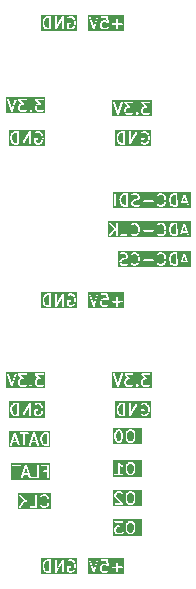
<source format=gbr>
%TF.GenerationSoftware,KiCad,Pcbnew,8.0.3*%
%TF.CreationDate,2024-07-17T08:28:56+07:00*%
%TF.ProjectId,msi_SDR_ADC,6d73695f-5344-4525-9f41-44432e6b6963,R0.1*%
%TF.SameCoordinates,PX72ade90PY75c75e0*%
%TF.FileFunction,Legend,Bot*%
%TF.FilePolarity,Positive*%
%FSLAX46Y46*%
G04 Gerber Fmt 4.6, Leading zero omitted, Abs format (unit mm)*
G04 Created by KiCad (PCBNEW 8.0.3) date 2024-07-17 08:28:56*
%MOMM*%
%LPD*%
G01*
G04 APERTURE LIST*
%ADD10C,0.150000*%
G04 APERTURE END LIST*
D10*
G36*
X15097890Y51694070D02*
G01*
X12013413Y51694070D01*
X12013413Y52870801D01*
X12124524Y52870801D01*
X12127784Y52856464D01*
X12459561Y51865587D01*
X12459932Y51860371D01*
X12464096Y51852041D01*
X12467111Y51843039D01*
X12470621Y51838992D01*
X12473018Y51834198D01*
X12480126Y51828033D01*
X12486285Y51820932D01*
X12491074Y51818538D01*
X12495125Y51815024D01*
X12504050Y51812050D01*
X12512458Y51807845D01*
X12517802Y51807466D01*
X12522888Y51805770D01*
X12532268Y51806437D01*
X12541648Y51805770D01*
X12546733Y51807466D01*
X12552078Y51807845D01*
X12560488Y51812051D01*
X12569410Y51815024D01*
X12573457Y51818535D01*
X12578251Y51820931D01*
X12584414Y51828037D01*
X12591518Y51834198D01*
X12593913Y51838990D01*
X12597425Y51843038D01*
X12603419Y51856464D01*
X12753505Y52308753D01*
X13076316Y52308753D01*
X13077608Y52082149D01*
X13076905Y52080039D01*
X13077682Y52069097D01*
X13077757Y52056026D01*
X13078788Y52053537D01*
X13078979Y52050849D01*
X13084234Y52037117D01*
X13132924Y51942565D01*
X13136574Y51933753D01*
X13138957Y51930849D01*
X13139685Y51929436D01*
X13141183Y51928137D01*
X13145901Y51922388D01*
X13194936Y51875047D01*
X13200570Y51868550D01*
X13203715Y51866571D01*
X13204886Y51865440D01*
X13206713Y51864683D01*
X13213013Y51860718D01*
X13298902Y51819043D01*
X13300124Y51817821D01*
X13308983Y51814152D01*
X13321982Y51807844D01*
X13324671Y51807653D01*
X13327160Y51806622D01*
X13341792Y51805181D01*
X13568396Y51806474D01*
X13570506Y51805770D01*
X13581448Y51806548D01*
X13594519Y51806622D01*
X13597008Y51807654D01*
X13599696Y51807844D01*
X13613428Y51813099D01*
X13707982Y51861791D01*
X13716793Y51865440D01*
X13719695Y51867823D01*
X13721109Y51868550D01*
X13722409Y51870050D01*
X13728159Y51874768D01*
X13785105Y51933753D01*
X13796303Y51960789D01*
X13796303Y51990052D01*
X13785104Y52017088D01*
X13764411Y52037781D01*
X13737375Y52048979D01*
X13708112Y52048979D01*
X13681076Y52037780D01*
X13669710Y52028452D01*
X13633065Y51990496D01*
X13564315Y51955093D01*
X13361579Y51953937D01*
X13292958Y51987233D01*
X13261631Y52017479D01*
X13226227Y52086230D01*
X13225146Y52275766D01*
X14077757Y52275766D01*
X14077757Y52246502D01*
X14088956Y52219466D01*
X14109648Y52198774D01*
X14136684Y52187575D01*
X14151316Y52186134D01*
X14458113Y52186704D01*
X14458709Y51865549D01*
X14469908Y51838513D01*
X14490600Y51817821D01*
X14517636Y51806622D01*
X14546900Y51806622D01*
X14573936Y51817821D01*
X14594628Y51838513D01*
X14605827Y51865549D01*
X14607268Y51880181D01*
X14606698Y52186980D01*
X14927852Y52187575D01*
X14954888Y52198774D01*
X14975580Y52219466D01*
X14986779Y52246502D01*
X14986779Y52275766D01*
X14975580Y52302802D01*
X14954888Y52323494D01*
X14927852Y52334693D01*
X14913220Y52336134D01*
X14606422Y52335565D01*
X14605827Y52656718D01*
X14594628Y52683754D01*
X14573936Y52704446D01*
X14546900Y52715645D01*
X14517636Y52715645D01*
X14490600Y52704446D01*
X14469908Y52683754D01*
X14458709Y52656718D01*
X14457268Y52642086D01*
X14457837Y52335289D01*
X14136684Y52334693D01*
X14109648Y52323494D01*
X14088956Y52302802D01*
X14077757Y52275766D01*
X13225146Y52275766D01*
X13225071Y52288966D01*
X13258368Y52357588D01*
X13288612Y52388915D01*
X13357363Y52424318D01*
X13560099Y52425474D01*
X13628721Y52392177D01*
X13663748Y52358361D01*
X13664840Y52356325D01*
X13671503Y52350874D01*
X13681076Y52341631D01*
X13684564Y52340186D01*
X13687488Y52337794D01*
X13697985Y52334627D01*
X13708112Y52330432D01*
X13711888Y52330432D01*
X13715504Y52329341D01*
X13726414Y52330432D01*
X13737375Y52330432D01*
X13740863Y52331878D01*
X13744623Y52332253D01*
X13754286Y52337438D01*
X13764411Y52341631D01*
X13767081Y52344302D01*
X13770410Y52346087D01*
X13777355Y52354576D01*
X13785104Y52362324D01*
X13786548Y52365811D01*
X13788941Y52368735D01*
X13792109Y52379236D01*
X13796303Y52389360D01*
X13796303Y52393136D01*
X13797394Y52396751D01*
X13797372Y52411454D01*
X13748684Y52884373D01*
X13748684Y52894813D01*
X13747253Y52898267D01*
X13746863Y52902060D01*
X13741680Y52911720D01*
X13737485Y52921849D01*
X13734813Y52924521D01*
X13733029Y52927847D01*
X13724546Y52934788D01*
X13716793Y52942541D01*
X13713304Y52943987D01*
X13710381Y52946378D01*
X13699883Y52949546D01*
X13689757Y52953740D01*
X13684151Y52954293D01*
X13682365Y52954831D01*
X13680536Y52954649D01*
X13675125Y52955181D01*
X13184303Y52953740D01*
X13157267Y52942541D01*
X13136575Y52921849D01*
X13125376Y52894813D01*
X13125376Y52865549D01*
X13136575Y52838513D01*
X13157267Y52817821D01*
X13184303Y52806622D01*
X13198935Y52805181D01*
X13607326Y52806380D01*
X13633173Y52555323D01*
X13622777Y52560367D01*
X13621555Y52561589D01*
X13612689Y52565262D01*
X13599696Y52571566D01*
X13597008Y52571757D01*
X13594519Y52572788D01*
X13579887Y52574229D01*
X13353281Y52572937D01*
X13351172Y52573640D01*
X13340229Y52572863D01*
X13327160Y52572788D01*
X13324671Y52571758D01*
X13321982Y52571566D01*
X13308251Y52566311D01*
X13213696Y52517620D01*
X13204886Y52513970D01*
X13201983Y52511588D01*
X13200570Y52510860D01*
X13199270Y52509362D01*
X13193521Y52504643D01*
X13146179Y52455608D01*
X13139685Y52449975D01*
X13137705Y52446830D01*
X13136575Y52445659D01*
X13135817Y52443832D01*
X13131853Y52437532D01*
X13090178Y52351644D01*
X13088956Y52350421D01*
X13085283Y52341556D01*
X13078979Y52328562D01*
X13078788Y52325875D01*
X13077757Y52323385D01*
X13076316Y52308753D01*
X12753505Y52308753D01*
X12940012Y52870800D01*
X12937937Y52899990D01*
X12924851Y52926164D01*
X12902743Y52945338D01*
X12874981Y52954592D01*
X12845791Y52952517D01*
X12819618Y52939430D01*
X12800444Y52917323D01*
X12794450Y52903898D01*
X12532700Y52115105D01*
X12264092Y52917324D01*
X12244918Y52939431D01*
X12218745Y52952517D01*
X12189555Y52954592D01*
X12161792Y52945338D01*
X12139685Y52926164D01*
X12126599Y52899991D01*
X12124524Y52870801D01*
X12013413Y52870801D01*
X12013413Y53066292D01*
X15097890Y53066292D01*
X15097890Y51694070D01*
G37*
G36*
X6041915Y42204761D02*
G01*
X5893248Y42203914D01*
X5776652Y42241652D01*
X5702444Y42314442D01*
X5663752Y42389579D01*
X5619134Y42563009D01*
X5617992Y42687781D01*
X5660018Y42860904D01*
X5698743Y42940714D01*
X5773022Y43016439D01*
X5886098Y43055230D01*
X6040706Y43056112D01*
X6041915Y42204761D01*
G37*
G36*
X8396950Y41944070D02*
G01*
X5358062Y41944070D01*
X5358062Y42701610D01*
X5469173Y42701610D01*
X5470440Y42563031D01*
X5469262Y42555107D01*
X5470596Y42546083D01*
X5470614Y42544121D01*
X5471036Y42543100D01*
X5471412Y42540563D01*
X5518929Y42355865D01*
X5519455Y42348468D01*
X5523657Y42337486D01*
X5523978Y42336241D01*
X5524300Y42335806D01*
X5524710Y42334736D01*
X5573400Y42240184D01*
X5577050Y42231372D01*
X5579433Y42228468D01*
X5580161Y42227055D01*
X5581659Y42225756D01*
X5586378Y42220006D01*
X5674547Y42133521D01*
X5675399Y42131817D01*
X5683043Y42125187D01*
X5692981Y42115439D01*
X5695471Y42114408D01*
X5697506Y42112643D01*
X5710932Y42106649D01*
X5853513Y42060500D01*
X5862874Y42056622D01*
X5866637Y42056252D01*
X5868125Y42055770D01*
X5870099Y42055911D01*
X5877506Y42055181D01*
X6130233Y42056622D01*
X6157269Y42067821D01*
X6177961Y42088513D01*
X6189160Y42115549D01*
X6190601Y42130181D01*
X6189181Y43130181D01*
X6516792Y43130181D01*
X6518205Y42134626D01*
X6516975Y42124942D01*
X6518226Y42120355D01*
X6518233Y42115549D01*
X6522050Y42106334D01*
X6524675Y42096710D01*
X6527602Y42092930D01*
X6529432Y42088513D01*
X6536482Y42081463D01*
X6542592Y42073573D01*
X6546745Y42071200D01*
X6550124Y42067821D01*
X6559336Y42064005D01*
X6568001Y42059054D01*
X6572744Y42058452D01*
X6577160Y42056622D01*
X6587134Y42056622D01*
X6597031Y42055364D01*
X6601643Y42056622D01*
X6606424Y42056622D01*
X6615639Y42060440D01*
X6625263Y42063064D01*
X6629043Y42065992D01*
X6633460Y42067821D01*
X6640510Y42074872D01*
X6648400Y42080981D01*
X6652752Y42087114D01*
X6654152Y42088513D01*
X6654721Y42089888D01*
X6656910Y42092971D01*
X7088617Y42850630D01*
X7089661Y42115549D01*
X7100860Y42088513D01*
X7121552Y42067821D01*
X7148588Y42056622D01*
X7177852Y42056622D01*
X7204888Y42067821D01*
X7225580Y42088513D01*
X7236779Y42115549D01*
X7238220Y42130181D01*
X7237611Y42558753D01*
X7516792Y42558753D01*
X7518233Y42210788D01*
X7522150Y42201332D01*
X7529431Y42183753D01*
X7538758Y42172388D01*
X7579583Y42132973D01*
X7580161Y42131817D01*
X7586252Y42126534D01*
X7597743Y42115440D01*
X7600231Y42114410D01*
X7602268Y42112643D01*
X7615694Y42106649D01*
X7758275Y42060500D01*
X7767636Y42056622D01*
X7771399Y42056252D01*
X7772887Y42055770D01*
X7774861Y42055911D01*
X7782268Y42055181D01*
X7877585Y42056432D01*
X7886886Y42055770D01*
X7890540Y42056602D01*
X7892138Y42056622D01*
X7893969Y42057381D01*
X7901223Y42059030D01*
X8033013Y42104241D01*
X8034995Y42104241D01*
X8044547Y42108198D01*
X8057505Y42112643D01*
X8059540Y42114409D01*
X8062031Y42115440D01*
X8073396Y42124767D01*
X8167328Y42220532D01*
X8174851Y42227055D01*
X8176863Y42230252D01*
X8177962Y42231372D01*
X8178719Y42233202D01*
X8182683Y42239498D01*
X8226951Y42330731D01*
X8231034Y42336241D01*
X8234969Y42347257D01*
X8235557Y42348467D01*
X8235595Y42349008D01*
X8235981Y42350087D01*
X8281221Y42536453D01*
X8284398Y42544121D01*
X8285295Y42553236D01*
X8285750Y42555107D01*
X8285587Y42556200D01*
X8285839Y42558753D01*
X8284571Y42697333D01*
X8285750Y42705256D01*
X8284415Y42714281D01*
X8284398Y42716242D01*
X8283975Y42717264D01*
X8283600Y42719800D01*
X8236082Y42904499D01*
X8235557Y42911896D01*
X8231353Y42922879D01*
X8231034Y42924122D01*
X8230711Y42924558D01*
X8230302Y42925627D01*
X8181613Y43020177D01*
X8177962Y43028992D01*
X8175577Y43031898D01*
X8174851Y43033308D01*
X8173354Y43034607D01*
X8168634Y43040357D01*
X8080463Y43126842D01*
X8079612Y43128545D01*
X8071969Y43135174D01*
X8062031Y43144922D01*
X8059540Y43145954D01*
X8057505Y43147719D01*
X8044080Y43153713D01*
X7901501Y43199862D01*
X7892138Y43203740D01*
X7888372Y43204111D01*
X7886886Y43204592D01*
X7884911Y43204452D01*
X7877506Y43205181D01*
X7745875Y43203977D01*
X7744029Y43204592D01*
X7733814Y43203867D01*
X7720017Y43203740D01*
X7717528Y43202710D01*
X7714839Y43202518D01*
X7701108Y43197263D01*
X7593427Y43141812D01*
X7574254Y43119704D01*
X7565000Y43091943D01*
X7567074Y43062753D01*
X7580161Y43036578D01*
X7602269Y43017405D01*
X7630030Y43008151D01*
X7659220Y43010225D01*
X7672952Y43015480D01*
X7750326Y43055325D01*
X7862078Y43056347D01*
X7978359Y43018710D01*
X8052568Y42945920D01*
X8091259Y42870785D01*
X8135877Y42697355D01*
X8137019Y42572583D01*
X8094993Y42399460D01*
X8056268Y42319650D01*
X7981991Y42243924D01*
X7868719Y42205066D01*
X7797341Y42204130D01*
X7681149Y42241738D01*
X7666666Y42255721D01*
X7665720Y42484273D01*
X7796900Y42485194D01*
X7823936Y42496393D01*
X7844628Y42517085D01*
X7855827Y42544121D01*
X7855827Y42573385D01*
X7844628Y42600421D01*
X7823936Y42621113D01*
X7796900Y42632312D01*
X7782268Y42633753D01*
X7577160Y42632312D01*
X7550124Y42621113D01*
X7529432Y42600421D01*
X7518233Y42573385D01*
X7516792Y42558753D01*
X7237611Y42558753D01*
X7236806Y43125737D01*
X7238037Y43135420D01*
X7236785Y43140008D01*
X7236779Y43144813D01*
X7232961Y43154029D01*
X7230337Y43163652D01*
X7227409Y43167433D01*
X7225580Y43171849D01*
X7218529Y43178900D01*
X7212420Y43186789D01*
X7208266Y43189163D01*
X7204888Y43192541D01*
X7195675Y43196358D01*
X7187011Y43201308D01*
X7182267Y43201911D01*
X7177852Y43203740D01*
X7167878Y43203740D01*
X7157981Y43204998D01*
X7153369Y43203740D01*
X7148588Y43203740D01*
X7139371Y43199923D01*
X7129750Y43197298D01*
X7125970Y43194372D01*
X7121552Y43192541D01*
X7114500Y43185490D01*
X7106612Y43179381D01*
X7102257Y43173247D01*
X7100860Y43171849D01*
X7100291Y43170477D01*
X7098102Y43167392D01*
X6666394Y42409733D01*
X6665351Y43144813D01*
X6654152Y43171849D01*
X6633460Y43192541D01*
X6606424Y43203740D01*
X6577160Y43203740D01*
X6550124Y43192541D01*
X6529432Y43171849D01*
X6518233Y43144813D01*
X6516792Y43130181D01*
X6189181Y43130181D01*
X6189160Y43144813D01*
X6177961Y43171849D01*
X6157269Y43192541D01*
X6130233Y43203740D01*
X6115601Y43205181D01*
X5878830Y43203831D01*
X5868125Y43204592D01*
X5864416Y43203749D01*
X5862874Y43203740D01*
X5861043Y43202982D01*
X5853788Y43201332D01*
X5721998Y43156121D01*
X5720018Y43156121D01*
X5710468Y43152166D01*
X5697506Y43147719D01*
X5695471Y43145955D01*
X5692981Y43144923D01*
X5681616Y43135595D01*
X5587684Y43039833D01*
X5580161Y43033308D01*
X5578148Y43030112D01*
X5577051Y43028992D01*
X5576293Y43027165D01*
X5572329Y43020865D01*
X5528062Y42929634D01*
X5523978Y42924122D01*
X5520040Y42913103D01*
X5519455Y42911895D01*
X5519416Y42911356D01*
X5519031Y42910276D01*
X5473790Y42723911D01*
X5470614Y42716242D01*
X5469716Y42707128D01*
X5469262Y42705256D01*
X5469424Y42704164D01*
X5469173Y42701610D01*
X5358062Y42701610D01*
X5358062Y43316292D01*
X8396950Y43316292D01*
X8396950Y41944070D01*
G37*
G36*
X15291915Y36954761D02*
G01*
X15143248Y36953914D01*
X15026652Y36991652D01*
X14952444Y37064442D01*
X14913752Y37139579D01*
X14869134Y37313009D01*
X14867992Y37437781D01*
X14910018Y37610904D01*
X14948743Y37690714D01*
X15023022Y37766439D01*
X15136098Y37805230D01*
X15290706Y37806112D01*
X15291915Y36954761D01*
G37*
G36*
X19482391Y36954761D02*
G01*
X19333724Y36953914D01*
X19217128Y36991652D01*
X19142920Y37064442D01*
X19104228Y37139579D01*
X19059610Y37313009D01*
X19058468Y37437781D01*
X19100494Y37610904D01*
X19139219Y37690714D01*
X19213498Y37766439D01*
X19326574Y37805230D01*
X19481182Y37806112D01*
X19482391Y36954761D01*
G37*
G36*
X20357806Y37240594D02*
G01*
X20087766Y37239801D01*
X20222311Y37645258D01*
X20357806Y37240594D01*
G37*
G36*
X20741599Y36694070D02*
G01*
X14179490Y36694070D01*
X14179490Y37880181D01*
X14290601Y37880181D01*
X14292042Y36865549D01*
X14303241Y36838513D01*
X14323933Y36817821D01*
X14350969Y36806622D01*
X14380233Y36806622D01*
X14407269Y36817821D01*
X14427961Y36838513D01*
X14439160Y36865549D01*
X14440601Y36880181D01*
X14439789Y37451610D01*
X14719173Y37451610D01*
X14720440Y37313031D01*
X14719262Y37305107D01*
X14720596Y37296083D01*
X14720614Y37294121D01*
X14721036Y37293100D01*
X14721412Y37290563D01*
X14768929Y37105865D01*
X14769455Y37098468D01*
X14773657Y37087486D01*
X14773978Y37086241D01*
X14774300Y37085806D01*
X14774710Y37084736D01*
X14823400Y36990184D01*
X14827050Y36981372D01*
X14829433Y36978468D01*
X14830161Y36977055D01*
X14831659Y36975756D01*
X14836378Y36970006D01*
X14924547Y36883521D01*
X14925399Y36881817D01*
X14933043Y36875187D01*
X14942981Y36865439D01*
X14945471Y36864408D01*
X14947506Y36862643D01*
X14960932Y36856649D01*
X15103513Y36810500D01*
X15112874Y36806622D01*
X15116637Y36806252D01*
X15118125Y36805770D01*
X15120099Y36805911D01*
X15127506Y36805181D01*
X15380233Y36806622D01*
X15407269Y36817821D01*
X15427961Y36838513D01*
X15439160Y36865549D01*
X15440601Y36880181D01*
X15440195Y37165896D01*
X15719173Y37165896D01*
X15720278Y37081590D01*
X15719762Y37080039D01*
X15720420Y37070770D01*
X15720614Y37056026D01*
X15721645Y37053537D01*
X15721836Y37050849D01*
X15727091Y37037117D01*
X15775781Y36942565D01*
X15779431Y36933753D01*
X15781814Y36930849D01*
X15782542Y36929436D01*
X15784040Y36928137D01*
X15788758Y36922388D01*
X15837793Y36875047D01*
X15843427Y36868550D01*
X15846572Y36866571D01*
X15847743Y36865440D01*
X15849570Y36864683D01*
X15855870Y36860718D01*
X15941759Y36819043D01*
X15942981Y36817821D01*
X15951840Y36814152D01*
X15964839Y36807844D01*
X15967528Y36807653D01*
X15970017Y36806622D01*
X15984649Y36805181D01*
X16221418Y36806532D01*
X16232124Y36805770D01*
X16235832Y36806614D01*
X16237376Y36806622D01*
X16239207Y36807381D01*
X16246461Y36809030D01*
X16402743Y36862643D01*
X16424850Y36881817D01*
X16437937Y36907990D01*
X16440012Y36937180D01*
X16430758Y36964942D01*
X16411584Y36987050D01*
X16385410Y37000136D01*
X16356220Y37002211D01*
X16341883Y36998951D01*
X16214150Y36955133D01*
X16004436Y36953937D01*
X15935815Y36987233D01*
X15904488Y37017479D01*
X15868965Y37086460D01*
X15868176Y37146621D01*
X15901225Y37214731D01*
X15931469Y37246058D01*
X15989160Y37275766D01*
X16720614Y37275766D01*
X16720614Y37246502D01*
X16731813Y37219466D01*
X16752505Y37198774D01*
X16779541Y37187575D01*
X16794173Y37186134D01*
X17570709Y37187575D01*
X17597745Y37198774D01*
X17618437Y37219466D01*
X17629636Y37246502D01*
X17629636Y37275766D01*
X17618437Y37302802D01*
X17597745Y37323494D01*
X17570709Y37334693D01*
X17556077Y37336134D01*
X16779541Y37334693D01*
X16752505Y37323494D01*
X16731813Y37302802D01*
X16720614Y37275766D01*
X15989160Y37275766D01*
X16005950Y37284412D01*
X16187537Y37331129D01*
X16194934Y37331654D01*
X16205916Y37335857D01*
X16207161Y37336177D01*
X16207596Y37336500D01*
X16208666Y37336909D01*
X16303222Y37385602D01*
X16312031Y37389250D01*
X16314933Y37391633D01*
X16316347Y37392360D01*
X16317646Y37393859D01*
X16323396Y37398577D01*
X16370737Y37447613D01*
X16377232Y37453245D01*
X16379211Y37456391D01*
X16380342Y37457561D01*
X16381099Y37459389D01*
X16385064Y37465688D01*
X16426739Y37551578D01*
X16427961Y37552799D01*
X16431630Y37561659D01*
X16437938Y37574657D01*
X16438129Y37577347D01*
X16439160Y37579835D01*
X16440601Y37594467D01*
X16439495Y37678775D01*
X16440012Y37680325D01*
X16439353Y37689596D01*
X16439160Y37704337D01*
X16438129Y37706826D01*
X16437938Y37709515D01*
X16432683Y37723246D01*
X16393377Y37799574D01*
X17911090Y37799574D01*
X17911090Y37770312D01*
X17922289Y37743275D01*
X17942981Y37722583D01*
X17970018Y37711384D01*
X17999280Y37711384D01*
X18026317Y37722583D01*
X18037682Y37731910D01*
X18071204Y37766633D01*
X18183910Y37805297D01*
X18255289Y37806233D01*
X18371216Y37768710D01*
X18445425Y37695920D01*
X18484116Y37620785D01*
X18528734Y37447355D01*
X18529876Y37322583D01*
X18487850Y37149460D01*
X18449125Y37069650D01*
X18374848Y36993924D01*
X18261576Y36955066D01*
X18190198Y36954130D01*
X18074006Y36991738D01*
X18026317Y37037780D01*
X17999281Y37048979D01*
X17970018Y37048979D01*
X17942982Y37037781D01*
X17922289Y37017088D01*
X17911090Y36990052D01*
X17911090Y36960789D01*
X17922288Y36933753D01*
X17931615Y36922388D01*
X17972440Y36882973D01*
X17973018Y36881817D01*
X17979109Y36876534D01*
X17990600Y36865440D01*
X17993088Y36864410D01*
X17995125Y36862643D01*
X18008551Y36856649D01*
X18151132Y36810500D01*
X18160493Y36806622D01*
X18164256Y36806252D01*
X18165744Y36805770D01*
X18167718Y36805911D01*
X18175125Y36805181D01*
X18270442Y36806432D01*
X18279743Y36805770D01*
X18283397Y36806602D01*
X18284995Y36806622D01*
X18286826Y36807381D01*
X18294080Y36809030D01*
X18425870Y36854241D01*
X18427852Y36854241D01*
X18437404Y36858198D01*
X18450362Y36862643D01*
X18452397Y36864409D01*
X18454888Y36865440D01*
X18466253Y36874767D01*
X18560185Y36970532D01*
X18567708Y36977055D01*
X18569720Y36980252D01*
X18570819Y36981372D01*
X18571576Y36983202D01*
X18575540Y36989498D01*
X18619808Y37080731D01*
X18623891Y37086241D01*
X18627826Y37097257D01*
X18628414Y37098467D01*
X18628452Y37099008D01*
X18628838Y37100087D01*
X18674078Y37286453D01*
X18677255Y37294121D01*
X18678152Y37303236D01*
X18678607Y37305107D01*
X18678444Y37306200D01*
X18678696Y37308753D01*
X18677428Y37447333D01*
X18678064Y37451610D01*
X18909649Y37451610D01*
X18910916Y37313031D01*
X18909738Y37305107D01*
X18911072Y37296083D01*
X18911090Y37294121D01*
X18911512Y37293100D01*
X18911888Y37290563D01*
X18959405Y37105865D01*
X18959931Y37098468D01*
X18964133Y37087486D01*
X18964454Y37086241D01*
X18964776Y37085806D01*
X18965186Y37084736D01*
X19013876Y36990184D01*
X19017526Y36981372D01*
X19019909Y36978468D01*
X19020637Y36977055D01*
X19022135Y36975756D01*
X19026854Y36970006D01*
X19115023Y36883521D01*
X19115875Y36881817D01*
X19123519Y36875187D01*
X19133457Y36865439D01*
X19135947Y36864408D01*
X19137982Y36862643D01*
X19151408Y36856649D01*
X19293989Y36810500D01*
X19303350Y36806622D01*
X19307113Y36806252D01*
X19308601Y36805770D01*
X19310575Y36805911D01*
X19317982Y36805181D01*
X19570709Y36806622D01*
X19597745Y36817821D01*
X19618437Y36838513D01*
X19629636Y36865549D01*
X19631077Y36880181D01*
X19631064Y36889561D01*
X19815000Y36889561D01*
X19817075Y36860371D01*
X19830161Y36834198D01*
X19852268Y36815024D01*
X19880031Y36805770D01*
X19909221Y36807845D01*
X19935394Y36820931D01*
X19954568Y36843038D01*
X19960562Y36856464D01*
X20038407Y37091054D01*
X20407513Y37092138D01*
X20490920Y36843039D01*
X20510094Y36820932D01*
X20536267Y36807845D01*
X20565457Y36805770D01*
X20593219Y36815024D01*
X20615327Y36834198D01*
X20628413Y36860372D01*
X20630488Y36889562D01*
X20627228Y36903898D01*
X20295450Y37894777D01*
X20295080Y37899990D01*
X20290916Y37908317D01*
X20287901Y37917324D01*
X20284389Y37921373D01*
X20281994Y37926164D01*
X20274890Y37932326D01*
X20268727Y37939431D01*
X20263933Y37941828D01*
X20259886Y37945338D01*
X20250964Y37948312D01*
X20242554Y37952517D01*
X20237209Y37952897D01*
X20232124Y37954592D01*
X20222744Y37953926D01*
X20213364Y37954592D01*
X20208278Y37952897D01*
X20202934Y37952517D01*
X20194526Y37948313D01*
X20185601Y37945338D01*
X20181550Y37941825D01*
X20176761Y37939430D01*
X20170602Y37932330D01*
X20163494Y37926164D01*
X20161097Y37921371D01*
X20157587Y37917323D01*
X20151593Y37903898D01*
X19913418Y37186150D01*
X19911090Y37180528D01*
X19911090Y37179133D01*
X19815000Y36889561D01*
X19631064Y36889561D01*
X19629636Y37894813D01*
X19618437Y37921849D01*
X19597745Y37942541D01*
X19570709Y37953740D01*
X19556077Y37955181D01*
X19319306Y37953831D01*
X19308601Y37954592D01*
X19304892Y37953749D01*
X19303350Y37953740D01*
X19301519Y37952982D01*
X19294264Y37951332D01*
X19162474Y37906121D01*
X19160494Y37906121D01*
X19150944Y37902166D01*
X19137982Y37897719D01*
X19135947Y37895955D01*
X19133457Y37894923D01*
X19122092Y37885595D01*
X19028160Y37789833D01*
X19020637Y37783308D01*
X19018624Y37780112D01*
X19017527Y37778992D01*
X19016769Y37777165D01*
X19012805Y37770865D01*
X18968538Y37679634D01*
X18964454Y37674122D01*
X18960516Y37663103D01*
X18959931Y37661895D01*
X18959892Y37661356D01*
X18959507Y37660276D01*
X18914266Y37473911D01*
X18911090Y37466242D01*
X18910192Y37457128D01*
X18909738Y37455256D01*
X18909900Y37454164D01*
X18909649Y37451610D01*
X18678064Y37451610D01*
X18678607Y37455256D01*
X18677272Y37464281D01*
X18677255Y37466242D01*
X18676832Y37467264D01*
X18676457Y37469800D01*
X18628939Y37654499D01*
X18628414Y37661896D01*
X18624210Y37672879D01*
X18623891Y37674122D01*
X18623568Y37674558D01*
X18623159Y37675627D01*
X18574470Y37770177D01*
X18570819Y37778992D01*
X18568434Y37781898D01*
X18567708Y37783308D01*
X18566211Y37784607D01*
X18561491Y37790357D01*
X18473320Y37876842D01*
X18472469Y37878545D01*
X18464826Y37885174D01*
X18454888Y37894922D01*
X18452397Y37895954D01*
X18450362Y37897719D01*
X18436937Y37903713D01*
X18294358Y37949862D01*
X18284995Y37953740D01*
X18281229Y37954111D01*
X18279743Y37954592D01*
X18277768Y37954452D01*
X18270363Y37955181D01*
X18175044Y37953931D01*
X18165744Y37954592D01*
X18162089Y37953761D01*
X18160493Y37953740D01*
X18158662Y37952982D01*
X18151407Y37951332D01*
X18019617Y37906121D01*
X18017636Y37906121D01*
X18008088Y37902167D01*
X17995125Y37897719D01*
X17993088Y37895953D01*
X17990600Y37894922D01*
X17979235Y37885595D01*
X17922289Y37826611D01*
X17911090Y37799574D01*
X16393377Y37799574D01*
X16383991Y37817801D01*
X16380342Y37826611D01*
X16377959Y37829514D01*
X16377232Y37830927D01*
X16375733Y37832227D01*
X16371015Y37837976D01*
X16321979Y37885318D01*
X16316347Y37891812D01*
X16313201Y37893792D01*
X16312031Y37894922D01*
X16310203Y37895680D01*
X16303904Y37899644D01*
X16218015Y37941319D01*
X16216793Y37942541D01*
X16207927Y37946214D01*
X16194934Y37952518D01*
X16192246Y37952709D01*
X16189757Y37953740D01*
X16175125Y37955181D01*
X15938354Y37953831D01*
X15927649Y37954592D01*
X15923940Y37953749D01*
X15922398Y37953740D01*
X15920567Y37952982D01*
X15913312Y37951332D01*
X15757030Y37897719D01*
X15734923Y37878545D01*
X15721837Y37852372D01*
X15719762Y37823182D01*
X15729016Y37795419D01*
X15748190Y37773312D01*
X15774363Y37760226D01*
X15803553Y37758151D01*
X15817890Y37761411D01*
X15945622Y37805230D01*
X16155337Y37806426D01*
X16223959Y37773129D01*
X16255286Y37742885D01*
X16290808Y37673904D01*
X16291597Y37613743D01*
X16258549Y37545634D01*
X16228304Y37514306D01*
X16153823Y37475952D01*
X15972236Y37429235D01*
X15964839Y37428709D01*
X15953856Y37424506D01*
X15952613Y37424186D01*
X15952177Y37423864D01*
X15951108Y37423454D01*
X15856553Y37374763D01*
X15847743Y37371113D01*
X15844840Y37368731D01*
X15843427Y37368003D01*
X15842127Y37366505D01*
X15836378Y37361786D01*
X15789036Y37312751D01*
X15782542Y37307118D01*
X15780562Y37303973D01*
X15779432Y37302802D01*
X15778674Y37300975D01*
X15774710Y37294675D01*
X15733035Y37208787D01*
X15731813Y37207564D01*
X15728140Y37198699D01*
X15721836Y37185705D01*
X15721645Y37183018D01*
X15720614Y37180528D01*
X15719173Y37165896D01*
X15440195Y37165896D01*
X15439160Y37894813D01*
X15427961Y37921849D01*
X15407269Y37942541D01*
X15380233Y37953740D01*
X15365601Y37955181D01*
X15128830Y37953831D01*
X15118125Y37954592D01*
X15114416Y37953749D01*
X15112874Y37953740D01*
X15111043Y37952982D01*
X15103788Y37951332D01*
X14971998Y37906121D01*
X14970018Y37906121D01*
X14960468Y37902166D01*
X14947506Y37897719D01*
X14945471Y37895955D01*
X14942981Y37894923D01*
X14931616Y37885595D01*
X14837684Y37789833D01*
X14830161Y37783308D01*
X14828148Y37780112D01*
X14827051Y37778992D01*
X14826293Y37777165D01*
X14822329Y37770865D01*
X14778062Y37679634D01*
X14773978Y37674122D01*
X14770040Y37663103D01*
X14769455Y37661895D01*
X14769416Y37661356D01*
X14769031Y37660276D01*
X14723790Y37473911D01*
X14720614Y37466242D01*
X14719716Y37457128D01*
X14719262Y37455256D01*
X14719424Y37454164D01*
X14719173Y37451610D01*
X14439789Y37451610D01*
X14439160Y37894813D01*
X14427961Y37921849D01*
X14407269Y37942541D01*
X14380233Y37953740D01*
X14350969Y37953740D01*
X14323933Y37942541D01*
X14303241Y37921849D01*
X14292042Y37894813D01*
X14290601Y37880181D01*
X14179490Y37880181D01*
X14179490Y38066292D01*
X20741599Y38066292D01*
X20741599Y36694070D01*
G37*
G36*
X14747769Y17773129D02*
G01*
X14779096Y17742885D01*
X14817450Y17668404D01*
X14862053Y17495032D01*
X14863306Y17275359D01*
X14821184Y17101841D01*
X14782359Y17021825D01*
X14752113Y16990496D01*
X14683133Y16954974D01*
X14622972Y16954185D01*
X14554863Y16987233D01*
X14523536Y17017479D01*
X14485181Y17091960D01*
X14440578Y17265332D01*
X14439325Y17485005D01*
X14481447Y17658523D01*
X14520273Y17738540D01*
X14550517Y17769867D01*
X14619498Y17805389D01*
X14679659Y17806178D01*
X14747769Y17773129D01*
G37*
G36*
X15795181Y17773230D02*
G01*
X15868973Y17700848D01*
X15909666Y17542677D01*
X15910969Y17227923D01*
X15870855Y17062675D01*
X15800388Y16990834D01*
X15730942Y16955072D01*
X15575773Y16953982D01*
X15507451Y16987133D01*
X15433658Y17059515D01*
X15392965Y17217687D01*
X15391662Y17532441D01*
X15431776Y17697689D01*
X15502244Y17769530D01*
X15571689Y17805291D01*
X15726858Y17806381D01*
X15795181Y17773230D01*
G37*
G36*
X16599331Y16694070D02*
G01*
X14179491Y16694070D01*
X14179491Y17499229D01*
X14290602Y17499229D01*
X14291932Y17265834D01*
X14290691Y17257488D01*
X14292032Y17248417D01*
X14292043Y17246502D01*
X14292465Y17245481D01*
X14292841Y17242944D01*
X14340358Y17058246D01*
X14340884Y17050849D01*
X14345086Y17039867D01*
X14345407Y17038622D01*
X14345729Y17038187D01*
X14346139Y17037117D01*
X14394829Y16942565D01*
X14398479Y16933753D01*
X14400862Y16930849D01*
X14401590Y16929436D01*
X14403088Y16928137D01*
X14407806Y16922388D01*
X14456841Y16875047D01*
X14462475Y16868550D01*
X14465620Y16866571D01*
X14466791Y16865440D01*
X14468618Y16864683D01*
X14474918Y16860718D01*
X14560807Y16819043D01*
X14562029Y16817821D01*
X14570888Y16814152D01*
X14583887Y16807844D01*
X14586576Y16807653D01*
X14589065Y16806622D01*
X14603697Y16805181D01*
X14688003Y16806287D01*
X14689554Y16805770D01*
X14698823Y16806429D01*
X14713567Y16806622D01*
X14716056Y16807654D01*
X14718744Y16807844D01*
X14732476Y16813099D01*
X14827030Y16861791D01*
X14835841Y16865440D01*
X14838743Y16867823D01*
X14840157Y16868550D01*
X14841457Y16870050D01*
X14847207Y16874768D01*
X14894548Y16923805D01*
X14901042Y16929436D01*
X14903021Y16932582D01*
X14904153Y16933753D01*
X14904910Y16935583D01*
X14908874Y16941879D01*
X14953142Y17033112D01*
X14957225Y17038622D01*
X14961160Y17049638D01*
X14961748Y17050848D01*
X14961786Y17051389D01*
X14962172Y17052468D01*
X15007412Y17238834D01*
X15010589Y17246502D01*
X15011486Y17255617D01*
X15011941Y17257488D01*
X15011778Y17258581D01*
X15012030Y17261134D01*
X15010699Y17494530D01*
X15011941Y17502875D01*
X15010599Y17511947D01*
X15010589Y17513861D01*
X15010166Y17514883D01*
X15009791Y17517419D01*
X15002220Y17546848D01*
X15242983Y17546848D01*
X15244343Y17218412D01*
X15243072Y17209869D01*
X15244416Y17200777D01*
X15244424Y17198883D01*
X15244846Y17197862D01*
X15245222Y17195325D01*
X15292043Y17013334D01*
X15292043Y17008408D01*
X15295387Y17000333D01*
X15297788Y16991003D01*
X15301107Y16986524D01*
X15303241Y16981372D01*
X15312569Y16970006D01*
X15408336Y16876068D01*
X15414856Y16868550D01*
X15418049Y16866540D01*
X15419172Y16865439D01*
X15421004Y16864681D01*
X15427299Y16860718D01*
X15513188Y16819043D01*
X15514410Y16817821D01*
X15523269Y16814152D01*
X15536268Y16807844D01*
X15538957Y16807653D01*
X15541446Y16806622D01*
X15556078Y16805181D01*
X15735165Y16806440D01*
X15737173Y16805770D01*
X15747845Y16806529D01*
X15761186Y16806622D01*
X15763675Y16807654D01*
X15766363Y16807844D01*
X15780095Y16813099D01*
X15874649Y16861791D01*
X15883460Y16865440D01*
X15886362Y16867823D01*
X15887776Y16868550D01*
X15889075Y16870049D01*
X15894825Y16874767D01*
X15983420Y16965091D01*
X15987422Y16967491D01*
X15992507Y16974355D01*
X15999391Y16981372D01*
X16001524Y16986524D01*
X16004844Y16991003D01*
X16009791Y17004849D01*
X16055031Y17191215D01*
X16058208Y17198883D01*
X16059105Y17207998D01*
X16059560Y17209869D01*
X16059397Y17210962D01*
X16059649Y17213515D01*
X16058288Y17541952D01*
X16059560Y17550494D01*
X16058215Y17559587D01*
X16058208Y17561480D01*
X16057785Y17562502D01*
X16057410Y17565038D01*
X16010589Y17747030D01*
X16010589Y17751955D01*
X16007243Y17760032D01*
X16004844Y17769360D01*
X16001525Y17773839D01*
X15999391Y17778992D01*
X15990063Y17790357D01*
X15898488Y17880181D01*
X16338220Y17880181D01*
X16339661Y16865549D01*
X16350860Y16838513D01*
X16371552Y16817821D01*
X16398588Y16806622D01*
X16427852Y16806622D01*
X16454888Y16817821D01*
X16475580Y16838513D01*
X16486779Y16865549D01*
X16488220Y16880181D01*
X16486779Y17894813D01*
X16475580Y17921849D01*
X16454888Y17942541D01*
X16427852Y17953740D01*
X16398588Y17953740D01*
X16371552Y17942541D01*
X16350860Y17921849D01*
X16339661Y17894813D01*
X16338220Y17880181D01*
X15898488Y17880181D01*
X15894300Y17884289D01*
X15887776Y17891812D01*
X15884579Y17893825D01*
X15883460Y17894922D01*
X15881632Y17895680D01*
X15875333Y17899644D01*
X15789444Y17941319D01*
X15788222Y17942541D01*
X15779356Y17946214D01*
X15766363Y17952518D01*
X15763675Y17952709D01*
X15761186Y17953740D01*
X15746554Y17955181D01*
X15567465Y17953923D01*
X15565458Y17954592D01*
X15554785Y17953834D01*
X15541446Y17953740D01*
X15538957Y17952710D01*
X15536268Y17952518D01*
X15522537Y17947263D01*
X15427987Y17898575D01*
X15419172Y17894923D01*
X15416266Y17892539D01*
X15414856Y17891812D01*
X15413557Y17890316D01*
X15407807Y17885595D01*
X15319211Y17795274D01*
X15315210Y17792872D01*
X15310123Y17786009D01*
X15303242Y17778992D01*
X15301108Y17773842D01*
X15297788Y17769360D01*
X15292841Y17755514D01*
X15247600Y17569149D01*
X15244424Y17561480D01*
X15243526Y17552366D01*
X15243072Y17550494D01*
X15243234Y17549402D01*
X15242983Y17546848D01*
X15002220Y17546848D01*
X14962273Y17702118D01*
X14961748Y17709515D01*
X14957544Y17720498D01*
X14957225Y17721741D01*
X14956902Y17722177D01*
X14956493Y17723246D01*
X14907801Y17817801D01*
X14904152Y17826611D01*
X14901769Y17829514D01*
X14901042Y17830927D01*
X14899543Y17832227D01*
X14894825Y17837976D01*
X14845789Y17885318D01*
X14840157Y17891812D01*
X14837011Y17893792D01*
X14835841Y17894922D01*
X14834013Y17895680D01*
X14827714Y17899644D01*
X14741825Y17941319D01*
X14740603Y17942541D01*
X14731737Y17946214D01*
X14718744Y17952518D01*
X14716056Y17952709D01*
X14713567Y17953740D01*
X14698935Y17955181D01*
X14614627Y17954076D01*
X14613077Y17954592D01*
X14603806Y17953934D01*
X14589065Y17953740D01*
X14586576Y17952710D01*
X14583887Y17952518D01*
X14570156Y17947263D01*
X14475601Y17898572D01*
X14466791Y17894922D01*
X14463888Y17892540D01*
X14462475Y17891812D01*
X14461175Y17890314D01*
X14455426Y17885595D01*
X14408084Y17836560D01*
X14401590Y17830927D01*
X14399610Y17827782D01*
X14398480Y17826611D01*
X14397722Y17824784D01*
X14393758Y17818484D01*
X14349491Y17727253D01*
X14345407Y17721741D01*
X14341469Y17710722D01*
X14340884Y17709514D01*
X14340845Y17708975D01*
X14340460Y17707895D01*
X14295219Y17521530D01*
X14292043Y17513861D01*
X14291145Y17504747D01*
X14290691Y17502875D01*
X14290853Y17501783D01*
X14290602Y17499229D01*
X14179491Y17499229D01*
X14179491Y18066292D01*
X16599331Y18066292D01*
X16599331Y16694070D01*
G37*
G36*
X19482391Y31954761D02*
G01*
X19333724Y31953914D01*
X19217128Y31991652D01*
X19142920Y32064442D01*
X19104228Y32139579D01*
X19059610Y32313009D01*
X19058468Y32437781D01*
X19100494Y32610904D01*
X19139219Y32690714D01*
X19213498Y32766439D01*
X19326574Y32805230D01*
X19481182Y32806112D01*
X19482391Y31954761D01*
G37*
G36*
X20357806Y32240594D02*
G01*
X20087766Y32239801D01*
X20222311Y32645258D01*
X20357806Y32240594D01*
G37*
G36*
X20741599Y31694070D02*
G01*
X14608062Y31694070D01*
X14608062Y32165896D01*
X14719173Y32165896D01*
X14720278Y32081590D01*
X14719762Y32080039D01*
X14720420Y32070770D01*
X14720614Y32056026D01*
X14721645Y32053537D01*
X14721836Y32050849D01*
X14727091Y32037117D01*
X14775781Y31942565D01*
X14779431Y31933753D01*
X14781814Y31930849D01*
X14782542Y31929436D01*
X14784040Y31928137D01*
X14788758Y31922388D01*
X14837793Y31875047D01*
X14843427Y31868550D01*
X14846572Y31866571D01*
X14847743Y31865440D01*
X14849570Y31864683D01*
X14855870Y31860718D01*
X14941759Y31819043D01*
X14942981Y31817821D01*
X14951840Y31814152D01*
X14964839Y31807844D01*
X14967528Y31807653D01*
X14970017Y31806622D01*
X14984649Y31805181D01*
X15221418Y31806532D01*
X15232124Y31805770D01*
X15235832Y31806614D01*
X15237376Y31806622D01*
X15239207Y31807381D01*
X15246461Y31809030D01*
X15402743Y31862643D01*
X15424850Y31881817D01*
X15437937Y31907990D01*
X15440012Y31937180D01*
X15430758Y31964942D01*
X15411584Y31987050D01*
X15385410Y32000136D01*
X15356220Y32002211D01*
X15341883Y31998951D01*
X15214150Y31955133D01*
X15004436Y31953937D01*
X14935815Y31987233D01*
X14904488Y32017479D01*
X14868965Y32086460D01*
X14868176Y32146621D01*
X14901225Y32214731D01*
X14931469Y32246058D01*
X15005950Y32284412D01*
X15187537Y32331129D01*
X15194934Y32331654D01*
X15205916Y32335857D01*
X15207161Y32336177D01*
X15207596Y32336500D01*
X15208666Y32336909D01*
X15303222Y32385602D01*
X15312031Y32389250D01*
X15314933Y32391633D01*
X15316347Y32392360D01*
X15317646Y32393859D01*
X15323396Y32398577D01*
X15370737Y32447613D01*
X15377232Y32453245D01*
X15379211Y32456391D01*
X15380342Y32457561D01*
X15381099Y32459389D01*
X15385064Y32465688D01*
X15426739Y32551578D01*
X15427961Y32552799D01*
X15431630Y32561659D01*
X15437938Y32574657D01*
X15438129Y32577347D01*
X15439160Y32579835D01*
X15440601Y32594467D01*
X15439495Y32678775D01*
X15440012Y32680325D01*
X15439353Y32689596D01*
X15439160Y32704337D01*
X15438129Y32706826D01*
X15437938Y32709515D01*
X15432683Y32723246D01*
X15393377Y32799574D01*
X15672995Y32799574D01*
X15672995Y32770312D01*
X15684194Y32743275D01*
X15704886Y32722583D01*
X15731923Y32711384D01*
X15761185Y32711384D01*
X15788222Y32722583D01*
X15799587Y32731910D01*
X15833109Y32766633D01*
X15945815Y32805297D01*
X16017194Y32806233D01*
X16133121Y32768710D01*
X16207330Y32695920D01*
X16246021Y32620785D01*
X16290639Y32447355D01*
X16291781Y32322583D01*
X16249755Y32149460D01*
X16211030Y32069650D01*
X16136753Y31993924D01*
X16023481Y31955066D01*
X15952103Y31954130D01*
X15835911Y31991738D01*
X15788222Y32037780D01*
X15761186Y32048979D01*
X15731923Y32048979D01*
X15704887Y32037781D01*
X15684194Y32017088D01*
X15672995Y31990052D01*
X15672995Y31960789D01*
X15684193Y31933753D01*
X15693520Y31922388D01*
X15734345Y31882973D01*
X15734923Y31881817D01*
X15741014Y31876534D01*
X15752505Y31865440D01*
X15754993Y31864410D01*
X15757030Y31862643D01*
X15770456Y31856649D01*
X15913037Y31810500D01*
X15922398Y31806622D01*
X15926161Y31806252D01*
X15927649Y31805770D01*
X15929623Y31805911D01*
X15937030Y31805181D01*
X16032347Y31806432D01*
X16041648Y31805770D01*
X16045302Y31806602D01*
X16046900Y31806622D01*
X16048731Y31807381D01*
X16055985Y31809030D01*
X16187775Y31854241D01*
X16189757Y31854241D01*
X16199309Y31858198D01*
X16212267Y31862643D01*
X16214302Y31864409D01*
X16216793Y31865440D01*
X16228158Y31874767D01*
X16322090Y31970532D01*
X16329613Y31977055D01*
X16331625Y31980252D01*
X16332724Y31981372D01*
X16333481Y31983202D01*
X16337445Y31989498D01*
X16381713Y32080731D01*
X16385796Y32086241D01*
X16389731Y32097257D01*
X16390319Y32098467D01*
X16390357Y32099008D01*
X16390743Y32100087D01*
X16433389Y32275766D01*
X16720614Y32275766D01*
X16720614Y32246502D01*
X16731813Y32219466D01*
X16752505Y32198774D01*
X16779541Y32187575D01*
X16794173Y32186134D01*
X17570709Y32187575D01*
X17597745Y32198774D01*
X17618437Y32219466D01*
X17629636Y32246502D01*
X17629636Y32275766D01*
X17618437Y32302802D01*
X17597745Y32323494D01*
X17570709Y32334693D01*
X17556077Y32336134D01*
X16779541Y32334693D01*
X16752505Y32323494D01*
X16731813Y32302802D01*
X16720614Y32275766D01*
X16433389Y32275766D01*
X16435983Y32286453D01*
X16439160Y32294121D01*
X16440057Y32303236D01*
X16440512Y32305107D01*
X16440349Y32306200D01*
X16440601Y32308753D01*
X16439333Y32447333D01*
X16440512Y32455256D01*
X16439177Y32464281D01*
X16439160Y32466242D01*
X16438737Y32467264D01*
X16438362Y32469800D01*
X16390844Y32654499D01*
X16390319Y32661896D01*
X16386115Y32672879D01*
X16385796Y32674122D01*
X16385473Y32674558D01*
X16385064Y32675627D01*
X16336375Y32770177D01*
X16332724Y32778992D01*
X16330339Y32781898D01*
X16329613Y32783308D01*
X16328116Y32784607D01*
X16323396Y32790357D01*
X16313999Y32799574D01*
X17911090Y32799574D01*
X17911090Y32770312D01*
X17922289Y32743275D01*
X17942981Y32722583D01*
X17970018Y32711384D01*
X17999280Y32711384D01*
X18026317Y32722583D01*
X18037682Y32731910D01*
X18071204Y32766633D01*
X18183910Y32805297D01*
X18255289Y32806233D01*
X18371216Y32768710D01*
X18445425Y32695920D01*
X18484116Y32620785D01*
X18528734Y32447355D01*
X18529876Y32322583D01*
X18487850Y32149460D01*
X18449125Y32069650D01*
X18374848Y31993924D01*
X18261576Y31955066D01*
X18190198Y31954130D01*
X18074006Y31991738D01*
X18026317Y32037780D01*
X17999281Y32048979D01*
X17970018Y32048979D01*
X17942982Y32037781D01*
X17922289Y32017088D01*
X17911090Y31990052D01*
X17911090Y31960789D01*
X17922288Y31933753D01*
X17931615Y31922388D01*
X17972440Y31882973D01*
X17973018Y31881817D01*
X17979109Y31876534D01*
X17990600Y31865440D01*
X17993088Y31864410D01*
X17995125Y31862643D01*
X18008551Y31856649D01*
X18151132Y31810500D01*
X18160493Y31806622D01*
X18164256Y31806252D01*
X18165744Y31805770D01*
X18167718Y31805911D01*
X18175125Y31805181D01*
X18270442Y31806432D01*
X18279743Y31805770D01*
X18283397Y31806602D01*
X18284995Y31806622D01*
X18286826Y31807381D01*
X18294080Y31809030D01*
X18425870Y31854241D01*
X18427852Y31854241D01*
X18437404Y31858198D01*
X18450362Y31862643D01*
X18452397Y31864409D01*
X18454888Y31865440D01*
X18466253Y31874767D01*
X18560185Y31970532D01*
X18567708Y31977055D01*
X18569720Y31980252D01*
X18570819Y31981372D01*
X18571576Y31983202D01*
X18575540Y31989498D01*
X18619808Y32080731D01*
X18623891Y32086241D01*
X18627826Y32097257D01*
X18628414Y32098467D01*
X18628452Y32099008D01*
X18628838Y32100087D01*
X18674078Y32286453D01*
X18677255Y32294121D01*
X18678152Y32303236D01*
X18678607Y32305107D01*
X18678444Y32306200D01*
X18678696Y32308753D01*
X18677428Y32447333D01*
X18678064Y32451610D01*
X18909649Y32451610D01*
X18910916Y32313031D01*
X18909738Y32305107D01*
X18911072Y32296083D01*
X18911090Y32294121D01*
X18911512Y32293100D01*
X18911888Y32290563D01*
X18959405Y32105865D01*
X18959931Y32098468D01*
X18964133Y32087486D01*
X18964454Y32086241D01*
X18964776Y32085806D01*
X18965186Y32084736D01*
X19013876Y31990184D01*
X19017526Y31981372D01*
X19019909Y31978468D01*
X19020637Y31977055D01*
X19022135Y31975756D01*
X19026854Y31970006D01*
X19115023Y31883521D01*
X19115875Y31881817D01*
X19123519Y31875187D01*
X19133457Y31865439D01*
X19135947Y31864408D01*
X19137982Y31862643D01*
X19151408Y31856649D01*
X19293989Y31810500D01*
X19303350Y31806622D01*
X19307113Y31806252D01*
X19308601Y31805770D01*
X19310575Y31805911D01*
X19317982Y31805181D01*
X19570709Y31806622D01*
X19597745Y31817821D01*
X19618437Y31838513D01*
X19629636Y31865549D01*
X19631077Y31880181D01*
X19631064Y31889561D01*
X19815000Y31889561D01*
X19817075Y31860371D01*
X19830161Y31834198D01*
X19852268Y31815024D01*
X19880031Y31805770D01*
X19909221Y31807845D01*
X19935394Y31820931D01*
X19954568Y31843038D01*
X19960562Y31856464D01*
X20038407Y32091054D01*
X20407513Y32092138D01*
X20490920Y31843039D01*
X20510094Y31820932D01*
X20536267Y31807845D01*
X20565457Y31805770D01*
X20593219Y31815024D01*
X20615327Y31834198D01*
X20628413Y31860372D01*
X20630488Y31889562D01*
X20627228Y31903898D01*
X20295450Y32894777D01*
X20295080Y32899990D01*
X20290916Y32908317D01*
X20287901Y32917324D01*
X20284389Y32921373D01*
X20281994Y32926164D01*
X20274890Y32932326D01*
X20268727Y32939431D01*
X20263933Y32941828D01*
X20259886Y32945338D01*
X20250964Y32948312D01*
X20242554Y32952517D01*
X20237209Y32952897D01*
X20232124Y32954592D01*
X20222744Y32953926D01*
X20213364Y32954592D01*
X20208278Y32952897D01*
X20202934Y32952517D01*
X20194526Y32948313D01*
X20185601Y32945338D01*
X20181550Y32941825D01*
X20176761Y32939430D01*
X20170602Y32932330D01*
X20163494Y32926164D01*
X20161097Y32921371D01*
X20157587Y32917323D01*
X20151593Y32903898D01*
X19913418Y32186150D01*
X19911090Y32180528D01*
X19911090Y32179133D01*
X19815000Y31889561D01*
X19631064Y31889561D01*
X19629636Y32894813D01*
X19618437Y32921849D01*
X19597745Y32942541D01*
X19570709Y32953740D01*
X19556077Y32955181D01*
X19319306Y32953831D01*
X19308601Y32954592D01*
X19304892Y32953749D01*
X19303350Y32953740D01*
X19301519Y32952982D01*
X19294264Y32951332D01*
X19162474Y32906121D01*
X19160494Y32906121D01*
X19150944Y32902166D01*
X19137982Y32897719D01*
X19135947Y32895955D01*
X19133457Y32894923D01*
X19122092Y32885595D01*
X19028160Y32789833D01*
X19020637Y32783308D01*
X19018624Y32780112D01*
X19017527Y32778992D01*
X19016769Y32777165D01*
X19012805Y32770865D01*
X18968538Y32679634D01*
X18964454Y32674122D01*
X18960516Y32663103D01*
X18959931Y32661895D01*
X18959892Y32661356D01*
X18959507Y32660276D01*
X18914266Y32473911D01*
X18911090Y32466242D01*
X18910192Y32457128D01*
X18909738Y32455256D01*
X18909900Y32454164D01*
X18909649Y32451610D01*
X18678064Y32451610D01*
X18678607Y32455256D01*
X18677272Y32464281D01*
X18677255Y32466242D01*
X18676832Y32467264D01*
X18676457Y32469800D01*
X18628939Y32654499D01*
X18628414Y32661896D01*
X18624210Y32672879D01*
X18623891Y32674122D01*
X18623568Y32674558D01*
X18623159Y32675627D01*
X18574470Y32770177D01*
X18570819Y32778992D01*
X18568434Y32781898D01*
X18567708Y32783308D01*
X18566211Y32784607D01*
X18561491Y32790357D01*
X18473320Y32876842D01*
X18472469Y32878545D01*
X18464826Y32885174D01*
X18454888Y32894922D01*
X18452397Y32895954D01*
X18450362Y32897719D01*
X18436937Y32903713D01*
X18294358Y32949862D01*
X18284995Y32953740D01*
X18281229Y32954111D01*
X18279743Y32954592D01*
X18277768Y32954452D01*
X18270363Y32955181D01*
X18175044Y32953931D01*
X18165744Y32954592D01*
X18162089Y32953761D01*
X18160493Y32953740D01*
X18158662Y32952982D01*
X18151407Y32951332D01*
X18019617Y32906121D01*
X18017636Y32906121D01*
X18008088Y32902167D01*
X17995125Y32897719D01*
X17993088Y32895953D01*
X17990600Y32894922D01*
X17979235Y32885595D01*
X17922289Y32826611D01*
X17911090Y32799574D01*
X16313999Y32799574D01*
X16235225Y32876842D01*
X16234374Y32878545D01*
X16226731Y32885174D01*
X16216793Y32894922D01*
X16214302Y32895954D01*
X16212267Y32897719D01*
X16198842Y32903713D01*
X16056263Y32949862D01*
X16046900Y32953740D01*
X16043134Y32954111D01*
X16041648Y32954592D01*
X16039673Y32954452D01*
X16032268Y32955181D01*
X15936949Y32953931D01*
X15927649Y32954592D01*
X15923994Y32953761D01*
X15922398Y32953740D01*
X15920567Y32952982D01*
X15913312Y32951332D01*
X15781522Y32906121D01*
X15779541Y32906121D01*
X15769993Y32902167D01*
X15757030Y32897719D01*
X15754993Y32895953D01*
X15752505Y32894922D01*
X15741140Y32885595D01*
X15684194Y32826611D01*
X15672995Y32799574D01*
X15393377Y32799574D01*
X15383991Y32817801D01*
X15380342Y32826611D01*
X15377959Y32829514D01*
X15377232Y32830927D01*
X15375733Y32832227D01*
X15371015Y32837976D01*
X15321979Y32885318D01*
X15316347Y32891812D01*
X15313201Y32893792D01*
X15312031Y32894922D01*
X15310203Y32895680D01*
X15303904Y32899644D01*
X15218015Y32941319D01*
X15216793Y32942541D01*
X15207927Y32946214D01*
X15194934Y32952518D01*
X15192246Y32952709D01*
X15189757Y32953740D01*
X15175125Y32955181D01*
X14938354Y32953831D01*
X14927649Y32954592D01*
X14923940Y32953749D01*
X14922398Y32953740D01*
X14920567Y32952982D01*
X14913312Y32951332D01*
X14757030Y32897719D01*
X14734923Y32878545D01*
X14721837Y32852372D01*
X14719762Y32823182D01*
X14729016Y32795419D01*
X14748190Y32773312D01*
X14774363Y32760226D01*
X14803553Y32758151D01*
X14817890Y32761411D01*
X14945622Y32805230D01*
X15155337Y32806426D01*
X15223959Y32773129D01*
X15255286Y32742885D01*
X15290808Y32673904D01*
X15291597Y32613743D01*
X15258549Y32545634D01*
X15228304Y32514306D01*
X15153823Y32475952D01*
X14972236Y32429235D01*
X14964839Y32428709D01*
X14953856Y32424506D01*
X14952613Y32424186D01*
X14952177Y32423864D01*
X14951108Y32423454D01*
X14856553Y32374763D01*
X14847743Y32371113D01*
X14844840Y32368731D01*
X14843427Y32368003D01*
X14842127Y32366505D01*
X14836378Y32361786D01*
X14789036Y32312751D01*
X14782542Y32307118D01*
X14780562Y32303973D01*
X14779432Y32302802D01*
X14778674Y32300975D01*
X14774710Y32294675D01*
X14733035Y32208787D01*
X14731813Y32207564D01*
X14728140Y32198699D01*
X14721836Y32185705D01*
X14721645Y32183018D01*
X14720614Y32180528D01*
X14719173Y32165896D01*
X14608062Y32165896D01*
X14608062Y33066292D01*
X20741599Y33066292D01*
X20741599Y31694070D01*
G37*
G36*
X15795181Y10023230D02*
G01*
X15868973Y9950848D01*
X15909666Y9792677D01*
X15910969Y9477923D01*
X15870855Y9312675D01*
X15800388Y9240834D01*
X15730942Y9205072D01*
X15575773Y9203982D01*
X15507451Y9237133D01*
X15433658Y9309515D01*
X15392965Y9467687D01*
X15391662Y9782441D01*
X15431776Y9947689D01*
X15502244Y10019530D01*
X15571689Y10055291D01*
X15726858Y10056381D01*
X15795181Y10023230D01*
G37*
G36*
X16599331Y8944070D02*
G01*
X14179491Y8944070D01*
X14179491Y9558753D01*
X14290602Y9558753D01*
X14291894Y9332149D01*
X14291191Y9330039D01*
X14291968Y9319097D01*
X14292043Y9306026D01*
X14293074Y9303537D01*
X14293265Y9300849D01*
X14298520Y9287117D01*
X14347210Y9192565D01*
X14350860Y9183753D01*
X14353243Y9180849D01*
X14353971Y9179436D01*
X14355469Y9178137D01*
X14360187Y9172388D01*
X14409222Y9125047D01*
X14414856Y9118550D01*
X14418001Y9116571D01*
X14419172Y9115440D01*
X14420999Y9114683D01*
X14427299Y9110718D01*
X14513188Y9069043D01*
X14514410Y9067821D01*
X14523269Y9064152D01*
X14536268Y9057844D01*
X14538957Y9057653D01*
X14541446Y9056622D01*
X14556078Y9055181D01*
X14830232Y9056497D01*
X14832411Y9055770D01*
X14843531Y9056561D01*
X14856424Y9056622D01*
X14858913Y9057654D01*
X14861601Y9057844D01*
X14875333Y9063099D01*
X14969887Y9111791D01*
X14978698Y9115440D01*
X14981600Y9117823D01*
X14983014Y9118550D01*
X14984314Y9120050D01*
X14990064Y9124768D01*
X15047010Y9183753D01*
X15058208Y9210789D01*
X15058208Y9240052D01*
X15047009Y9267088D01*
X15026316Y9287781D01*
X14999280Y9298979D01*
X14970017Y9298979D01*
X14942981Y9287780D01*
X14931615Y9278452D01*
X14894970Y9240496D01*
X14826248Y9205107D01*
X14575929Y9203906D01*
X14507244Y9237233D01*
X14475917Y9267479D01*
X14440513Y9336230D01*
X14439357Y9538966D01*
X14472654Y9607588D01*
X14502898Y9638915D01*
X14571755Y9674373D01*
X14698549Y9675533D01*
X14708641Y9674860D01*
X14710965Y9675647D01*
X14713567Y9675670D01*
X14724824Y9680334D01*
X14736362Y9684235D01*
X14738266Y9685901D01*
X14740603Y9686869D01*
X14749213Y9695480D01*
X14758386Y9703505D01*
X14759508Y9705775D01*
X14761295Y9707561D01*
X14765955Y9718812D01*
X14771358Y9729737D01*
X14771526Y9732261D01*
X14772494Y9734597D01*
X14772494Y9746782D01*
X14773304Y9758935D01*
X14772494Y9761331D01*
X14772494Y9763861D01*
X14767830Y9775119D01*
X14763929Y9786656D01*
X14761843Y9789574D01*
X14761295Y9790897D01*
X14759899Y9792293D01*
X14756643Y9796848D01*
X15242983Y9796848D01*
X15244343Y9468412D01*
X15243072Y9459869D01*
X15244416Y9450777D01*
X15244424Y9448883D01*
X15244846Y9447862D01*
X15245222Y9445325D01*
X15292043Y9263334D01*
X15292043Y9258408D01*
X15295387Y9250333D01*
X15297788Y9241003D01*
X15301107Y9236524D01*
X15303241Y9231372D01*
X15312569Y9220006D01*
X15408336Y9126068D01*
X15414856Y9118550D01*
X15418049Y9116540D01*
X15419172Y9115439D01*
X15421004Y9114681D01*
X15427299Y9110718D01*
X15513188Y9069043D01*
X15514410Y9067821D01*
X15523269Y9064152D01*
X15536268Y9057844D01*
X15538957Y9057653D01*
X15541446Y9056622D01*
X15556078Y9055181D01*
X15735165Y9056440D01*
X15737173Y9055770D01*
X15747845Y9056529D01*
X15761186Y9056622D01*
X15763675Y9057654D01*
X15766363Y9057844D01*
X15780095Y9063099D01*
X15874649Y9111791D01*
X15883460Y9115440D01*
X15886362Y9117823D01*
X15887776Y9118550D01*
X15889075Y9120049D01*
X15894825Y9124767D01*
X15983420Y9215091D01*
X15987422Y9217491D01*
X15992507Y9224355D01*
X15999391Y9231372D01*
X16001524Y9236524D01*
X16004844Y9241003D01*
X16009791Y9254849D01*
X16055031Y9441215D01*
X16058208Y9448883D01*
X16059105Y9457998D01*
X16059560Y9459869D01*
X16059397Y9460962D01*
X16059649Y9463515D01*
X16058288Y9791952D01*
X16059560Y9800494D01*
X16058215Y9809587D01*
X16058208Y9811480D01*
X16057785Y9812502D01*
X16057410Y9815038D01*
X16010589Y9997030D01*
X16010589Y10001955D01*
X16007243Y10010032D01*
X16004844Y10019360D01*
X16001525Y10023839D01*
X15999391Y10028992D01*
X15990063Y10040357D01*
X15898488Y10130181D01*
X16338220Y10130181D01*
X16339661Y9115549D01*
X16350860Y9088513D01*
X16371552Y9067821D01*
X16398588Y9056622D01*
X16427852Y9056622D01*
X16454888Y9067821D01*
X16475580Y9088513D01*
X16486779Y9115549D01*
X16488220Y9130181D01*
X16486779Y10144813D01*
X16475580Y10171849D01*
X16454888Y10192541D01*
X16427852Y10203740D01*
X16398588Y10203740D01*
X16371552Y10192541D01*
X16350860Y10171849D01*
X16339661Y10144813D01*
X16338220Y10130181D01*
X15898488Y10130181D01*
X15894300Y10134289D01*
X15887776Y10141812D01*
X15884579Y10143825D01*
X15883460Y10144922D01*
X15881632Y10145680D01*
X15875333Y10149644D01*
X15789444Y10191319D01*
X15788222Y10192541D01*
X15779356Y10196214D01*
X15766363Y10202518D01*
X15763675Y10202709D01*
X15761186Y10203740D01*
X15746554Y10205181D01*
X15567465Y10203923D01*
X15565458Y10204592D01*
X15554785Y10203834D01*
X15541446Y10203740D01*
X15538957Y10202710D01*
X15536268Y10202518D01*
X15522537Y10197263D01*
X15427987Y10148575D01*
X15419172Y10144923D01*
X15416266Y10142539D01*
X15414856Y10141812D01*
X15413557Y10140316D01*
X15407807Y10135595D01*
X15319211Y10045274D01*
X15315210Y10042872D01*
X15310123Y10036009D01*
X15303242Y10028992D01*
X15301108Y10023842D01*
X15297788Y10019360D01*
X15292841Y10005514D01*
X15247600Y9819149D01*
X15244424Y9811480D01*
X15243526Y9802366D01*
X15243072Y9800494D01*
X15243234Y9799402D01*
X15242983Y9796848D01*
X14756643Y9796848D01*
X14755378Y9798617D01*
X14529301Y10055554D01*
X14999281Y10056622D01*
X15026317Y10067821D01*
X15047009Y10088513D01*
X15058208Y10115549D01*
X15058208Y10144813D01*
X15047009Y10171849D01*
X15026317Y10192541D01*
X14999281Y10203740D01*
X14984649Y10205181D01*
X14367485Y10203778D01*
X14355896Y10204550D01*
X14353518Y10203746D01*
X14350970Y10203740D01*
X14339712Y10199077D01*
X14328175Y10195175D01*
X14326270Y10193510D01*
X14323934Y10192541D01*
X14315323Y10183931D01*
X14306151Y10175905D01*
X14305028Y10173636D01*
X14303242Y10171849D01*
X14298581Y10160599D01*
X14293179Y10149673D01*
X14293010Y10147150D01*
X14292043Y10144813D01*
X14292043Y10132629D01*
X14291233Y10120475D01*
X14292043Y10118080D01*
X14292043Y10115549D01*
X14296706Y10104292D01*
X14300608Y10092754D01*
X14302693Y10089837D01*
X14303242Y10088513D01*
X14304637Y10087118D01*
X14309159Y10080793D01*
X14537194Y9821632D01*
X14536268Y9821566D01*
X14522537Y9816311D01*
X14427982Y9767620D01*
X14419172Y9763970D01*
X14416269Y9761588D01*
X14414856Y9760860D01*
X14413556Y9759362D01*
X14407807Y9754643D01*
X14360465Y9705608D01*
X14353971Y9699975D01*
X14351991Y9696830D01*
X14350861Y9695659D01*
X14350103Y9693832D01*
X14346139Y9687532D01*
X14304464Y9601644D01*
X14303242Y9600421D01*
X14299569Y9591556D01*
X14293265Y9578562D01*
X14293074Y9575875D01*
X14292043Y9573385D01*
X14290602Y9558753D01*
X14179491Y9558753D01*
X14179491Y10316292D01*
X16599331Y10316292D01*
X16599331Y8944070D01*
G37*
G36*
X6041915Y19204761D02*
G01*
X5893248Y19203914D01*
X5776652Y19241652D01*
X5702444Y19314442D01*
X5663752Y19389579D01*
X5619134Y19563009D01*
X5617992Y19687781D01*
X5660018Y19860904D01*
X5698743Y19940714D01*
X5773022Y20016439D01*
X5886098Y20055230D01*
X6040706Y20056112D01*
X6041915Y19204761D01*
G37*
G36*
X8396950Y18944070D02*
G01*
X5358062Y18944070D01*
X5358062Y19701610D01*
X5469173Y19701610D01*
X5470440Y19563031D01*
X5469262Y19555107D01*
X5470596Y19546083D01*
X5470614Y19544121D01*
X5471036Y19543100D01*
X5471412Y19540563D01*
X5518929Y19355865D01*
X5519455Y19348468D01*
X5523657Y19337486D01*
X5523978Y19336241D01*
X5524300Y19335806D01*
X5524710Y19334736D01*
X5573400Y19240184D01*
X5577050Y19231372D01*
X5579433Y19228468D01*
X5580161Y19227055D01*
X5581659Y19225756D01*
X5586378Y19220006D01*
X5674547Y19133521D01*
X5675399Y19131817D01*
X5683043Y19125187D01*
X5692981Y19115439D01*
X5695471Y19114408D01*
X5697506Y19112643D01*
X5710932Y19106649D01*
X5853513Y19060500D01*
X5862874Y19056622D01*
X5866637Y19056252D01*
X5868125Y19055770D01*
X5870099Y19055911D01*
X5877506Y19055181D01*
X6130233Y19056622D01*
X6157269Y19067821D01*
X6177961Y19088513D01*
X6189160Y19115549D01*
X6190601Y19130181D01*
X6189181Y20130181D01*
X6516792Y20130181D01*
X6518205Y19134626D01*
X6516975Y19124942D01*
X6518226Y19120355D01*
X6518233Y19115549D01*
X6522050Y19106334D01*
X6524675Y19096710D01*
X6527602Y19092930D01*
X6529432Y19088513D01*
X6536482Y19081463D01*
X6542592Y19073573D01*
X6546745Y19071200D01*
X6550124Y19067821D01*
X6559336Y19064005D01*
X6568001Y19059054D01*
X6572744Y19058452D01*
X6577160Y19056622D01*
X6587134Y19056622D01*
X6597031Y19055364D01*
X6601643Y19056622D01*
X6606424Y19056622D01*
X6615639Y19060440D01*
X6625263Y19063064D01*
X6629043Y19065992D01*
X6633460Y19067821D01*
X6640510Y19074872D01*
X6648400Y19080981D01*
X6652752Y19087114D01*
X6654152Y19088513D01*
X6654721Y19089888D01*
X6656910Y19092971D01*
X7088617Y19850630D01*
X7089661Y19115549D01*
X7100860Y19088513D01*
X7121552Y19067821D01*
X7148588Y19056622D01*
X7177852Y19056622D01*
X7204888Y19067821D01*
X7225580Y19088513D01*
X7236779Y19115549D01*
X7238220Y19130181D01*
X7237611Y19558753D01*
X7516792Y19558753D01*
X7518233Y19210788D01*
X7522150Y19201332D01*
X7529431Y19183753D01*
X7538758Y19172388D01*
X7579583Y19132973D01*
X7580161Y19131817D01*
X7586252Y19126534D01*
X7597743Y19115440D01*
X7600231Y19114410D01*
X7602268Y19112643D01*
X7615694Y19106649D01*
X7758275Y19060500D01*
X7767636Y19056622D01*
X7771399Y19056252D01*
X7772887Y19055770D01*
X7774861Y19055911D01*
X7782268Y19055181D01*
X7877585Y19056432D01*
X7886886Y19055770D01*
X7890540Y19056602D01*
X7892138Y19056622D01*
X7893969Y19057381D01*
X7901223Y19059030D01*
X8033013Y19104241D01*
X8034995Y19104241D01*
X8044547Y19108198D01*
X8057505Y19112643D01*
X8059540Y19114409D01*
X8062031Y19115440D01*
X8073396Y19124767D01*
X8167328Y19220532D01*
X8174851Y19227055D01*
X8176863Y19230252D01*
X8177962Y19231372D01*
X8178719Y19233202D01*
X8182683Y19239498D01*
X8226951Y19330731D01*
X8231034Y19336241D01*
X8234969Y19347257D01*
X8235557Y19348467D01*
X8235595Y19349008D01*
X8235981Y19350087D01*
X8281221Y19536453D01*
X8284398Y19544121D01*
X8285295Y19553236D01*
X8285750Y19555107D01*
X8285587Y19556200D01*
X8285839Y19558753D01*
X8284571Y19697333D01*
X8285750Y19705256D01*
X8284415Y19714281D01*
X8284398Y19716242D01*
X8283975Y19717264D01*
X8283600Y19719800D01*
X8236082Y19904499D01*
X8235557Y19911896D01*
X8231353Y19922879D01*
X8231034Y19924122D01*
X8230711Y19924558D01*
X8230302Y19925627D01*
X8181613Y20020177D01*
X8177962Y20028992D01*
X8175577Y20031898D01*
X8174851Y20033308D01*
X8173354Y20034607D01*
X8168634Y20040357D01*
X8080463Y20126842D01*
X8079612Y20128545D01*
X8071969Y20135174D01*
X8062031Y20144922D01*
X8059540Y20145954D01*
X8057505Y20147719D01*
X8044080Y20153713D01*
X7901501Y20199862D01*
X7892138Y20203740D01*
X7888372Y20204111D01*
X7886886Y20204592D01*
X7884911Y20204452D01*
X7877506Y20205181D01*
X7745875Y20203977D01*
X7744029Y20204592D01*
X7733814Y20203867D01*
X7720017Y20203740D01*
X7717528Y20202710D01*
X7714839Y20202518D01*
X7701108Y20197263D01*
X7593427Y20141812D01*
X7574254Y20119704D01*
X7565000Y20091943D01*
X7567074Y20062753D01*
X7580161Y20036578D01*
X7602269Y20017405D01*
X7630030Y20008151D01*
X7659220Y20010225D01*
X7672952Y20015480D01*
X7750326Y20055325D01*
X7862078Y20056347D01*
X7978359Y20018710D01*
X8052568Y19945920D01*
X8091259Y19870785D01*
X8135877Y19697355D01*
X8137019Y19572583D01*
X8094993Y19399460D01*
X8056268Y19319650D01*
X7981991Y19243924D01*
X7868719Y19205066D01*
X7797341Y19204130D01*
X7681149Y19241738D01*
X7666666Y19255721D01*
X7665720Y19484273D01*
X7796900Y19485194D01*
X7823936Y19496393D01*
X7844628Y19517085D01*
X7855827Y19544121D01*
X7855827Y19573385D01*
X7844628Y19600421D01*
X7823936Y19621113D01*
X7796900Y19632312D01*
X7782268Y19633753D01*
X7577160Y19632312D01*
X7550124Y19621113D01*
X7529432Y19600421D01*
X7518233Y19573385D01*
X7516792Y19558753D01*
X7237611Y19558753D01*
X7236806Y20125737D01*
X7238037Y20135420D01*
X7236785Y20140008D01*
X7236779Y20144813D01*
X7232961Y20154029D01*
X7230337Y20163652D01*
X7227409Y20167433D01*
X7225580Y20171849D01*
X7218529Y20178900D01*
X7212420Y20186789D01*
X7208266Y20189163D01*
X7204888Y20192541D01*
X7195675Y20196358D01*
X7187011Y20201308D01*
X7182267Y20201911D01*
X7177852Y20203740D01*
X7167878Y20203740D01*
X7157981Y20204998D01*
X7153369Y20203740D01*
X7148588Y20203740D01*
X7139371Y20199923D01*
X7129750Y20197298D01*
X7125970Y20194372D01*
X7121552Y20192541D01*
X7114500Y20185490D01*
X7106612Y20179381D01*
X7102257Y20173247D01*
X7100860Y20171849D01*
X7100291Y20170477D01*
X7098102Y20167392D01*
X6666394Y19409733D01*
X6665351Y20144813D01*
X6654152Y20171849D01*
X6633460Y20192541D01*
X6606424Y20203740D01*
X6577160Y20203740D01*
X6550124Y20192541D01*
X6529432Y20171849D01*
X6518233Y20144813D01*
X6516792Y20130181D01*
X6189181Y20130181D01*
X6189160Y20144813D01*
X6177961Y20171849D01*
X6157269Y20192541D01*
X6130233Y20203740D01*
X6115601Y20205181D01*
X5878830Y20203831D01*
X5868125Y20204592D01*
X5864416Y20203749D01*
X5862874Y20203740D01*
X5861043Y20202982D01*
X5853788Y20201332D01*
X5721998Y20156121D01*
X5720018Y20156121D01*
X5710468Y20152166D01*
X5697506Y20147719D01*
X5695471Y20145955D01*
X5692981Y20144923D01*
X5681616Y20135595D01*
X5587684Y20039833D01*
X5580161Y20033308D01*
X5578148Y20030112D01*
X5577051Y20028992D01*
X5576293Y20027165D01*
X5572329Y20020865D01*
X5528062Y19929634D01*
X5523978Y19924122D01*
X5520040Y19913103D01*
X5519455Y19911895D01*
X5519416Y19911356D01*
X5519031Y19910276D01*
X5473790Y19723911D01*
X5470614Y19716242D01*
X5469716Y19707128D01*
X5469262Y19705256D01*
X5469424Y19704164D01*
X5469173Y19701610D01*
X5358062Y19701610D01*
X5358062Y20316292D01*
X8396950Y20316292D01*
X8396950Y18944070D01*
G37*
G36*
X8896950Y11194070D02*
G01*
X6096268Y11194070D01*
X6096268Y11384263D01*
X6207379Y11384263D01*
X6211518Y11355294D01*
X6226427Y11330113D01*
X6249838Y11312555D01*
X6278186Y11305292D01*
X6307155Y11309431D01*
X6332336Y11324340D01*
X6342268Y11335181D01*
X6718799Y11839296D01*
X6779550Y11778758D01*
X6780137Y11365549D01*
X6791336Y11338513D01*
X6812028Y11317821D01*
X6839064Y11306622D01*
X6868328Y11306622D01*
X6895364Y11317821D01*
X6916056Y11338513D01*
X6927255Y11365549D01*
X6928696Y11380181D01*
X6928675Y11394813D01*
X7113471Y11394813D01*
X7113471Y11365549D01*
X7124670Y11338513D01*
X7145362Y11317821D01*
X7172398Y11306622D01*
X7187030Y11305181D01*
X7677852Y11306622D01*
X7704888Y11317821D01*
X7725580Y11338513D01*
X7736779Y11365549D01*
X7738220Y11380181D01*
X7736914Y12299574D01*
X8018233Y12299574D01*
X8018233Y12270312D01*
X8029432Y12243275D01*
X8050124Y12222583D01*
X8077161Y12211384D01*
X8106423Y12211384D01*
X8133460Y12222583D01*
X8144825Y12231910D01*
X8178347Y12266633D01*
X8291053Y12305297D01*
X8362432Y12306233D01*
X8478359Y12268710D01*
X8552568Y12195920D01*
X8591259Y12120785D01*
X8635877Y11947355D01*
X8637019Y11822583D01*
X8594993Y11649460D01*
X8556268Y11569650D01*
X8481991Y11493924D01*
X8368719Y11455066D01*
X8297341Y11454130D01*
X8181149Y11491738D01*
X8133460Y11537780D01*
X8106424Y11548979D01*
X8077161Y11548979D01*
X8050125Y11537781D01*
X8029432Y11517088D01*
X8018233Y11490052D01*
X8018233Y11460789D01*
X8029431Y11433753D01*
X8038758Y11422388D01*
X8079583Y11382973D01*
X8080161Y11381817D01*
X8086252Y11376534D01*
X8097743Y11365440D01*
X8100231Y11364410D01*
X8102268Y11362643D01*
X8115694Y11356649D01*
X8258275Y11310500D01*
X8267636Y11306622D01*
X8271399Y11306252D01*
X8272887Y11305770D01*
X8274861Y11305911D01*
X8282268Y11305181D01*
X8377585Y11306432D01*
X8386886Y11305770D01*
X8390540Y11306602D01*
X8392138Y11306622D01*
X8393969Y11307381D01*
X8401223Y11309030D01*
X8533013Y11354241D01*
X8534995Y11354241D01*
X8544547Y11358198D01*
X8557505Y11362643D01*
X8559540Y11364409D01*
X8562031Y11365440D01*
X8573396Y11374767D01*
X8667328Y11470532D01*
X8674851Y11477055D01*
X8676863Y11480252D01*
X8677962Y11481372D01*
X8678719Y11483202D01*
X8682683Y11489498D01*
X8726951Y11580731D01*
X8731034Y11586241D01*
X8734969Y11597257D01*
X8735557Y11598467D01*
X8735595Y11599008D01*
X8735981Y11600087D01*
X8781221Y11786453D01*
X8784398Y11794121D01*
X8785295Y11803236D01*
X8785750Y11805107D01*
X8785587Y11806200D01*
X8785839Y11808753D01*
X8784571Y11947333D01*
X8785750Y11955256D01*
X8784415Y11964281D01*
X8784398Y11966242D01*
X8783975Y11967264D01*
X8783600Y11969800D01*
X8736082Y12154499D01*
X8735557Y12161896D01*
X8731353Y12172879D01*
X8731034Y12174122D01*
X8730711Y12174558D01*
X8730302Y12175627D01*
X8681613Y12270177D01*
X8677962Y12278992D01*
X8675577Y12281898D01*
X8674851Y12283308D01*
X8673354Y12284607D01*
X8668634Y12290357D01*
X8580463Y12376842D01*
X8579612Y12378545D01*
X8571969Y12385174D01*
X8562031Y12394922D01*
X8559540Y12395954D01*
X8557505Y12397719D01*
X8544080Y12403713D01*
X8401501Y12449862D01*
X8392138Y12453740D01*
X8388372Y12454111D01*
X8386886Y12454592D01*
X8384911Y12454452D01*
X8377506Y12455181D01*
X8282187Y12453931D01*
X8272887Y12454592D01*
X8269232Y12453761D01*
X8267636Y12453740D01*
X8265805Y12452982D01*
X8258550Y12451332D01*
X8126760Y12406121D01*
X8124779Y12406121D01*
X8115231Y12402167D01*
X8102268Y12397719D01*
X8100231Y12395953D01*
X8097743Y12394922D01*
X8086378Y12385595D01*
X8029432Y12326611D01*
X8018233Y12299574D01*
X7736914Y12299574D01*
X7736779Y12394813D01*
X7725580Y12421849D01*
X7704888Y12442541D01*
X7677852Y12453740D01*
X7648588Y12453740D01*
X7621552Y12442541D01*
X7600860Y12421849D01*
X7589661Y12394813D01*
X7588220Y12380181D01*
X7589534Y11454965D01*
X7172398Y11453740D01*
X7145362Y11442541D01*
X7124670Y11421849D01*
X7113471Y11394813D01*
X6928675Y11394813D01*
X6927255Y12394813D01*
X6916056Y12421849D01*
X6895364Y12442541D01*
X6868328Y12453740D01*
X6839064Y12453740D01*
X6812028Y12442541D01*
X6791336Y12421849D01*
X6780137Y12394813D01*
X6778696Y12380181D01*
X6779251Y11988818D01*
X6767160Y12000867D01*
X6766680Y12001678D01*
X6765329Y12002691D01*
X6323936Y12442541D01*
X6296899Y12453740D01*
X6267637Y12453740D01*
X6240600Y12442541D01*
X6219908Y12421849D01*
X6208709Y12394812D01*
X6208709Y12365550D01*
X6219908Y12338513D01*
X6229235Y12327148D01*
X6612475Y11945248D01*
X6214642Y11412611D01*
X6207379Y11384263D01*
X6096268Y11384263D01*
X6096268Y12566292D01*
X8896950Y12566292D01*
X8896950Y11194070D01*
G37*
G36*
X15097890Y28194070D02*
G01*
X12013413Y28194070D01*
X12013413Y29370801D01*
X12124524Y29370801D01*
X12127784Y29356464D01*
X12459561Y28365587D01*
X12459932Y28360371D01*
X12464096Y28352041D01*
X12467111Y28343039D01*
X12470621Y28338992D01*
X12473018Y28334198D01*
X12480126Y28328033D01*
X12486285Y28320932D01*
X12491074Y28318538D01*
X12495125Y28315024D01*
X12504050Y28312050D01*
X12512458Y28307845D01*
X12517802Y28307466D01*
X12522888Y28305770D01*
X12532268Y28306437D01*
X12541648Y28305770D01*
X12546733Y28307466D01*
X12552078Y28307845D01*
X12560488Y28312051D01*
X12569410Y28315024D01*
X12573457Y28318535D01*
X12578251Y28320931D01*
X12584414Y28328037D01*
X12591518Y28334198D01*
X12593913Y28338990D01*
X12597425Y28343038D01*
X12603419Y28356464D01*
X12753505Y28808753D01*
X13076316Y28808753D01*
X13077608Y28582149D01*
X13076905Y28580039D01*
X13077682Y28569097D01*
X13077757Y28556026D01*
X13078788Y28553537D01*
X13078979Y28550849D01*
X13084234Y28537117D01*
X13132924Y28442565D01*
X13136574Y28433753D01*
X13138957Y28430849D01*
X13139685Y28429436D01*
X13141183Y28428137D01*
X13145901Y28422388D01*
X13194936Y28375047D01*
X13200570Y28368550D01*
X13203715Y28366571D01*
X13204886Y28365440D01*
X13206713Y28364683D01*
X13213013Y28360718D01*
X13298902Y28319043D01*
X13300124Y28317821D01*
X13308983Y28314152D01*
X13321982Y28307844D01*
X13324671Y28307653D01*
X13327160Y28306622D01*
X13341792Y28305181D01*
X13568396Y28306474D01*
X13570506Y28305770D01*
X13581448Y28306548D01*
X13594519Y28306622D01*
X13597008Y28307654D01*
X13599696Y28307844D01*
X13613428Y28313099D01*
X13707982Y28361791D01*
X13716793Y28365440D01*
X13719695Y28367823D01*
X13721109Y28368550D01*
X13722409Y28370050D01*
X13728159Y28374768D01*
X13785105Y28433753D01*
X13796303Y28460789D01*
X13796303Y28490052D01*
X13785104Y28517088D01*
X13764411Y28537781D01*
X13737375Y28548979D01*
X13708112Y28548979D01*
X13681076Y28537780D01*
X13669710Y28528452D01*
X13633065Y28490496D01*
X13564315Y28455093D01*
X13361579Y28453937D01*
X13292958Y28487233D01*
X13261631Y28517479D01*
X13226227Y28586230D01*
X13225146Y28775766D01*
X14077757Y28775766D01*
X14077757Y28746502D01*
X14088956Y28719466D01*
X14109648Y28698774D01*
X14136684Y28687575D01*
X14151316Y28686134D01*
X14458113Y28686704D01*
X14458709Y28365549D01*
X14469908Y28338513D01*
X14490600Y28317821D01*
X14517636Y28306622D01*
X14546900Y28306622D01*
X14573936Y28317821D01*
X14594628Y28338513D01*
X14605827Y28365549D01*
X14607268Y28380181D01*
X14606698Y28686980D01*
X14927852Y28687575D01*
X14954888Y28698774D01*
X14975580Y28719466D01*
X14986779Y28746502D01*
X14986779Y28775766D01*
X14975580Y28802802D01*
X14954888Y28823494D01*
X14927852Y28834693D01*
X14913220Y28836134D01*
X14606422Y28835565D01*
X14605827Y29156718D01*
X14594628Y29183754D01*
X14573936Y29204446D01*
X14546900Y29215645D01*
X14517636Y29215645D01*
X14490600Y29204446D01*
X14469908Y29183754D01*
X14458709Y29156718D01*
X14457268Y29142086D01*
X14457837Y28835289D01*
X14136684Y28834693D01*
X14109648Y28823494D01*
X14088956Y28802802D01*
X14077757Y28775766D01*
X13225146Y28775766D01*
X13225071Y28788966D01*
X13258368Y28857588D01*
X13288612Y28888915D01*
X13357363Y28924318D01*
X13560099Y28925474D01*
X13628721Y28892177D01*
X13663748Y28858361D01*
X13664840Y28856325D01*
X13671503Y28850874D01*
X13681076Y28841631D01*
X13684564Y28840186D01*
X13687488Y28837794D01*
X13697985Y28834627D01*
X13708112Y28830432D01*
X13711888Y28830432D01*
X13715504Y28829341D01*
X13726414Y28830432D01*
X13737375Y28830432D01*
X13740863Y28831878D01*
X13744623Y28832253D01*
X13754286Y28837438D01*
X13764411Y28841631D01*
X13767081Y28844302D01*
X13770410Y28846087D01*
X13777355Y28854576D01*
X13785104Y28862324D01*
X13786548Y28865811D01*
X13788941Y28868735D01*
X13792109Y28879236D01*
X13796303Y28889360D01*
X13796303Y28893136D01*
X13797394Y28896751D01*
X13797372Y28911454D01*
X13748684Y29384373D01*
X13748684Y29394813D01*
X13747253Y29398267D01*
X13746863Y29402060D01*
X13741680Y29411720D01*
X13737485Y29421849D01*
X13734813Y29424521D01*
X13733029Y29427847D01*
X13724546Y29434788D01*
X13716793Y29442541D01*
X13713304Y29443987D01*
X13710381Y29446378D01*
X13699883Y29449546D01*
X13689757Y29453740D01*
X13684151Y29454293D01*
X13682365Y29454831D01*
X13680536Y29454649D01*
X13675125Y29455181D01*
X13184303Y29453740D01*
X13157267Y29442541D01*
X13136575Y29421849D01*
X13125376Y29394813D01*
X13125376Y29365549D01*
X13136575Y29338513D01*
X13157267Y29317821D01*
X13184303Y29306622D01*
X13198935Y29305181D01*
X13607326Y29306380D01*
X13633173Y29055323D01*
X13622777Y29060367D01*
X13621555Y29061589D01*
X13612689Y29065262D01*
X13599696Y29071566D01*
X13597008Y29071757D01*
X13594519Y29072788D01*
X13579887Y29074229D01*
X13353281Y29072937D01*
X13351172Y29073640D01*
X13340229Y29072863D01*
X13327160Y29072788D01*
X13324671Y29071758D01*
X13321982Y29071566D01*
X13308251Y29066311D01*
X13213696Y29017620D01*
X13204886Y29013970D01*
X13201983Y29011588D01*
X13200570Y29010860D01*
X13199270Y29009362D01*
X13193521Y29004643D01*
X13146179Y28955608D01*
X13139685Y28949975D01*
X13137705Y28946830D01*
X13136575Y28945659D01*
X13135817Y28943832D01*
X13131853Y28937532D01*
X13090178Y28851644D01*
X13088956Y28850421D01*
X13085283Y28841556D01*
X13078979Y28828562D01*
X13078788Y28825875D01*
X13077757Y28823385D01*
X13076316Y28808753D01*
X12753505Y28808753D01*
X12940012Y29370800D01*
X12937937Y29399990D01*
X12924851Y29426164D01*
X12902743Y29445338D01*
X12874981Y29454592D01*
X12845791Y29452517D01*
X12819618Y29439430D01*
X12800444Y29417323D01*
X12794450Y29403898D01*
X12532700Y28615105D01*
X12264092Y29417324D01*
X12244918Y29439431D01*
X12218745Y29452517D01*
X12189555Y29454592D01*
X12161792Y29445338D01*
X12139685Y29426164D01*
X12126599Y29399991D01*
X12124524Y29370801D01*
X12013413Y29370801D01*
X12013413Y29566292D01*
X15097890Y29566292D01*
X15097890Y28194070D01*
G37*
G36*
X6941139Y14240594D02*
G01*
X6671099Y14239801D01*
X6805644Y14645258D01*
X6941139Y14240594D01*
G37*
G36*
X8849331Y13694070D02*
G01*
X5526169Y13694070D01*
X5526169Y14894813D01*
X5637280Y14894813D01*
X5637280Y14865549D01*
X5648479Y14838513D01*
X5669171Y14817821D01*
X5696207Y14806622D01*
X5710839Y14805181D01*
X5921658Y14805700D01*
X5922994Y13865549D01*
X5934193Y13838513D01*
X5954885Y13817821D01*
X5981921Y13806622D01*
X6011185Y13806622D01*
X6038221Y13817821D01*
X6058913Y13838513D01*
X6070112Y13865549D01*
X6071553Y13880181D01*
X6071540Y13889561D01*
X6398333Y13889561D01*
X6400408Y13860371D01*
X6413494Y13834198D01*
X6435601Y13815024D01*
X6463364Y13805770D01*
X6492554Y13807845D01*
X6518727Y13820931D01*
X6537901Y13843038D01*
X6543895Y13856464D01*
X6621740Y14091054D01*
X6990846Y14092138D01*
X7074253Y13843039D01*
X7093427Y13820932D01*
X7119600Y13807845D01*
X7148790Y13805770D01*
X7176552Y13815024D01*
X7198660Y13834198D01*
X7211746Y13860372D01*
X7213821Y13889562D01*
X7212627Y13894813D01*
X7256328Y13894813D01*
X7256328Y13865549D01*
X7267527Y13838513D01*
X7288219Y13817821D01*
X7315255Y13806622D01*
X7329887Y13805181D01*
X7820709Y13806622D01*
X7847745Y13817821D01*
X7868437Y13838513D01*
X7879636Y13865549D01*
X7881077Y13880181D01*
X7879636Y14894813D01*
X8113471Y14894813D01*
X8113471Y14865549D01*
X8124670Y14838513D01*
X8145362Y14817821D01*
X8172398Y14806622D01*
X8187030Y14805181D01*
X8588324Y14806360D01*
X8588790Y14478683D01*
X8315255Y14477550D01*
X8288219Y14466351D01*
X8267527Y14445659D01*
X8256328Y14418623D01*
X8256328Y14389359D01*
X8267527Y14362323D01*
X8288219Y14341631D01*
X8315255Y14330432D01*
X8329887Y14328991D01*
X8589001Y14330065D01*
X8589661Y13865549D01*
X8600860Y13838513D01*
X8621552Y13817821D01*
X8648588Y13806622D01*
X8677852Y13806622D01*
X8704888Y13817821D01*
X8725580Y13838513D01*
X8736779Y13865549D01*
X8738220Y13880181D01*
X8736779Y14894813D01*
X8725580Y14921849D01*
X8704888Y14942541D01*
X8677852Y14953740D01*
X8663220Y14955181D01*
X8172398Y14953740D01*
X8145362Y14942541D01*
X8124670Y14921849D01*
X8113471Y14894813D01*
X7879636Y14894813D01*
X7868437Y14921849D01*
X7847745Y14942541D01*
X7820709Y14953740D01*
X7791445Y14953740D01*
X7764409Y14942541D01*
X7743717Y14921849D01*
X7732518Y14894813D01*
X7731077Y14880181D01*
X7732391Y13954965D01*
X7315255Y13953740D01*
X7288219Y13942541D01*
X7267527Y13921849D01*
X7256328Y13894813D01*
X7212627Y13894813D01*
X7210561Y13903898D01*
X6878783Y14894777D01*
X6878413Y14899990D01*
X6874249Y14908317D01*
X6871234Y14917324D01*
X6867722Y14921373D01*
X6865327Y14926164D01*
X6858223Y14932326D01*
X6852060Y14939431D01*
X6847266Y14941828D01*
X6843219Y14945338D01*
X6834297Y14948312D01*
X6825887Y14952517D01*
X6820542Y14952897D01*
X6815457Y14954592D01*
X6806077Y14953926D01*
X6796697Y14954592D01*
X6791611Y14952897D01*
X6786267Y14952517D01*
X6777859Y14948313D01*
X6768934Y14945338D01*
X6764883Y14941825D01*
X6760094Y14939430D01*
X6753935Y14932330D01*
X6746827Y14926164D01*
X6744430Y14921371D01*
X6740920Y14917323D01*
X6734926Y14903898D01*
X6496751Y14186150D01*
X6494423Y14180528D01*
X6494423Y14179133D01*
X6398333Y13889561D01*
X6071540Y13889561D01*
X6070238Y14806065D01*
X6296899Y14806622D01*
X6323935Y14817821D01*
X6344627Y14838513D01*
X6355826Y14865549D01*
X6355826Y14894813D01*
X6344627Y14921849D01*
X6323935Y14942541D01*
X6296899Y14953740D01*
X6282267Y14955181D01*
X5696207Y14953740D01*
X5669171Y14942541D01*
X5648479Y14921849D01*
X5637280Y14894813D01*
X5526169Y14894813D01*
X5526169Y15066292D01*
X8849331Y15066292D01*
X8849331Y13694070D01*
G37*
G36*
X8443128Y21444070D02*
G01*
X5072937Y21444070D01*
X5072937Y22620801D01*
X5184048Y22620801D01*
X5187308Y22606464D01*
X5519085Y21615587D01*
X5519456Y21610371D01*
X5523620Y21602041D01*
X5526635Y21593039D01*
X5530145Y21588992D01*
X5532542Y21584198D01*
X5539650Y21578033D01*
X5545809Y21570932D01*
X5550598Y21568538D01*
X5554649Y21565024D01*
X5563574Y21562050D01*
X5571982Y21557845D01*
X5577326Y21557466D01*
X5582412Y21555770D01*
X5591792Y21556437D01*
X5601172Y21555770D01*
X5606257Y21557466D01*
X5611602Y21557845D01*
X5620012Y21562051D01*
X5628934Y21565024D01*
X5632981Y21568535D01*
X5637775Y21570931D01*
X5643938Y21578037D01*
X5651042Y21584198D01*
X5653437Y21588990D01*
X5656949Y21593038D01*
X5662943Y21606464D01*
X5813029Y22058753D01*
X6135840Y22058753D01*
X6137132Y21832149D01*
X6136429Y21830039D01*
X6137206Y21819097D01*
X6137281Y21806026D01*
X6138312Y21803537D01*
X6138503Y21800849D01*
X6143758Y21787117D01*
X6192448Y21692565D01*
X6196098Y21683753D01*
X6198481Y21680849D01*
X6199209Y21679436D01*
X6200707Y21678137D01*
X6205425Y21672388D01*
X6254460Y21625047D01*
X6260094Y21618550D01*
X6263239Y21616571D01*
X6264410Y21615440D01*
X6266237Y21614683D01*
X6272537Y21610718D01*
X6358426Y21569043D01*
X6359648Y21567821D01*
X6368507Y21564152D01*
X6381506Y21557844D01*
X6384195Y21557653D01*
X6386684Y21556622D01*
X6401316Y21555181D01*
X6675470Y21556497D01*
X6677649Y21555770D01*
X6688769Y21556561D01*
X6701662Y21556622D01*
X6704151Y21557654D01*
X6706839Y21557844D01*
X6720571Y21563099D01*
X6815125Y21611791D01*
X6823936Y21615440D01*
X6826838Y21617823D01*
X6828252Y21618550D01*
X6829552Y21620050D01*
X6835302Y21624768D01*
X6892248Y21683753D01*
X6895842Y21692431D01*
X7089661Y21692431D01*
X7089661Y21663168D01*
X7094698Y21651009D01*
X7100860Y21636132D01*
X7110187Y21624767D01*
X7169171Y21567821D01*
X7196207Y21556622D01*
X7196208Y21556622D01*
X7225470Y21556622D01*
X7225471Y21556622D01*
X7252507Y21567821D01*
X7263872Y21577148D01*
X7320818Y21636132D01*
X7332017Y21663168D01*
X7332017Y21692431D01*
X7331971Y21692541D01*
X7320819Y21719467D01*
X7311491Y21730833D01*
X7252507Y21787780D01*
X7252506Y21787781D01*
X7236669Y21794341D01*
X7225471Y21798979D01*
X7225470Y21798979D01*
X7196207Y21798979D01*
X7185009Y21794341D01*
X7169172Y21787781D01*
X7169171Y21787780D01*
X7157805Y21778452D01*
X7100859Y21719467D01*
X7089661Y21692431D01*
X6895842Y21692431D01*
X6903446Y21710789D01*
X6903446Y21740052D01*
X6892247Y21767088D01*
X6871554Y21787781D01*
X6844518Y21798979D01*
X6815255Y21798979D01*
X6788219Y21787780D01*
X6776853Y21778452D01*
X6740208Y21740496D01*
X6671486Y21705107D01*
X6421167Y21703906D01*
X6352482Y21737233D01*
X6321155Y21767479D01*
X6285751Y21836230D01*
X6284595Y22038966D01*
X6294196Y22058753D01*
X7564411Y22058753D01*
X7565703Y21832149D01*
X7565000Y21830039D01*
X7565777Y21819097D01*
X7565852Y21806026D01*
X7566883Y21803537D01*
X7567074Y21800849D01*
X7572329Y21787117D01*
X7621019Y21692565D01*
X7624669Y21683753D01*
X7627052Y21680849D01*
X7627780Y21679436D01*
X7629278Y21678137D01*
X7633996Y21672388D01*
X7683031Y21625047D01*
X7688665Y21618550D01*
X7691810Y21616571D01*
X7692981Y21615440D01*
X7694808Y21614683D01*
X7701108Y21610718D01*
X7786997Y21569043D01*
X7788219Y21567821D01*
X7797078Y21564152D01*
X7810077Y21557844D01*
X7812766Y21557653D01*
X7815255Y21556622D01*
X7829887Y21555181D01*
X8104041Y21556497D01*
X8106220Y21555770D01*
X8117340Y21556561D01*
X8130233Y21556622D01*
X8132722Y21557654D01*
X8135410Y21557844D01*
X8149142Y21563099D01*
X8243696Y21611791D01*
X8252507Y21615440D01*
X8255409Y21617823D01*
X8256823Y21618550D01*
X8258123Y21620050D01*
X8263873Y21624768D01*
X8320819Y21683753D01*
X8332017Y21710789D01*
X8332017Y21740052D01*
X8320818Y21767088D01*
X8300125Y21787781D01*
X8273089Y21798979D01*
X8243826Y21798979D01*
X8216790Y21787780D01*
X8205424Y21778452D01*
X8168779Y21740496D01*
X8100057Y21705107D01*
X7849738Y21703906D01*
X7781053Y21737233D01*
X7749726Y21767479D01*
X7714322Y21836230D01*
X7713166Y22038966D01*
X7746463Y22107588D01*
X7776707Y22138915D01*
X7845564Y22174373D01*
X7972358Y22175533D01*
X7982450Y22174860D01*
X7984774Y22175647D01*
X7987376Y22175670D01*
X7998633Y22180334D01*
X8010171Y22184235D01*
X8012075Y22185901D01*
X8014412Y22186869D01*
X8023022Y22195480D01*
X8032195Y22203505D01*
X8033317Y22205775D01*
X8035104Y22207561D01*
X8039764Y22218812D01*
X8045167Y22229737D01*
X8045335Y22232261D01*
X8046303Y22234597D01*
X8046303Y22246782D01*
X8047113Y22258935D01*
X8046303Y22261331D01*
X8046303Y22263861D01*
X8041639Y22275119D01*
X8037738Y22286656D01*
X8035652Y22289574D01*
X8035104Y22290897D01*
X8033708Y22292293D01*
X8029187Y22298617D01*
X7803110Y22555554D01*
X8273090Y22556622D01*
X8300126Y22567821D01*
X8320818Y22588513D01*
X8332017Y22615549D01*
X8332017Y22644813D01*
X8320818Y22671849D01*
X8300126Y22692541D01*
X8273090Y22703740D01*
X8258458Y22705181D01*
X7641294Y22703778D01*
X7629705Y22704550D01*
X7627327Y22703746D01*
X7624779Y22703740D01*
X7613521Y22699077D01*
X7601984Y22695175D01*
X7600079Y22693510D01*
X7597743Y22692541D01*
X7589132Y22683931D01*
X7579960Y22675905D01*
X7578837Y22673636D01*
X7577051Y22671849D01*
X7572390Y22660599D01*
X7566988Y22649673D01*
X7566819Y22647150D01*
X7565852Y22644813D01*
X7565852Y22632629D01*
X7565042Y22620475D01*
X7565852Y22618080D01*
X7565852Y22615549D01*
X7570515Y22604292D01*
X7574417Y22592754D01*
X7576502Y22589837D01*
X7577051Y22588513D01*
X7578446Y22587118D01*
X7582968Y22580793D01*
X7811003Y22321632D01*
X7810077Y22321566D01*
X7796346Y22316311D01*
X7701791Y22267620D01*
X7692981Y22263970D01*
X7690078Y22261588D01*
X7688665Y22260860D01*
X7687365Y22259362D01*
X7681616Y22254643D01*
X7634274Y22205608D01*
X7627780Y22199975D01*
X7625800Y22196830D01*
X7624670Y22195659D01*
X7623912Y22193832D01*
X7619948Y22187532D01*
X7578273Y22101644D01*
X7577051Y22100421D01*
X7573378Y22091556D01*
X7567074Y22078562D01*
X7566883Y22075875D01*
X7565852Y22073385D01*
X7564411Y22058753D01*
X6294196Y22058753D01*
X6317892Y22107588D01*
X6348136Y22138915D01*
X6416993Y22174373D01*
X6543787Y22175533D01*
X6553879Y22174860D01*
X6556203Y22175647D01*
X6558805Y22175670D01*
X6570062Y22180334D01*
X6581600Y22184235D01*
X6583504Y22185901D01*
X6585841Y22186869D01*
X6594451Y22195480D01*
X6603624Y22203505D01*
X6604746Y22205775D01*
X6606533Y22207561D01*
X6611193Y22218812D01*
X6616596Y22229737D01*
X6616764Y22232261D01*
X6617732Y22234597D01*
X6617732Y22246782D01*
X6618542Y22258935D01*
X6617732Y22261331D01*
X6617732Y22263861D01*
X6613068Y22275119D01*
X6609167Y22286656D01*
X6607081Y22289574D01*
X6606533Y22290897D01*
X6605137Y22292293D01*
X6600616Y22298617D01*
X6374539Y22555554D01*
X6844519Y22556622D01*
X6871555Y22567821D01*
X6892247Y22588513D01*
X6903446Y22615549D01*
X6903446Y22644813D01*
X6892247Y22671849D01*
X6871555Y22692541D01*
X6844519Y22703740D01*
X6829887Y22705181D01*
X6212723Y22703778D01*
X6201134Y22704550D01*
X6198756Y22703746D01*
X6196208Y22703740D01*
X6184950Y22699077D01*
X6173413Y22695175D01*
X6171508Y22693510D01*
X6169172Y22692541D01*
X6160561Y22683931D01*
X6151389Y22675905D01*
X6150266Y22673636D01*
X6148480Y22671849D01*
X6143819Y22660599D01*
X6138417Y22649673D01*
X6138248Y22647150D01*
X6137281Y22644813D01*
X6137281Y22632629D01*
X6136471Y22620475D01*
X6137281Y22618080D01*
X6137281Y22615549D01*
X6141944Y22604292D01*
X6145846Y22592754D01*
X6147931Y22589837D01*
X6148480Y22588513D01*
X6149875Y22587118D01*
X6154397Y22580793D01*
X6382432Y22321632D01*
X6381506Y22321566D01*
X6367775Y22316311D01*
X6273220Y22267620D01*
X6264410Y22263970D01*
X6261507Y22261588D01*
X6260094Y22260860D01*
X6258794Y22259362D01*
X6253045Y22254643D01*
X6205703Y22205608D01*
X6199209Y22199975D01*
X6197229Y22196830D01*
X6196099Y22195659D01*
X6195341Y22193832D01*
X6191377Y22187532D01*
X6149702Y22101644D01*
X6148480Y22100421D01*
X6144807Y22091556D01*
X6138503Y22078562D01*
X6138312Y22075875D01*
X6137281Y22073385D01*
X6135840Y22058753D01*
X5813029Y22058753D01*
X5999536Y22620800D01*
X5997461Y22649990D01*
X5984375Y22676164D01*
X5962267Y22695338D01*
X5934505Y22704592D01*
X5905315Y22702517D01*
X5879142Y22689430D01*
X5859968Y22667323D01*
X5853974Y22653898D01*
X5592224Y21865105D01*
X5323616Y22667324D01*
X5304442Y22689431D01*
X5278269Y22702517D01*
X5249079Y22704592D01*
X5221316Y22695338D01*
X5199209Y22676164D01*
X5186123Y22649991D01*
X5184048Y22620801D01*
X5072937Y22620801D01*
X5072937Y22816292D01*
X8443128Y22816292D01*
X8443128Y21444070D01*
G37*
G36*
X15795181Y15023230D02*
G01*
X15868973Y14950848D01*
X15909666Y14792677D01*
X15910969Y14477923D01*
X15870855Y14312675D01*
X15800388Y14240834D01*
X15730942Y14205072D01*
X15575773Y14203982D01*
X15507451Y14237133D01*
X15433658Y14309515D01*
X15392965Y14467687D01*
X15391662Y14782441D01*
X15431776Y14947689D01*
X15502244Y15019530D01*
X15571689Y15055291D01*
X15726858Y15056381D01*
X15795181Y15023230D01*
G37*
G36*
X16599331Y13944070D02*
G01*
X14180932Y13944070D01*
X14180932Y14144813D01*
X14292043Y14144813D01*
X14292043Y14115549D01*
X14303242Y14088513D01*
X14323934Y14067821D01*
X14350970Y14056622D01*
X14365602Y14055181D01*
X14951662Y14056622D01*
X14978698Y14067821D01*
X14999390Y14088513D01*
X15010589Y14115549D01*
X15010589Y14144813D01*
X14999390Y14171849D01*
X14978698Y14192541D01*
X14951662Y14203740D01*
X14937030Y14205181D01*
X14726210Y14204663D01*
X14725218Y14903200D01*
X14789288Y14840354D01*
X14795808Y14832836D01*
X14799001Y14830826D01*
X14800124Y14829725D01*
X14801956Y14828967D01*
X14808251Y14825004D01*
X14917220Y14772130D01*
X14946410Y14770056D01*
X14974172Y14779310D01*
X14994394Y14796848D01*
X15242983Y14796848D01*
X15244343Y14468412D01*
X15243072Y14459869D01*
X15244416Y14450777D01*
X15244424Y14448883D01*
X15244846Y14447862D01*
X15245222Y14445325D01*
X15292043Y14263334D01*
X15292043Y14258408D01*
X15295387Y14250333D01*
X15297788Y14241003D01*
X15301107Y14236524D01*
X15303241Y14231372D01*
X15312569Y14220006D01*
X15408336Y14126068D01*
X15414856Y14118550D01*
X15418049Y14116540D01*
X15419172Y14115439D01*
X15421004Y14114681D01*
X15427299Y14110718D01*
X15513188Y14069043D01*
X15514410Y14067821D01*
X15523269Y14064152D01*
X15536268Y14057844D01*
X15538957Y14057653D01*
X15541446Y14056622D01*
X15556078Y14055181D01*
X15735165Y14056440D01*
X15737173Y14055770D01*
X15747845Y14056529D01*
X15761186Y14056622D01*
X15763675Y14057654D01*
X15766363Y14057844D01*
X15780095Y14063099D01*
X15874649Y14111791D01*
X15883460Y14115440D01*
X15886362Y14117823D01*
X15887776Y14118550D01*
X15889075Y14120049D01*
X15894825Y14124767D01*
X15983420Y14215091D01*
X15987422Y14217491D01*
X15992507Y14224355D01*
X15999391Y14231372D01*
X16001524Y14236524D01*
X16004844Y14241003D01*
X16009791Y14254849D01*
X16055031Y14441215D01*
X16058208Y14448883D01*
X16059105Y14457998D01*
X16059560Y14459869D01*
X16059397Y14460962D01*
X16059649Y14463515D01*
X16058288Y14791952D01*
X16059560Y14800494D01*
X16058215Y14809587D01*
X16058208Y14811480D01*
X16057785Y14812502D01*
X16057410Y14815038D01*
X16010589Y14997030D01*
X16010589Y15001955D01*
X16007243Y15010032D01*
X16004844Y15019360D01*
X16001525Y15023839D01*
X15999391Y15028992D01*
X15990063Y15040357D01*
X15898488Y15130181D01*
X16338220Y15130181D01*
X16339661Y14115549D01*
X16350860Y14088513D01*
X16371552Y14067821D01*
X16398588Y14056622D01*
X16427852Y14056622D01*
X16454888Y14067821D01*
X16475580Y14088513D01*
X16486779Y14115549D01*
X16488220Y14130181D01*
X16486779Y15144813D01*
X16475580Y15171849D01*
X16454888Y15192541D01*
X16427852Y15203740D01*
X16398588Y15203740D01*
X16371552Y15192541D01*
X16350860Y15171849D01*
X16339661Y15144813D01*
X16338220Y15130181D01*
X15898488Y15130181D01*
X15894300Y15134289D01*
X15887776Y15141812D01*
X15884579Y15143825D01*
X15883460Y15144922D01*
X15881632Y15145680D01*
X15875333Y15149644D01*
X15789444Y15191319D01*
X15788222Y15192541D01*
X15779356Y15196214D01*
X15766363Y15202518D01*
X15763675Y15202709D01*
X15761186Y15203740D01*
X15746554Y15205181D01*
X15567465Y15203923D01*
X15565458Y15204592D01*
X15554785Y15203834D01*
X15541446Y15203740D01*
X15538957Y15202710D01*
X15536268Y15202518D01*
X15522537Y15197263D01*
X15427987Y15148575D01*
X15419172Y15144923D01*
X15416266Y15142539D01*
X15414856Y15141812D01*
X15413557Y15140316D01*
X15407807Y15135595D01*
X15319211Y15045274D01*
X15315210Y15042872D01*
X15310123Y15036009D01*
X15303242Y15028992D01*
X15301108Y15023842D01*
X15297788Y15019360D01*
X15292841Y15005514D01*
X15247600Y14819149D01*
X15244424Y14811480D01*
X15243526Y14802366D01*
X15243072Y14800494D01*
X15243234Y14799402D01*
X15242983Y14796848D01*
X14994394Y14796848D01*
X14996279Y14798483D01*
X15009367Y14824658D01*
X15011441Y14853848D01*
X15002187Y14881609D01*
X14983014Y14903717D01*
X14970571Y14911549D01*
X14888402Y14951419D01*
X14808111Y15030175D01*
X14716197Y15165762D01*
X14713676Y15171849D01*
X14708693Y15176832D01*
X14704404Y15183159D01*
X14698234Y15187291D01*
X14692984Y15192541D01*
X14686194Y15195354D01*
X14680089Y15199442D01*
X14672808Y15200899D01*
X14665948Y15203740D01*
X14658600Y15203740D01*
X14651395Y15205181D01*
X14644111Y15203740D01*
X14636684Y15203740D01*
X14629895Y15200928D01*
X14622687Y15199502D01*
X14616508Y15195383D01*
X14609648Y15192541D01*
X14604452Y15187346D01*
X14598338Y15183269D01*
X14594206Y15177100D01*
X14588956Y15171849D01*
X14586143Y15165060D01*
X14582055Y15158954D01*
X14580598Y15151674D01*
X14577757Y15144813D01*
X14576331Y15130337D01*
X14576316Y15130260D01*
X14576321Y15130234D01*
X14576316Y15130181D01*
X14577630Y14204298D01*
X14350970Y14203740D01*
X14323934Y14192541D01*
X14303242Y14171849D01*
X14292043Y14144813D01*
X14180932Y14144813D01*
X14180932Y15316292D01*
X16599331Y15316292D01*
X16599331Y13944070D01*
G37*
G36*
X8589534Y16704761D02*
G01*
X8440867Y16703914D01*
X8324271Y16741652D01*
X8250063Y16814442D01*
X8211371Y16889579D01*
X8166753Y17063009D01*
X8165611Y17187781D01*
X8207637Y17360904D01*
X8246362Y17440714D01*
X8320641Y17516439D01*
X8433717Y17555230D01*
X8588325Y17556112D01*
X8589534Y16704761D01*
G37*
G36*
X5988758Y16990594D02*
G01*
X5718718Y16989801D01*
X5853263Y17395258D01*
X5988758Y16990594D01*
G37*
G36*
X7607806Y16990594D02*
G01*
X7337766Y16989801D01*
X7472311Y17395258D01*
X7607806Y16990594D01*
G37*
G36*
X8849331Y16444070D02*
G01*
X5334841Y16444070D01*
X5334841Y16639561D01*
X5445952Y16639561D01*
X5448027Y16610371D01*
X5461113Y16584198D01*
X5483220Y16565024D01*
X5510983Y16555770D01*
X5540173Y16557845D01*
X5566346Y16570931D01*
X5585520Y16593038D01*
X5591514Y16606464D01*
X5669359Y16841054D01*
X6038465Y16842138D01*
X6121872Y16593039D01*
X6141046Y16570932D01*
X6167219Y16557845D01*
X6196409Y16555770D01*
X6224171Y16565024D01*
X6246279Y16584198D01*
X6259365Y16610372D01*
X6261440Y16639562D01*
X6258180Y16653898D01*
X5926402Y17644777D01*
X5926399Y17644813D01*
X6303947Y17644813D01*
X6303947Y17615549D01*
X6315146Y17588513D01*
X6335838Y17567821D01*
X6362874Y17556622D01*
X6377506Y17555181D01*
X6588325Y17555700D01*
X6589661Y16615549D01*
X6600860Y16588513D01*
X6621552Y16567821D01*
X6648588Y16556622D01*
X6677852Y16556622D01*
X6704888Y16567821D01*
X6725580Y16588513D01*
X6736779Y16615549D01*
X6738220Y16630181D01*
X6738207Y16639561D01*
X7065000Y16639561D01*
X7067075Y16610371D01*
X7080161Y16584198D01*
X7102268Y16565024D01*
X7130031Y16555770D01*
X7159221Y16557845D01*
X7185394Y16570931D01*
X7204568Y16593038D01*
X7210562Y16606464D01*
X7288407Y16841054D01*
X7657513Y16842138D01*
X7740920Y16593039D01*
X7760094Y16570932D01*
X7786267Y16557845D01*
X7815457Y16555770D01*
X7843219Y16565024D01*
X7865327Y16584198D01*
X7878413Y16610372D01*
X7880488Y16639562D01*
X7877228Y16653898D01*
X7693836Y17201610D01*
X8016792Y17201610D01*
X8018059Y17063031D01*
X8016881Y17055107D01*
X8018215Y17046083D01*
X8018233Y17044121D01*
X8018655Y17043100D01*
X8019031Y17040563D01*
X8066548Y16855865D01*
X8067074Y16848468D01*
X8071276Y16837486D01*
X8071597Y16836241D01*
X8071919Y16835806D01*
X8072329Y16834736D01*
X8121019Y16740184D01*
X8124669Y16731372D01*
X8127052Y16728468D01*
X8127780Y16727055D01*
X8129278Y16725756D01*
X8133997Y16720006D01*
X8222166Y16633521D01*
X8223018Y16631817D01*
X8230662Y16625187D01*
X8240600Y16615439D01*
X8243090Y16614408D01*
X8245125Y16612643D01*
X8258551Y16606649D01*
X8401132Y16560500D01*
X8410493Y16556622D01*
X8414256Y16556252D01*
X8415744Y16555770D01*
X8417718Y16555911D01*
X8425125Y16555181D01*
X8677852Y16556622D01*
X8704888Y16567821D01*
X8725580Y16588513D01*
X8736779Y16615549D01*
X8738220Y16630181D01*
X8736779Y17644813D01*
X8725580Y17671849D01*
X8704888Y17692541D01*
X8677852Y17703740D01*
X8663220Y17705181D01*
X8426449Y17703831D01*
X8415744Y17704592D01*
X8412035Y17703749D01*
X8410493Y17703740D01*
X8408662Y17702982D01*
X8401407Y17701332D01*
X8269617Y17656121D01*
X8267637Y17656121D01*
X8258087Y17652166D01*
X8245125Y17647719D01*
X8243090Y17645955D01*
X8240600Y17644923D01*
X8229235Y17635595D01*
X8135303Y17539833D01*
X8127780Y17533308D01*
X8125767Y17530112D01*
X8124670Y17528992D01*
X8123912Y17527165D01*
X8119948Y17520865D01*
X8075681Y17429634D01*
X8071597Y17424122D01*
X8067659Y17413103D01*
X8067074Y17411895D01*
X8067035Y17411356D01*
X8066650Y17410276D01*
X8021409Y17223911D01*
X8018233Y17216242D01*
X8017335Y17207128D01*
X8016881Y17205256D01*
X8017043Y17204164D01*
X8016792Y17201610D01*
X7693836Y17201610D01*
X7545450Y17644777D01*
X7545080Y17649990D01*
X7540916Y17658317D01*
X7537901Y17667324D01*
X7534389Y17671373D01*
X7531994Y17676164D01*
X7524890Y17682326D01*
X7518727Y17689431D01*
X7513933Y17691828D01*
X7509886Y17695338D01*
X7500964Y17698312D01*
X7492554Y17702517D01*
X7487209Y17702897D01*
X7482124Y17704592D01*
X7472744Y17703926D01*
X7463364Y17704592D01*
X7458278Y17702897D01*
X7452934Y17702517D01*
X7444526Y17698313D01*
X7435601Y17695338D01*
X7431550Y17691825D01*
X7426761Y17689430D01*
X7420602Y17682330D01*
X7413494Y17676164D01*
X7411097Y17671371D01*
X7407587Y17667323D01*
X7401593Y17653898D01*
X7163418Y16936150D01*
X7161090Y16930528D01*
X7161090Y16929133D01*
X7065000Y16639561D01*
X6738207Y16639561D01*
X6736905Y17556065D01*
X6963566Y17556622D01*
X6990602Y17567821D01*
X7011294Y17588513D01*
X7022493Y17615549D01*
X7022493Y17644813D01*
X7011294Y17671849D01*
X6990602Y17692541D01*
X6963566Y17703740D01*
X6948934Y17705181D01*
X6362874Y17703740D01*
X6335838Y17692541D01*
X6315146Y17671849D01*
X6303947Y17644813D01*
X5926399Y17644813D01*
X5926032Y17649990D01*
X5921868Y17658317D01*
X5918853Y17667324D01*
X5915341Y17671373D01*
X5912946Y17676164D01*
X5905842Y17682326D01*
X5899679Y17689431D01*
X5894885Y17691828D01*
X5890838Y17695338D01*
X5881916Y17698312D01*
X5873506Y17702517D01*
X5868161Y17702897D01*
X5863076Y17704592D01*
X5853696Y17703926D01*
X5844316Y17704592D01*
X5839230Y17702897D01*
X5833886Y17702517D01*
X5825478Y17698313D01*
X5816553Y17695338D01*
X5812502Y17691825D01*
X5807713Y17689430D01*
X5801554Y17682330D01*
X5794446Y17676164D01*
X5792049Y17671371D01*
X5788539Y17667323D01*
X5782545Y17653898D01*
X5544370Y16936150D01*
X5542042Y16930528D01*
X5542042Y16929133D01*
X5445952Y16639561D01*
X5334841Y16639561D01*
X5334841Y17816292D01*
X8849331Y17816292D01*
X8849331Y16444070D01*
G37*
G36*
X17443128Y44444070D02*
G01*
X14072937Y44444070D01*
X14072937Y45620801D01*
X14184048Y45620801D01*
X14187308Y45606464D01*
X14519085Y44615587D01*
X14519456Y44610371D01*
X14523620Y44602041D01*
X14526635Y44593039D01*
X14530145Y44588992D01*
X14532542Y44584198D01*
X14539650Y44578033D01*
X14545809Y44570932D01*
X14550598Y44568538D01*
X14554649Y44565024D01*
X14563574Y44562050D01*
X14571982Y44557845D01*
X14577326Y44557466D01*
X14582412Y44555770D01*
X14591792Y44556437D01*
X14601172Y44555770D01*
X14606257Y44557466D01*
X14611602Y44557845D01*
X14620012Y44562051D01*
X14628934Y44565024D01*
X14632981Y44568535D01*
X14637775Y44570931D01*
X14643938Y44578037D01*
X14651042Y44584198D01*
X14653437Y44588990D01*
X14656949Y44593038D01*
X14662943Y44606464D01*
X14813029Y45058753D01*
X15135840Y45058753D01*
X15137132Y44832149D01*
X15136429Y44830039D01*
X15137206Y44819097D01*
X15137281Y44806026D01*
X15138312Y44803537D01*
X15138503Y44800849D01*
X15143758Y44787117D01*
X15192448Y44692565D01*
X15196098Y44683753D01*
X15198481Y44680849D01*
X15199209Y44679436D01*
X15200707Y44678137D01*
X15205425Y44672388D01*
X15254460Y44625047D01*
X15260094Y44618550D01*
X15263239Y44616571D01*
X15264410Y44615440D01*
X15266237Y44614683D01*
X15272537Y44610718D01*
X15358426Y44569043D01*
X15359648Y44567821D01*
X15368507Y44564152D01*
X15381506Y44557844D01*
X15384195Y44557653D01*
X15386684Y44556622D01*
X15401316Y44555181D01*
X15675470Y44556497D01*
X15677649Y44555770D01*
X15688769Y44556561D01*
X15701662Y44556622D01*
X15704151Y44557654D01*
X15706839Y44557844D01*
X15720571Y44563099D01*
X15815125Y44611791D01*
X15823936Y44615440D01*
X15826838Y44617823D01*
X15828252Y44618550D01*
X15829552Y44620050D01*
X15835302Y44624768D01*
X15892248Y44683753D01*
X15895842Y44692431D01*
X16089661Y44692431D01*
X16089661Y44663168D01*
X16094698Y44651009D01*
X16100860Y44636132D01*
X16110187Y44624767D01*
X16169171Y44567821D01*
X16196207Y44556622D01*
X16196208Y44556622D01*
X16225470Y44556622D01*
X16225471Y44556622D01*
X16252507Y44567821D01*
X16263872Y44577148D01*
X16320818Y44636132D01*
X16332017Y44663168D01*
X16332017Y44692431D01*
X16331971Y44692541D01*
X16320819Y44719467D01*
X16311491Y44730833D01*
X16252507Y44787780D01*
X16252506Y44787781D01*
X16236669Y44794341D01*
X16225471Y44798979D01*
X16225470Y44798979D01*
X16196207Y44798979D01*
X16185009Y44794341D01*
X16169172Y44787781D01*
X16169171Y44787780D01*
X16157805Y44778452D01*
X16100859Y44719467D01*
X16089661Y44692431D01*
X15895842Y44692431D01*
X15903446Y44710789D01*
X15903446Y44740052D01*
X15892247Y44767088D01*
X15871554Y44787781D01*
X15844518Y44798979D01*
X15815255Y44798979D01*
X15788219Y44787780D01*
X15776853Y44778452D01*
X15740208Y44740496D01*
X15671486Y44705107D01*
X15421167Y44703906D01*
X15352482Y44737233D01*
X15321155Y44767479D01*
X15285751Y44836230D01*
X15284595Y45038966D01*
X15294196Y45058753D01*
X16564411Y45058753D01*
X16565703Y44832149D01*
X16565000Y44830039D01*
X16565777Y44819097D01*
X16565852Y44806026D01*
X16566883Y44803537D01*
X16567074Y44800849D01*
X16572329Y44787117D01*
X16621019Y44692565D01*
X16624669Y44683753D01*
X16627052Y44680849D01*
X16627780Y44679436D01*
X16629278Y44678137D01*
X16633996Y44672388D01*
X16683031Y44625047D01*
X16688665Y44618550D01*
X16691810Y44616571D01*
X16692981Y44615440D01*
X16694808Y44614683D01*
X16701108Y44610718D01*
X16786997Y44569043D01*
X16788219Y44567821D01*
X16797078Y44564152D01*
X16810077Y44557844D01*
X16812766Y44557653D01*
X16815255Y44556622D01*
X16829887Y44555181D01*
X17104041Y44556497D01*
X17106220Y44555770D01*
X17117340Y44556561D01*
X17130233Y44556622D01*
X17132722Y44557654D01*
X17135410Y44557844D01*
X17149142Y44563099D01*
X17243696Y44611791D01*
X17252507Y44615440D01*
X17255409Y44617823D01*
X17256823Y44618550D01*
X17258123Y44620050D01*
X17263873Y44624768D01*
X17320819Y44683753D01*
X17332017Y44710789D01*
X17332017Y44740052D01*
X17320818Y44767088D01*
X17300125Y44787781D01*
X17273089Y44798979D01*
X17243826Y44798979D01*
X17216790Y44787780D01*
X17205424Y44778452D01*
X17168779Y44740496D01*
X17100057Y44705107D01*
X16849738Y44703906D01*
X16781053Y44737233D01*
X16749726Y44767479D01*
X16714322Y44836230D01*
X16713166Y45038966D01*
X16746463Y45107588D01*
X16776707Y45138915D01*
X16845564Y45174373D01*
X16972358Y45175533D01*
X16982450Y45174860D01*
X16984774Y45175647D01*
X16987376Y45175670D01*
X16998633Y45180334D01*
X17010171Y45184235D01*
X17012075Y45185901D01*
X17014412Y45186869D01*
X17023022Y45195480D01*
X17032195Y45203505D01*
X17033317Y45205775D01*
X17035104Y45207561D01*
X17039764Y45218812D01*
X17045167Y45229737D01*
X17045335Y45232261D01*
X17046303Y45234597D01*
X17046303Y45246782D01*
X17047113Y45258935D01*
X17046303Y45261331D01*
X17046303Y45263861D01*
X17041639Y45275119D01*
X17037738Y45286656D01*
X17035652Y45289574D01*
X17035104Y45290897D01*
X17033708Y45292293D01*
X17029187Y45298617D01*
X16803110Y45555554D01*
X17273090Y45556622D01*
X17300126Y45567821D01*
X17320818Y45588513D01*
X17332017Y45615549D01*
X17332017Y45644813D01*
X17320818Y45671849D01*
X17300126Y45692541D01*
X17273090Y45703740D01*
X17258458Y45705181D01*
X16641294Y45703778D01*
X16629705Y45704550D01*
X16627327Y45703746D01*
X16624779Y45703740D01*
X16613521Y45699077D01*
X16601984Y45695175D01*
X16600079Y45693510D01*
X16597743Y45692541D01*
X16589132Y45683931D01*
X16579960Y45675905D01*
X16578837Y45673636D01*
X16577051Y45671849D01*
X16572390Y45660599D01*
X16566988Y45649673D01*
X16566819Y45647150D01*
X16565852Y45644813D01*
X16565852Y45632629D01*
X16565042Y45620475D01*
X16565852Y45618080D01*
X16565852Y45615549D01*
X16570515Y45604292D01*
X16574417Y45592754D01*
X16576502Y45589837D01*
X16577051Y45588513D01*
X16578446Y45587118D01*
X16582968Y45580793D01*
X16811003Y45321632D01*
X16810077Y45321566D01*
X16796346Y45316311D01*
X16701791Y45267620D01*
X16692981Y45263970D01*
X16690078Y45261588D01*
X16688665Y45260860D01*
X16687365Y45259362D01*
X16681616Y45254643D01*
X16634274Y45205608D01*
X16627780Y45199975D01*
X16625800Y45196830D01*
X16624670Y45195659D01*
X16623912Y45193832D01*
X16619948Y45187532D01*
X16578273Y45101644D01*
X16577051Y45100421D01*
X16573378Y45091556D01*
X16567074Y45078562D01*
X16566883Y45075875D01*
X16565852Y45073385D01*
X16564411Y45058753D01*
X15294196Y45058753D01*
X15317892Y45107588D01*
X15348136Y45138915D01*
X15416993Y45174373D01*
X15543787Y45175533D01*
X15553879Y45174860D01*
X15556203Y45175647D01*
X15558805Y45175670D01*
X15570062Y45180334D01*
X15581600Y45184235D01*
X15583504Y45185901D01*
X15585841Y45186869D01*
X15594451Y45195480D01*
X15603624Y45203505D01*
X15604746Y45205775D01*
X15606533Y45207561D01*
X15611193Y45218812D01*
X15616596Y45229737D01*
X15616764Y45232261D01*
X15617732Y45234597D01*
X15617732Y45246782D01*
X15618542Y45258935D01*
X15617732Y45261331D01*
X15617732Y45263861D01*
X15613068Y45275119D01*
X15609167Y45286656D01*
X15607081Y45289574D01*
X15606533Y45290897D01*
X15605137Y45292293D01*
X15600616Y45298617D01*
X15374539Y45555554D01*
X15844519Y45556622D01*
X15871555Y45567821D01*
X15892247Y45588513D01*
X15903446Y45615549D01*
X15903446Y45644813D01*
X15892247Y45671849D01*
X15871555Y45692541D01*
X15844519Y45703740D01*
X15829887Y45705181D01*
X15212723Y45703778D01*
X15201134Y45704550D01*
X15198756Y45703746D01*
X15196208Y45703740D01*
X15184950Y45699077D01*
X15173413Y45695175D01*
X15171508Y45693510D01*
X15169172Y45692541D01*
X15160561Y45683931D01*
X15151389Y45675905D01*
X15150266Y45673636D01*
X15148480Y45671849D01*
X15143819Y45660599D01*
X15138417Y45649673D01*
X15138248Y45647150D01*
X15137281Y45644813D01*
X15137281Y45632629D01*
X15136471Y45620475D01*
X15137281Y45618080D01*
X15137281Y45615549D01*
X15141944Y45604292D01*
X15145846Y45592754D01*
X15147931Y45589837D01*
X15148480Y45588513D01*
X15149875Y45587118D01*
X15154397Y45580793D01*
X15382432Y45321632D01*
X15381506Y45321566D01*
X15367775Y45316311D01*
X15273220Y45267620D01*
X15264410Y45263970D01*
X15261507Y45261588D01*
X15260094Y45260860D01*
X15258794Y45259362D01*
X15253045Y45254643D01*
X15205703Y45205608D01*
X15199209Y45199975D01*
X15197229Y45196830D01*
X15196099Y45195659D01*
X15195341Y45193832D01*
X15191377Y45187532D01*
X15149702Y45101644D01*
X15148480Y45100421D01*
X15144807Y45091556D01*
X15138503Y45078562D01*
X15138312Y45075875D01*
X15137281Y45073385D01*
X15135840Y45058753D01*
X14813029Y45058753D01*
X14999536Y45620800D01*
X14997461Y45649990D01*
X14984375Y45676164D01*
X14962267Y45695338D01*
X14934505Y45704592D01*
X14905315Y45702517D01*
X14879142Y45689430D01*
X14859968Y45667323D01*
X14853974Y45653898D01*
X14592224Y44865105D01*
X14323616Y45667324D01*
X14304442Y45689431D01*
X14278269Y45702517D01*
X14249079Y45704592D01*
X14221316Y45695338D01*
X14199209Y45676164D01*
X14186123Y45649991D01*
X14184048Y45620801D01*
X14072937Y45620801D01*
X14072937Y45816292D01*
X17443128Y45816292D01*
X17443128Y44444070D01*
G37*
G36*
X8791915Y51954761D02*
G01*
X8643248Y51953914D01*
X8526652Y51991652D01*
X8452444Y52064442D01*
X8413752Y52139579D01*
X8369134Y52313009D01*
X8367992Y52437781D01*
X8410018Y52610904D01*
X8448743Y52690714D01*
X8523022Y52766439D01*
X8636098Y52805230D01*
X8790706Y52806112D01*
X8791915Y51954761D01*
G37*
G36*
X11146950Y51694070D02*
G01*
X8108062Y51694070D01*
X8108062Y52451610D01*
X8219173Y52451610D01*
X8220440Y52313031D01*
X8219262Y52305107D01*
X8220596Y52296083D01*
X8220614Y52294121D01*
X8221036Y52293100D01*
X8221412Y52290563D01*
X8268929Y52105865D01*
X8269455Y52098468D01*
X8273657Y52087486D01*
X8273978Y52086241D01*
X8274300Y52085806D01*
X8274710Y52084736D01*
X8323400Y51990184D01*
X8327050Y51981372D01*
X8329433Y51978468D01*
X8330161Y51977055D01*
X8331659Y51975756D01*
X8336378Y51970006D01*
X8424547Y51883521D01*
X8425399Y51881817D01*
X8433043Y51875187D01*
X8442981Y51865439D01*
X8445471Y51864408D01*
X8447506Y51862643D01*
X8460932Y51856649D01*
X8603513Y51810500D01*
X8612874Y51806622D01*
X8616637Y51806252D01*
X8618125Y51805770D01*
X8620099Y51805911D01*
X8627506Y51805181D01*
X8880233Y51806622D01*
X8907269Y51817821D01*
X8927961Y51838513D01*
X8939160Y51865549D01*
X8940601Y51880181D01*
X8939181Y52880181D01*
X9266792Y52880181D01*
X9268205Y51884626D01*
X9266975Y51874942D01*
X9268226Y51870355D01*
X9268233Y51865549D01*
X9272050Y51856334D01*
X9274675Y51846710D01*
X9277602Y51842930D01*
X9279432Y51838513D01*
X9286482Y51831463D01*
X9292592Y51823573D01*
X9296745Y51821200D01*
X9300124Y51817821D01*
X9309336Y51814005D01*
X9318001Y51809054D01*
X9322744Y51808452D01*
X9327160Y51806622D01*
X9337134Y51806622D01*
X9347031Y51805364D01*
X9351643Y51806622D01*
X9356424Y51806622D01*
X9365639Y51810440D01*
X9375263Y51813064D01*
X9379043Y51815992D01*
X9383460Y51817821D01*
X9390510Y51824872D01*
X9398400Y51830981D01*
X9402752Y51837114D01*
X9404152Y51838513D01*
X9404721Y51839888D01*
X9406910Y51842971D01*
X9838617Y52600630D01*
X9839661Y51865549D01*
X9850860Y51838513D01*
X9871552Y51817821D01*
X9898588Y51806622D01*
X9927852Y51806622D01*
X9954888Y51817821D01*
X9975580Y51838513D01*
X9986779Y51865549D01*
X9988220Y51880181D01*
X9987611Y52308753D01*
X10266792Y52308753D01*
X10268233Y51960788D01*
X10272150Y51951332D01*
X10279431Y51933753D01*
X10288758Y51922388D01*
X10329583Y51882973D01*
X10330161Y51881817D01*
X10336252Y51876534D01*
X10347743Y51865440D01*
X10350231Y51864410D01*
X10352268Y51862643D01*
X10365694Y51856649D01*
X10508275Y51810500D01*
X10517636Y51806622D01*
X10521399Y51806252D01*
X10522887Y51805770D01*
X10524861Y51805911D01*
X10532268Y51805181D01*
X10627585Y51806432D01*
X10636886Y51805770D01*
X10640540Y51806602D01*
X10642138Y51806622D01*
X10643969Y51807381D01*
X10651223Y51809030D01*
X10783013Y51854241D01*
X10784995Y51854241D01*
X10794547Y51858198D01*
X10807505Y51862643D01*
X10809540Y51864409D01*
X10812031Y51865440D01*
X10823396Y51874767D01*
X10917328Y51970532D01*
X10924851Y51977055D01*
X10926863Y51980252D01*
X10927962Y51981372D01*
X10928719Y51983202D01*
X10932683Y51989498D01*
X10976951Y52080731D01*
X10981034Y52086241D01*
X10984969Y52097257D01*
X10985557Y52098467D01*
X10985595Y52099008D01*
X10985981Y52100087D01*
X11031221Y52286453D01*
X11034398Y52294121D01*
X11035295Y52303236D01*
X11035750Y52305107D01*
X11035587Y52306200D01*
X11035839Y52308753D01*
X11034571Y52447333D01*
X11035750Y52455256D01*
X11034415Y52464281D01*
X11034398Y52466242D01*
X11033975Y52467264D01*
X11033600Y52469800D01*
X10986082Y52654499D01*
X10985557Y52661896D01*
X10981353Y52672879D01*
X10981034Y52674122D01*
X10980711Y52674558D01*
X10980302Y52675627D01*
X10931613Y52770177D01*
X10927962Y52778992D01*
X10925577Y52781898D01*
X10924851Y52783308D01*
X10923354Y52784607D01*
X10918634Y52790357D01*
X10830463Y52876842D01*
X10829612Y52878545D01*
X10821969Y52885174D01*
X10812031Y52894922D01*
X10809540Y52895954D01*
X10807505Y52897719D01*
X10794080Y52903713D01*
X10651501Y52949862D01*
X10642138Y52953740D01*
X10638372Y52954111D01*
X10636886Y52954592D01*
X10634911Y52954452D01*
X10627506Y52955181D01*
X10495875Y52953977D01*
X10494029Y52954592D01*
X10483814Y52953867D01*
X10470017Y52953740D01*
X10467528Y52952710D01*
X10464839Y52952518D01*
X10451108Y52947263D01*
X10343427Y52891812D01*
X10324254Y52869704D01*
X10315000Y52841943D01*
X10317074Y52812753D01*
X10330161Y52786578D01*
X10352269Y52767405D01*
X10380030Y52758151D01*
X10409220Y52760225D01*
X10422952Y52765480D01*
X10500326Y52805325D01*
X10612078Y52806347D01*
X10728359Y52768710D01*
X10802568Y52695920D01*
X10841259Y52620785D01*
X10885877Y52447355D01*
X10887019Y52322583D01*
X10844993Y52149460D01*
X10806268Y52069650D01*
X10731991Y51993924D01*
X10618719Y51955066D01*
X10547341Y51954130D01*
X10431149Y51991738D01*
X10416666Y52005721D01*
X10415720Y52234273D01*
X10546900Y52235194D01*
X10573936Y52246393D01*
X10594628Y52267085D01*
X10605827Y52294121D01*
X10605827Y52323385D01*
X10594628Y52350421D01*
X10573936Y52371113D01*
X10546900Y52382312D01*
X10532268Y52383753D01*
X10327160Y52382312D01*
X10300124Y52371113D01*
X10279432Y52350421D01*
X10268233Y52323385D01*
X10266792Y52308753D01*
X9987611Y52308753D01*
X9986806Y52875737D01*
X9988037Y52885420D01*
X9986785Y52890008D01*
X9986779Y52894813D01*
X9982961Y52904029D01*
X9980337Y52913652D01*
X9977409Y52917433D01*
X9975580Y52921849D01*
X9968529Y52928900D01*
X9962420Y52936789D01*
X9958266Y52939163D01*
X9954888Y52942541D01*
X9945675Y52946358D01*
X9937011Y52951308D01*
X9932267Y52951911D01*
X9927852Y52953740D01*
X9917878Y52953740D01*
X9907981Y52954998D01*
X9903369Y52953740D01*
X9898588Y52953740D01*
X9889371Y52949923D01*
X9879750Y52947298D01*
X9875970Y52944372D01*
X9871552Y52942541D01*
X9864500Y52935490D01*
X9856612Y52929381D01*
X9852257Y52923247D01*
X9850860Y52921849D01*
X9850291Y52920477D01*
X9848102Y52917392D01*
X9416394Y52159733D01*
X9415351Y52894813D01*
X9404152Y52921849D01*
X9383460Y52942541D01*
X9356424Y52953740D01*
X9327160Y52953740D01*
X9300124Y52942541D01*
X9279432Y52921849D01*
X9268233Y52894813D01*
X9266792Y52880181D01*
X8939181Y52880181D01*
X8939160Y52894813D01*
X8927961Y52921849D01*
X8907269Y52942541D01*
X8880233Y52953740D01*
X8865601Y52955181D01*
X8628830Y52953831D01*
X8618125Y52954592D01*
X8614416Y52953749D01*
X8612874Y52953740D01*
X8611043Y52952982D01*
X8603788Y52951332D01*
X8471998Y52906121D01*
X8470018Y52906121D01*
X8460468Y52902166D01*
X8447506Y52897719D01*
X8445471Y52895955D01*
X8442981Y52894923D01*
X8431616Y52885595D01*
X8337684Y52789833D01*
X8330161Y52783308D01*
X8328148Y52780112D01*
X8327051Y52778992D01*
X8326293Y52777165D01*
X8322329Y52770865D01*
X8278062Y52679634D01*
X8273978Y52674122D01*
X8270040Y52663103D01*
X8269455Y52661895D01*
X8269416Y52661356D01*
X8269031Y52660276D01*
X8223790Y52473911D01*
X8220614Y52466242D01*
X8219716Y52457128D01*
X8219262Y52455256D01*
X8219424Y52454164D01*
X8219173Y52451610D01*
X8108062Y52451610D01*
X8108062Y53066292D01*
X11146950Y53066292D01*
X11146950Y51694070D01*
G37*
G36*
X15795181Y12523230D02*
G01*
X15868973Y12450848D01*
X15909666Y12292677D01*
X15910969Y11977923D01*
X15870855Y11812675D01*
X15800388Y11740834D01*
X15730942Y11705072D01*
X15575773Y11703982D01*
X15507451Y11737133D01*
X15433658Y11809515D01*
X15392965Y11967687D01*
X15391662Y12282441D01*
X15431776Y12447689D01*
X15502244Y12519530D01*
X15571689Y12555291D01*
X15726858Y12556381D01*
X15795181Y12523230D01*
G37*
G36*
X16599331Y11444070D02*
G01*
X14179491Y11444070D01*
X14179491Y12439705D01*
X14290602Y12439705D01*
X14291852Y12344388D01*
X14291191Y12335087D01*
X14292022Y12331433D01*
X14292043Y12329835D01*
X14292801Y12328004D01*
X14294451Y12320750D01*
X14339662Y12188960D01*
X14339662Y12186979D01*
X14343617Y12177430D01*
X14348064Y12164468D01*
X14349829Y12162433D01*
X14350861Y12159942D01*
X14360188Y12148577D01*
X14805547Y11704774D01*
X14350970Y11703740D01*
X14323934Y11692541D01*
X14303242Y11671849D01*
X14292043Y11644813D01*
X14292043Y11615549D01*
X14303242Y11588513D01*
X14323934Y11567821D01*
X14350970Y11556622D01*
X14365602Y11555181D01*
X14999281Y11556622D01*
X15007199Y11559902D01*
X15026317Y11567820D01*
X15047009Y11588513D01*
X15058208Y11615549D01*
X15058208Y11644812D01*
X15047010Y11671849D01*
X15037682Y11683214D01*
X14479544Y12239401D01*
X14459836Y12296848D01*
X15242983Y12296848D01*
X15244343Y11968412D01*
X15243072Y11959869D01*
X15244416Y11950777D01*
X15244424Y11948883D01*
X15244846Y11947862D01*
X15245222Y11945325D01*
X15292043Y11763334D01*
X15292043Y11758408D01*
X15295387Y11750333D01*
X15297788Y11741003D01*
X15301107Y11736524D01*
X15303241Y11731372D01*
X15312569Y11720006D01*
X15408336Y11626068D01*
X15414856Y11618550D01*
X15418049Y11616540D01*
X15419172Y11615439D01*
X15421004Y11614681D01*
X15427299Y11610718D01*
X15513188Y11569043D01*
X15514410Y11567821D01*
X15523269Y11564152D01*
X15536268Y11557844D01*
X15538957Y11557653D01*
X15541446Y11556622D01*
X15556078Y11555181D01*
X15735165Y11556440D01*
X15737173Y11555770D01*
X15747845Y11556529D01*
X15761186Y11556622D01*
X15763675Y11557654D01*
X15766363Y11557844D01*
X15780095Y11563099D01*
X15874649Y11611791D01*
X15883460Y11615440D01*
X15886362Y11617823D01*
X15887776Y11618550D01*
X15889075Y11620049D01*
X15894825Y11624767D01*
X15983420Y11715091D01*
X15987422Y11717491D01*
X15992507Y11724355D01*
X15999391Y11731372D01*
X16001524Y11736524D01*
X16004844Y11741003D01*
X16009791Y11754849D01*
X16055031Y11941215D01*
X16058208Y11948883D01*
X16059105Y11957998D01*
X16059560Y11959869D01*
X16059397Y11960962D01*
X16059649Y11963515D01*
X16058288Y12291952D01*
X16059560Y12300494D01*
X16058215Y12309587D01*
X16058208Y12311480D01*
X16057785Y12312502D01*
X16057410Y12315038D01*
X16010589Y12497030D01*
X16010589Y12501955D01*
X16007243Y12510032D01*
X16004844Y12519360D01*
X16001525Y12523839D01*
X15999391Y12528992D01*
X15990063Y12540357D01*
X15898488Y12630181D01*
X16338220Y12630181D01*
X16339661Y11615549D01*
X16350860Y11588513D01*
X16371552Y11567821D01*
X16398588Y11556622D01*
X16427852Y11556622D01*
X16454888Y11567821D01*
X16475580Y11588513D01*
X16486779Y11615549D01*
X16488220Y11630181D01*
X16486779Y12644813D01*
X16475580Y12671849D01*
X16454888Y12692541D01*
X16427852Y12703740D01*
X16398588Y12703740D01*
X16371552Y12692541D01*
X16350860Y12671849D01*
X16339661Y12644813D01*
X16338220Y12630181D01*
X15898488Y12630181D01*
X15894300Y12634289D01*
X15887776Y12641812D01*
X15884579Y12643825D01*
X15883460Y12644922D01*
X15881632Y12645680D01*
X15875333Y12649644D01*
X15789444Y12691319D01*
X15788222Y12692541D01*
X15779356Y12696214D01*
X15766363Y12702518D01*
X15763675Y12702709D01*
X15761186Y12703740D01*
X15746554Y12705181D01*
X15567465Y12703923D01*
X15565458Y12704592D01*
X15554785Y12703834D01*
X15541446Y12703740D01*
X15538957Y12702710D01*
X15536268Y12702518D01*
X15522537Y12697263D01*
X15427987Y12648575D01*
X15419172Y12644923D01*
X15416266Y12642539D01*
X15414856Y12641812D01*
X15413557Y12640316D01*
X15407807Y12635595D01*
X15319211Y12545274D01*
X15315210Y12542872D01*
X15310123Y12536009D01*
X15303242Y12528992D01*
X15301108Y12523842D01*
X15297788Y12519360D01*
X15292841Y12505514D01*
X15247600Y12319149D01*
X15244424Y12311480D01*
X15243526Y12302366D01*
X15243072Y12300494D01*
X15243234Y12299402D01*
X15242983Y12296848D01*
X14459836Y12296848D01*
X14440486Y12353254D01*
X14439605Y12420430D01*
X14472654Y12488540D01*
X14502898Y12519867D01*
X14571649Y12555270D01*
X14774385Y12556426D01*
X14843007Y12523129D01*
X14895362Y12472583D01*
X14922398Y12461384D01*
X14951661Y12461384D01*
X14978697Y12472583D01*
X14999390Y12493276D01*
X15010589Y12520312D01*
X15010589Y12549575D01*
X14999390Y12576611D01*
X14990063Y12587976D01*
X14941027Y12635318D01*
X14935395Y12641812D01*
X14932249Y12643792D01*
X14931079Y12644922D01*
X14929251Y12645680D01*
X14922952Y12649644D01*
X14837063Y12691319D01*
X14835841Y12692541D01*
X14826975Y12696214D01*
X14813982Y12702518D01*
X14811294Y12702709D01*
X14808805Y12703740D01*
X14794173Y12705181D01*
X14567567Y12703889D01*
X14565458Y12704592D01*
X14554515Y12703815D01*
X14541446Y12703740D01*
X14538957Y12702710D01*
X14536268Y12702518D01*
X14522537Y12697263D01*
X14427982Y12648572D01*
X14419172Y12644922D01*
X14416269Y12642540D01*
X14414856Y12641812D01*
X14413556Y12640314D01*
X14407807Y12635595D01*
X14360465Y12586560D01*
X14353971Y12580927D01*
X14351991Y12577782D01*
X14350861Y12576611D01*
X14350103Y12574784D01*
X14346139Y12568484D01*
X14304464Y12482596D01*
X14303242Y12481373D01*
X14299569Y12472508D01*
X14293265Y12459514D01*
X14293074Y12456827D01*
X14292043Y12454337D01*
X14290602Y12439705D01*
X14179491Y12439705D01*
X14179491Y12816292D01*
X16599331Y12816292D01*
X16599331Y11444070D01*
G37*
G36*
X8791915Y5954761D02*
G01*
X8643248Y5953914D01*
X8526652Y5991652D01*
X8452444Y6064442D01*
X8413752Y6139579D01*
X8369134Y6313009D01*
X8367992Y6437781D01*
X8410018Y6610904D01*
X8448743Y6690714D01*
X8523022Y6766439D01*
X8636098Y6805230D01*
X8790706Y6806112D01*
X8791915Y5954761D01*
G37*
G36*
X11146950Y5694070D02*
G01*
X8108062Y5694070D01*
X8108062Y6451610D01*
X8219173Y6451610D01*
X8220440Y6313031D01*
X8219262Y6305107D01*
X8220596Y6296083D01*
X8220614Y6294121D01*
X8221036Y6293100D01*
X8221412Y6290563D01*
X8268929Y6105865D01*
X8269455Y6098468D01*
X8273657Y6087486D01*
X8273978Y6086241D01*
X8274300Y6085806D01*
X8274710Y6084736D01*
X8323400Y5990184D01*
X8327050Y5981372D01*
X8329433Y5978468D01*
X8330161Y5977055D01*
X8331659Y5975756D01*
X8336378Y5970006D01*
X8424547Y5883521D01*
X8425399Y5881817D01*
X8433043Y5875187D01*
X8442981Y5865439D01*
X8445471Y5864408D01*
X8447506Y5862643D01*
X8460932Y5856649D01*
X8603513Y5810500D01*
X8612874Y5806622D01*
X8616637Y5806252D01*
X8618125Y5805770D01*
X8620099Y5805911D01*
X8627506Y5805181D01*
X8880233Y5806622D01*
X8907269Y5817821D01*
X8927961Y5838513D01*
X8939160Y5865549D01*
X8940601Y5880181D01*
X8939181Y6880181D01*
X9266792Y6880181D01*
X9268205Y5884626D01*
X9266975Y5874942D01*
X9268226Y5870355D01*
X9268233Y5865549D01*
X9272050Y5856334D01*
X9274675Y5846710D01*
X9277602Y5842930D01*
X9279432Y5838513D01*
X9286482Y5831463D01*
X9292592Y5823573D01*
X9296745Y5821200D01*
X9300124Y5817821D01*
X9309336Y5814005D01*
X9318001Y5809054D01*
X9322744Y5808452D01*
X9327160Y5806622D01*
X9337134Y5806622D01*
X9347031Y5805364D01*
X9351643Y5806622D01*
X9356424Y5806622D01*
X9365639Y5810440D01*
X9375263Y5813064D01*
X9379043Y5815992D01*
X9383460Y5817821D01*
X9390510Y5824872D01*
X9398400Y5830981D01*
X9402752Y5837114D01*
X9404152Y5838513D01*
X9404721Y5839888D01*
X9406910Y5842971D01*
X9838617Y6600630D01*
X9839661Y5865549D01*
X9850860Y5838513D01*
X9871552Y5817821D01*
X9898588Y5806622D01*
X9927852Y5806622D01*
X9954888Y5817821D01*
X9975580Y5838513D01*
X9986779Y5865549D01*
X9988220Y5880181D01*
X9987611Y6308753D01*
X10266792Y6308753D01*
X10268233Y5960788D01*
X10272150Y5951332D01*
X10279431Y5933753D01*
X10288758Y5922388D01*
X10329583Y5882973D01*
X10330161Y5881817D01*
X10336252Y5876534D01*
X10347743Y5865440D01*
X10350231Y5864410D01*
X10352268Y5862643D01*
X10365694Y5856649D01*
X10508275Y5810500D01*
X10517636Y5806622D01*
X10521399Y5806252D01*
X10522887Y5805770D01*
X10524861Y5805911D01*
X10532268Y5805181D01*
X10627585Y5806432D01*
X10636886Y5805770D01*
X10640540Y5806602D01*
X10642138Y5806622D01*
X10643969Y5807381D01*
X10651223Y5809030D01*
X10783013Y5854241D01*
X10784995Y5854241D01*
X10794547Y5858198D01*
X10807505Y5862643D01*
X10809540Y5864409D01*
X10812031Y5865440D01*
X10823396Y5874767D01*
X10917328Y5970532D01*
X10924851Y5977055D01*
X10926863Y5980252D01*
X10927962Y5981372D01*
X10928719Y5983202D01*
X10932683Y5989498D01*
X10976951Y6080731D01*
X10981034Y6086241D01*
X10984969Y6097257D01*
X10985557Y6098467D01*
X10985595Y6099008D01*
X10985981Y6100087D01*
X11031221Y6286453D01*
X11034398Y6294121D01*
X11035295Y6303236D01*
X11035750Y6305107D01*
X11035587Y6306200D01*
X11035839Y6308753D01*
X11034571Y6447333D01*
X11035750Y6455256D01*
X11034415Y6464281D01*
X11034398Y6466242D01*
X11033975Y6467264D01*
X11033600Y6469800D01*
X10986082Y6654499D01*
X10985557Y6661896D01*
X10981353Y6672879D01*
X10981034Y6674122D01*
X10980711Y6674558D01*
X10980302Y6675627D01*
X10931613Y6770177D01*
X10927962Y6778992D01*
X10925577Y6781898D01*
X10924851Y6783308D01*
X10923354Y6784607D01*
X10918634Y6790357D01*
X10830463Y6876842D01*
X10829612Y6878545D01*
X10821969Y6885174D01*
X10812031Y6894922D01*
X10809540Y6895954D01*
X10807505Y6897719D01*
X10794080Y6903713D01*
X10651501Y6949862D01*
X10642138Y6953740D01*
X10638372Y6954111D01*
X10636886Y6954592D01*
X10634911Y6954452D01*
X10627506Y6955181D01*
X10495875Y6953977D01*
X10494029Y6954592D01*
X10483814Y6953867D01*
X10470017Y6953740D01*
X10467528Y6952710D01*
X10464839Y6952518D01*
X10451108Y6947263D01*
X10343427Y6891812D01*
X10324254Y6869704D01*
X10315000Y6841943D01*
X10317074Y6812753D01*
X10330161Y6786578D01*
X10352269Y6767405D01*
X10380030Y6758151D01*
X10409220Y6760225D01*
X10422952Y6765480D01*
X10500326Y6805325D01*
X10612078Y6806347D01*
X10728359Y6768710D01*
X10802568Y6695920D01*
X10841259Y6620785D01*
X10885877Y6447355D01*
X10887019Y6322583D01*
X10844993Y6149460D01*
X10806268Y6069650D01*
X10731991Y5993924D01*
X10618719Y5955066D01*
X10547341Y5954130D01*
X10431149Y5991738D01*
X10416666Y6005721D01*
X10415720Y6234273D01*
X10546900Y6235194D01*
X10573936Y6246393D01*
X10594628Y6267085D01*
X10605827Y6294121D01*
X10605827Y6323385D01*
X10594628Y6350421D01*
X10573936Y6371113D01*
X10546900Y6382312D01*
X10532268Y6383753D01*
X10327160Y6382312D01*
X10300124Y6371113D01*
X10279432Y6350421D01*
X10268233Y6323385D01*
X10266792Y6308753D01*
X9987611Y6308753D01*
X9986806Y6875737D01*
X9988037Y6885420D01*
X9986785Y6890008D01*
X9986779Y6894813D01*
X9982961Y6904029D01*
X9980337Y6913652D01*
X9977409Y6917433D01*
X9975580Y6921849D01*
X9968529Y6928900D01*
X9962420Y6936789D01*
X9958266Y6939163D01*
X9954888Y6942541D01*
X9945675Y6946358D01*
X9937011Y6951308D01*
X9932267Y6951911D01*
X9927852Y6953740D01*
X9917878Y6953740D01*
X9907981Y6954998D01*
X9903369Y6953740D01*
X9898588Y6953740D01*
X9889371Y6949923D01*
X9879750Y6947298D01*
X9875970Y6944372D01*
X9871552Y6942541D01*
X9864500Y6935490D01*
X9856612Y6929381D01*
X9852257Y6923247D01*
X9850860Y6921849D01*
X9850291Y6920477D01*
X9848102Y6917392D01*
X9416394Y6159733D01*
X9415351Y6894813D01*
X9404152Y6921849D01*
X9383460Y6942541D01*
X9356424Y6953740D01*
X9327160Y6953740D01*
X9300124Y6942541D01*
X9279432Y6921849D01*
X9268233Y6894813D01*
X9266792Y6880181D01*
X8939181Y6880181D01*
X8939160Y6894813D01*
X8927961Y6921849D01*
X8907269Y6942541D01*
X8880233Y6953740D01*
X8865601Y6955181D01*
X8628830Y6953831D01*
X8618125Y6954592D01*
X8614416Y6953749D01*
X8612874Y6953740D01*
X8611043Y6952982D01*
X8603788Y6951332D01*
X8471998Y6906121D01*
X8470018Y6906121D01*
X8460468Y6902166D01*
X8447506Y6897719D01*
X8445471Y6895955D01*
X8442981Y6894923D01*
X8431616Y6885595D01*
X8337684Y6789833D01*
X8330161Y6783308D01*
X8328148Y6780112D01*
X8327051Y6778992D01*
X8326293Y6777165D01*
X8322329Y6770865D01*
X8278062Y6679634D01*
X8273978Y6674122D01*
X8270040Y6663103D01*
X8269455Y6661895D01*
X8269416Y6661356D01*
X8269031Y6660276D01*
X8223790Y6473911D01*
X8220614Y6466242D01*
X8219716Y6457128D01*
X8219262Y6455256D01*
X8219424Y6454164D01*
X8219173Y6451610D01*
X8108062Y6451610D01*
X8108062Y7066292D01*
X11146950Y7066292D01*
X11146950Y5694070D01*
G37*
G36*
X17443128Y21444070D02*
G01*
X14072937Y21444070D01*
X14072937Y22620801D01*
X14184048Y22620801D01*
X14187308Y22606464D01*
X14519085Y21615587D01*
X14519456Y21610371D01*
X14523620Y21602041D01*
X14526635Y21593039D01*
X14530145Y21588992D01*
X14532542Y21584198D01*
X14539650Y21578033D01*
X14545809Y21570932D01*
X14550598Y21568538D01*
X14554649Y21565024D01*
X14563574Y21562050D01*
X14571982Y21557845D01*
X14577326Y21557466D01*
X14582412Y21555770D01*
X14591792Y21556437D01*
X14601172Y21555770D01*
X14606257Y21557466D01*
X14611602Y21557845D01*
X14620012Y21562051D01*
X14628934Y21565024D01*
X14632981Y21568535D01*
X14637775Y21570931D01*
X14643938Y21578037D01*
X14651042Y21584198D01*
X14653437Y21588990D01*
X14656949Y21593038D01*
X14662943Y21606464D01*
X14813029Y22058753D01*
X15135840Y22058753D01*
X15137132Y21832149D01*
X15136429Y21830039D01*
X15137206Y21819097D01*
X15137281Y21806026D01*
X15138312Y21803537D01*
X15138503Y21800849D01*
X15143758Y21787117D01*
X15192448Y21692565D01*
X15196098Y21683753D01*
X15198481Y21680849D01*
X15199209Y21679436D01*
X15200707Y21678137D01*
X15205425Y21672388D01*
X15254460Y21625047D01*
X15260094Y21618550D01*
X15263239Y21616571D01*
X15264410Y21615440D01*
X15266237Y21614683D01*
X15272537Y21610718D01*
X15358426Y21569043D01*
X15359648Y21567821D01*
X15368507Y21564152D01*
X15381506Y21557844D01*
X15384195Y21557653D01*
X15386684Y21556622D01*
X15401316Y21555181D01*
X15675470Y21556497D01*
X15677649Y21555770D01*
X15688769Y21556561D01*
X15701662Y21556622D01*
X15704151Y21557654D01*
X15706839Y21557844D01*
X15720571Y21563099D01*
X15815125Y21611791D01*
X15823936Y21615440D01*
X15826838Y21617823D01*
X15828252Y21618550D01*
X15829552Y21620050D01*
X15835302Y21624768D01*
X15892248Y21683753D01*
X15895842Y21692431D01*
X16089661Y21692431D01*
X16089661Y21663168D01*
X16094698Y21651009D01*
X16100860Y21636132D01*
X16110187Y21624767D01*
X16169171Y21567821D01*
X16196207Y21556622D01*
X16196208Y21556622D01*
X16225470Y21556622D01*
X16225471Y21556622D01*
X16252507Y21567821D01*
X16263872Y21577148D01*
X16320818Y21636132D01*
X16332017Y21663168D01*
X16332017Y21692431D01*
X16331971Y21692541D01*
X16320819Y21719467D01*
X16311491Y21730833D01*
X16252507Y21787780D01*
X16252506Y21787781D01*
X16236669Y21794341D01*
X16225471Y21798979D01*
X16225470Y21798979D01*
X16196207Y21798979D01*
X16185009Y21794341D01*
X16169172Y21787781D01*
X16169171Y21787780D01*
X16157805Y21778452D01*
X16100859Y21719467D01*
X16089661Y21692431D01*
X15895842Y21692431D01*
X15903446Y21710789D01*
X15903446Y21740052D01*
X15892247Y21767088D01*
X15871554Y21787781D01*
X15844518Y21798979D01*
X15815255Y21798979D01*
X15788219Y21787780D01*
X15776853Y21778452D01*
X15740208Y21740496D01*
X15671486Y21705107D01*
X15421167Y21703906D01*
X15352482Y21737233D01*
X15321155Y21767479D01*
X15285751Y21836230D01*
X15284595Y22038966D01*
X15294196Y22058753D01*
X16564411Y22058753D01*
X16565703Y21832149D01*
X16565000Y21830039D01*
X16565777Y21819097D01*
X16565852Y21806026D01*
X16566883Y21803537D01*
X16567074Y21800849D01*
X16572329Y21787117D01*
X16621019Y21692565D01*
X16624669Y21683753D01*
X16627052Y21680849D01*
X16627780Y21679436D01*
X16629278Y21678137D01*
X16633996Y21672388D01*
X16683031Y21625047D01*
X16688665Y21618550D01*
X16691810Y21616571D01*
X16692981Y21615440D01*
X16694808Y21614683D01*
X16701108Y21610718D01*
X16786997Y21569043D01*
X16788219Y21567821D01*
X16797078Y21564152D01*
X16810077Y21557844D01*
X16812766Y21557653D01*
X16815255Y21556622D01*
X16829887Y21555181D01*
X17104041Y21556497D01*
X17106220Y21555770D01*
X17117340Y21556561D01*
X17130233Y21556622D01*
X17132722Y21557654D01*
X17135410Y21557844D01*
X17149142Y21563099D01*
X17243696Y21611791D01*
X17252507Y21615440D01*
X17255409Y21617823D01*
X17256823Y21618550D01*
X17258123Y21620050D01*
X17263873Y21624768D01*
X17320819Y21683753D01*
X17332017Y21710789D01*
X17332017Y21740052D01*
X17320818Y21767088D01*
X17300125Y21787781D01*
X17273089Y21798979D01*
X17243826Y21798979D01*
X17216790Y21787780D01*
X17205424Y21778452D01*
X17168779Y21740496D01*
X17100057Y21705107D01*
X16849738Y21703906D01*
X16781053Y21737233D01*
X16749726Y21767479D01*
X16714322Y21836230D01*
X16713166Y22038966D01*
X16746463Y22107588D01*
X16776707Y22138915D01*
X16845564Y22174373D01*
X16972358Y22175533D01*
X16982450Y22174860D01*
X16984774Y22175647D01*
X16987376Y22175670D01*
X16998633Y22180334D01*
X17010171Y22184235D01*
X17012075Y22185901D01*
X17014412Y22186869D01*
X17023022Y22195480D01*
X17032195Y22203505D01*
X17033317Y22205775D01*
X17035104Y22207561D01*
X17039764Y22218812D01*
X17045167Y22229737D01*
X17045335Y22232261D01*
X17046303Y22234597D01*
X17046303Y22246782D01*
X17047113Y22258935D01*
X17046303Y22261331D01*
X17046303Y22263861D01*
X17041639Y22275119D01*
X17037738Y22286656D01*
X17035652Y22289574D01*
X17035104Y22290897D01*
X17033708Y22292293D01*
X17029187Y22298617D01*
X16803110Y22555554D01*
X17273090Y22556622D01*
X17300126Y22567821D01*
X17320818Y22588513D01*
X17332017Y22615549D01*
X17332017Y22644813D01*
X17320818Y22671849D01*
X17300126Y22692541D01*
X17273090Y22703740D01*
X17258458Y22705181D01*
X16641294Y22703778D01*
X16629705Y22704550D01*
X16627327Y22703746D01*
X16624779Y22703740D01*
X16613521Y22699077D01*
X16601984Y22695175D01*
X16600079Y22693510D01*
X16597743Y22692541D01*
X16589132Y22683931D01*
X16579960Y22675905D01*
X16578837Y22673636D01*
X16577051Y22671849D01*
X16572390Y22660599D01*
X16566988Y22649673D01*
X16566819Y22647150D01*
X16565852Y22644813D01*
X16565852Y22632629D01*
X16565042Y22620475D01*
X16565852Y22618080D01*
X16565852Y22615549D01*
X16570515Y22604292D01*
X16574417Y22592754D01*
X16576502Y22589837D01*
X16577051Y22588513D01*
X16578446Y22587118D01*
X16582968Y22580793D01*
X16811003Y22321632D01*
X16810077Y22321566D01*
X16796346Y22316311D01*
X16701791Y22267620D01*
X16692981Y22263970D01*
X16690078Y22261588D01*
X16688665Y22260860D01*
X16687365Y22259362D01*
X16681616Y22254643D01*
X16634274Y22205608D01*
X16627780Y22199975D01*
X16625800Y22196830D01*
X16624670Y22195659D01*
X16623912Y22193832D01*
X16619948Y22187532D01*
X16578273Y22101644D01*
X16577051Y22100421D01*
X16573378Y22091556D01*
X16567074Y22078562D01*
X16566883Y22075875D01*
X16565852Y22073385D01*
X16564411Y22058753D01*
X15294196Y22058753D01*
X15317892Y22107588D01*
X15348136Y22138915D01*
X15416993Y22174373D01*
X15543787Y22175533D01*
X15553879Y22174860D01*
X15556203Y22175647D01*
X15558805Y22175670D01*
X15570062Y22180334D01*
X15581600Y22184235D01*
X15583504Y22185901D01*
X15585841Y22186869D01*
X15594451Y22195480D01*
X15603624Y22203505D01*
X15604746Y22205775D01*
X15606533Y22207561D01*
X15611193Y22218812D01*
X15616596Y22229737D01*
X15616764Y22232261D01*
X15617732Y22234597D01*
X15617732Y22246782D01*
X15618542Y22258935D01*
X15617732Y22261331D01*
X15617732Y22263861D01*
X15613068Y22275119D01*
X15609167Y22286656D01*
X15607081Y22289574D01*
X15606533Y22290897D01*
X15605137Y22292293D01*
X15600616Y22298617D01*
X15374539Y22555554D01*
X15844519Y22556622D01*
X15871555Y22567821D01*
X15892247Y22588513D01*
X15903446Y22615549D01*
X15903446Y22644813D01*
X15892247Y22671849D01*
X15871555Y22692541D01*
X15844519Y22703740D01*
X15829887Y22705181D01*
X15212723Y22703778D01*
X15201134Y22704550D01*
X15198756Y22703746D01*
X15196208Y22703740D01*
X15184950Y22699077D01*
X15173413Y22695175D01*
X15171508Y22693510D01*
X15169172Y22692541D01*
X15160561Y22683931D01*
X15151389Y22675905D01*
X15150266Y22673636D01*
X15148480Y22671849D01*
X15143819Y22660599D01*
X15138417Y22649673D01*
X15138248Y22647150D01*
X15137281Y22644813D01*
X15137281Y22632629D01*
X15136471Y22620475D01*
X15137281Y22618080D01*
X15137281Y22615549D01*
X15141944Y22604292D01*
X15145846Y22592754D01*
X15147931Y22589837D01*
X15148480Y22588513D01*
X15149875Y22587118D01*
X15154397Y22580793D01*
X15382432Y22321632D01*
X15381506Y22321566D01*
X15367775Y22316311D01*
X15273220Y22267620D01*
X15264410Y22263970D01*
X15261507Y22261588D01*
X15260094Y22260860D01*
X15258794Y22259362D01*
X15253045Y22254643D01*
X15205703Y22205608D01*
X15199209Y22199975D01*
X15197229Y22196830D01*
X15196099Y22195659D01*
X15195341Y22193832D01*
X15191377Y22187532D01*
X15149702Y22101644D01*
X15148480Y22100421D01*
X15144807Y22091556D01*
X15138503Y22078562D01*
X15138312Y22075875D01*
X15137281Y22073385D01*
X15135840Y22058753D01*
X14813029Y22058753D01*
X14999536Y22620800D01*
X14997461Y22649990D01*
X14984375Y22676164D01*
X14962267Y22695338D01*
X14934505Y22704592D01*
X14905315Y22702517D01*
X14879142Y22689430D01*
X14859968Y22667323D01*
X14853974Y22653898D01*
X14592224Y21865105D01*
X14323616Y22667324D01*
X14304442Y22689431D01*
X14278269Y22702517D01*
X14249079Y22704592D01*
X14221316Y22695338D01*
X14199209Y22676164D01*
X14186123Y22649991D01*
X14184048Y22620801D01*
X14072937Y22620801D01*
X14072937Y22816292D01*
X17443128Y22816292D01*
X17443128Y21444070D01*
G37*
G36*
X19482391Y34454761D02*
G01*
X19333724Y34453914D01*
X19217128Y34491652D01*
X19142920Y34564442D01*
X19104228Y34639579D01*
X19059610Y34813009D01*
X19058468Y34937781D01*
X19100494Y35110904D01*
X19139219Y35190714D01*
X19213498Y35266439D01*
X19326574Y35305230D01*
X19481182Y35306112D01*
X19482391Y34454761D01*
G37*
G36*
X20357806Y34740594D02*
G01*
X20087766Y34739801D01*
X20222311Y35145258D01*
X20357806Y34740594D01*
G37*
G36*
X20741599Y34194070D02*
G01*
X13751030Y34194070D01*
X13751030Y34384263D01*
X13862141Y34384263D01*
X13866280Y34355294D01*
X13881189Y34330113D01*
X13904600Y34312555D01*
X13932948Y34305292D01*
X13961917Y34309431D01*
X13987098Y34324340D01*
X13997030Y34335181D01*
X14373561Y34839296D01*
X14434312Y34778758D01*
X14434899Y34365549D01*
X14446098Y34338513D01*
X14466790Y34317821D01*
X14493826Y34306622D01*
X14523090Y34306622D01*
X14550126Y34317821D01*
X14570818Y34338513D01*
X14582017Y34365549D01*
X14583458Y34380181D01*
X14583437Y34394813D01*
X14768233Y34394813D01*
X14768233Y34365549D01*
X14779432Y34338513D01*
X14800124Y34317821D01*
X14827160Y34306622D01*
X14841792Y34305181D01*
X15332614Y34306622D01*
X15359650Y34317821D01*
X15380342Y34338513D01*
X15391541Y34365549D01*
X15392982Y34380181D01*
X15391676Y35299574D01*
X15672995Y35299574D01*
X15672995Y35270312D01*
X15684194Y35243275D01*
X15704886Y35222583D01*
X15731923Y35211384D01*
X15761185Y35211384D01*
X15788222Y35222583D01*
X15799587Y35231910D01*
X15833109Y35266633D01*
X15945815Y35305297D01*
X16017194Y35306233D01*
X16133121Y35268710D01*
X16207330Y35195920D01*
X16246021Y35120785D01*
X16290639Y34947355D01*
X16291781Y34822583D01*
X16249755Y34649460D01*
X16211030Y34569650D01*
X16136753Y34493924D01*
X16023481Y34455066D01*
X15952103Y34454130D01*
X15835911Y34491738D01*
X15788222Y34537780D01*
X15761186Y34548979D01*
X15731923Y34548979D01*
X15704887Y34537781D01*
X15684194Y34517088D01*
X15672995Y34490052D01*
X15672995Y34460789D01*
X15684193Y34433753D01*
X15693520Y34422388D01*
X15734345Y34382973D01*
X15734923Y34381817D01*
X15741014Y34376534D01*
X15752505Y34365440D01*
X15754993Y34364410D01*
X15757030Y34362643D01*
X15770456Y34356649D01*
X15913037Y34310500D01*
X15922398Y34306622D01*
X15926161Y34306252D01*
X15927649Y34305770D01*
X15929623Y34305911D01*
X15937030Y34305181D01*
X16032347Y34306432D01*
X16041648Y34305770D01*
X16045302Y34306602D01*
X16046900Y34306622D01*
X16048731Y34307381D01*
X16055985Y34309030D01*
X16187775Y34354241D01*
X16189757Y34354241D01*
X16199309Y34358198D01*
X16212267Y34362643D01*
X16214302Y34364409D01*
X16216793Y34365440D01*
X16228158Y34374767D01*
X16322090Y34470532D01*
X16329613Y34477055D01*
X16331625Y34480252D01*
X16332724Y34481372D01*
X16333481Y34483202D01*
X16337445Y34489498D01*
X16381713Y34580731D01*
X16385796Y34586241D01*
X16389731Y34597257D01*
X16390319Y34598467D01*
X16390357Y34599008D01*
X16390743Y34600087D01*
X16433389Y34775766D01*
X16720614Y34775766D01*
X16720614Y34746502D01*
X16731813Y34719466D01*
X16752505Y34698774D01*
X16779541Y34687575D01*
X16794173Y34686134D01*
X17570709Y34687575D01*
X17597745Y34698774D01*
X17618437Y34719466D01*
X17629636Y34746502D01*
X17629636Y34775766D01*
X17618437Y34802802D01*
X17597745Y34823494D01*
X17570709Y34834693D01*
X17556077Y34836134D01*
X16779541Y34834693D01*
X16752505Y34823494D01*
X16731813Y34802802D01*
X16720614Y34775766D01*
X16433389Y34775766D01*
X16435983Y34786453D01*
X16439160Y34794121D01*
X16440057Y34803236D01*
X16440512Y34805107D01*
X16440349Y34806200D01*
X16440601Y34808753D01*
X16439333Y34947333D01*
X16440512Y34955256D01*
X16439177Y34964281D01*
X16439160Y34966242D01*
X16438737Y34967264D01*
X16438362Y34969800D01*
X16390844Y35154499D01*
X16390319Y35161896D01*
X16386115Y35172879D01*
X16385796Y35174122D01*
X16385473Y35174558D01*
X16385064Y35175627D01*
X16336375Y35270177D01*
X16332724Y35278992D01*
X16330339Y35281898D01*
X16329613Y35283308D01*
X16328116Y35284607D01*
X16323396Y35290357D01*
X16313999Y35299574D01*
X17911090Y35299574D01*
X17911090Y35270312D01*
X17922289Y35243275D01*
X17942981Y35222583D01*
X17970018Y35211384D01*
X17999280Y35211384D01*
X18026317Y35222583D01*
X18037682Y35231910D01*
X18071204Y35266633D01*
X18183910Y35305297D01*
X18255289Y35306233D01*
X18371216Y35268710D01*
X18445425Y35195920D01*
X18484116Y35120785D01*
X18528734Y34947355D01*
X18529876Y34822583D01*
X18487850Y34649460D01*
X18449125Y34569650D01*
X18374848Y34493924D01*
X18261576Y34455066D01*
X18190198Y34454130D01*
X18074006Y34491738D01*
X18026317Y34537780D01*
X17999281Y34548979D01*
X17970018Y34548979D01*
X17942982Y34537781D01*
X17922289Y34517088D01*
X17911090Y34490052D01*
X17911090Y34460789D01*
X17922288Y34433753D01*
X17931615Y34422388D01*
X17972440Y34382973D01*
X17973018Y34381817D01*
X17979109Y34376534D01*
X17990600Y34365440D01*
X17993088Y34364410D01*
X17995125Y34362643D01*
X18008551Y34356649D01*
X18151132Y34310500D01*
X18160493Y34306622D01*
X18164256Y34306252D01*
X18165744Y34305770D01*
X18167718Y34305911D01*
X18175125Y34305181D01*
X18270442Y34306432D01*
X18279743Y34305770D01*
X18283397Y34306602D01*
X18284995Y34306622D01*
X18286826Y34307381D01*
X18294080Y34309030D01*
X18425870Y34354241D01*
X18427852Y34354241D01*
X18437404Y34358198D01*
X18450362Y34362643D01*
X18452397Y34364409D01*
X18454888Y34365440D01*
X18466253Y34374767D01*
X18560185Y34470532D01*
X18567708Y34477055D01*
X18569720Y34480252D01*
X18570819Y34481372D01*
X18571576Y34483202D01*
X18575540Y34489498D01*
X18619808Y34580731D01*
X18623891Y34586241D01*
X18627826Y34597257D01*
X18628414Y34598467D01*
X18628452Y34599008D01*
X18628838Y34600087D01*
X18674078Y34786453D01*
X18677255Y34794121D01*
X18678152Y34803236D01*
X18678607Y34805107D01*
X18678444Y34806200D01*
X18678696Y34808753D01*
X18677428Y34947333D01*
X18678064Y34951610D01*
X18909649Y34951610D01*
X18910916Y34813031D01*
X18909738Y34805107D01*
X18911072Y34796083D01*
X18911090Y34794121D01*
X18911512Y34793100D01*
X18911888Y34790563D01*
X18959405Y34605865D01*
X18959931Y34598468D01*
X18964133Y34587486D01*
X18964454Y34586241D01*
X18964776Y34585806D01*
X18965186Y34584736D01*
X19013876Y34490184D01*
X19017526Y34481372D01*
X19019909Y34478468D01*
X19020637Y34477055D01*
X19022135Y34475756D01*
X19026854Y34470006D01*
X19115023Y34383521D01*
X19115875Y34381817D01*
X19123519Y34375187D01*
X19133457Y34365439D01*
X19135947Y34364408D01*
X19137982Y34362643D01*
X19151408Y34356649D01*
X19293989Y34310500D01*
X19303350Y34306622D01*
X19307113Y34306252D01*
X19308601Y34305770D01*
X19310575Y34305911D01*
X19317982Y34305181D01*
X19570709Y34306622D01*
X19597745Y34317821D01*
X19618437Y34338513D01*
X19629636Y34365549D01*
X19631077Y34380181D01*
X19631064Y34389561D01*
X19815000Y34389561D01*
X19817075Y34360371D01*
X19830161Y34334198D01*
X19852268Y34315024D01*
X19880031Y34305770D01*
X19909221Y34307845D01*
X19935394Y34320931D01*
X19954568Y34343038D01*
X19960562Y34356464D01*
X20038407Y34591054D01*
X20407513Y34592138D01*
X20490920Y34343039D01*
X20510094Y34320932D01*
X20536267Y34307845D01*
X20565457Y34305770D01*
X20593219Y34315024D01*
X20615327Y34334198D01*
X20628413Y34360372D01*
X20630488Y34389562D01*
X20627228Y34403898D01*
X20295450Y35394777D01*
X20295080Y35399990D01*
X20290916Y35408317D01*
X20287901Y35417324D01*
X20284389Y35421373D01*
X20281994Y35426164D01*
X20274890Y35432326D01*
X20268727Y35439431D01*
X20263933Y35441828D01*
X20259886Y35445338D01*
X20250964Y35448312D01*
X20242554Y35452517D01*
X20237209Y35452897D01*
X20232124Y35454592D01*
X20222744Y35453926D01*
X20213364Y35454592D01*
X20208278Y35452897D01*
X20202934Y35452517D01*
X20194526Y35448313D01*
X20185601Y35445338D01*
X20181550Y35441825D01*
X20176761Y35439430D01*
X20170602Y35432330D01*
X20163494Y35426164D01*
X20161097Y35421371D01*
X20157587Y35417323D01*
X20151593Y35403898D01*
X19913418Y34686150D01*
X19911090Y34680528D01*
X19911090Y34679133D01*
X19815000Y34389561D01*
X19631064Y34389561D01*
X19629636Y35394813D01*
X19618437Y35421849D01*
X19597745Y35442541D01*
X19570709Y35453740D01*
X19556077Y35455181D01*
X19319306Y35453831D01*
X19308601Y35454592D01*
X19304892Y35453749D01*
X19303350Y35453740D01*
X19301519Y35452982D01*
X19294264Y35451332D01*
X19162474Y35406121D01*
X19160494Y35406121D01*
X19150944Y35402166D01*
X19137982Y35397719D01*
X19135947Y35395955D01*
X19133457Y35394923D01*
X19122092Y35385595D01*
X19028160Y35289833D01*
X19020637Y35283308D01*
X19018624Y35280112D01*
X19017527Y35278992D01*
X19016769Y35277165D01*
X19012805Y35270865D01*
X18968538Y35179634D01*
X18964454Y35174122D01*
X18960516Y35163103D01*
X18959931Y35161895D01*
X18959892Y35161356D01*
X18959507Y35160276D01*
X18914266Y34973911D01*
X18911090Y34966242D01*
X18910192Y34957128D01*
X18909738Y34955256D01*
X18909900Y34954164D01*
X18909649Y34951610D01*
X18678064Y34951610D01*
X18678607Y34955256D01*
X18677272Y34964281D01*
X18677255Y34966242D01*
X18676832Y34967264D01*
X18676457Y34969800D01*
X18628939Y35154499D01*
X18628414Y35161896D01*
X18624210Y35172879D01*
X18623891Y35174122D01*
X18623568Y35174558D01*
X18623159Y35175627D01*
X18574470Y35270177D01*
X18570819Y35278992D01*
X18568434Y35281898D01*
X18567708Y35283308D01*
X18566211Y35284607D01*
X18561491Y35290357D01*
X18473320Y35376842D01*
X18472469Y35378545D01*
X18464826Y35385174D01*
X18454888Y35394922D01*
X18452397Y35395954D01*
X18450362Y35397719D01*
X18436937Y35403713D01*
X18294358Y35449862D01*
X18284995Y35453740D01*
X18281229Y35454111D01*
X18279743Y35454592D01*
X18277768Y35454452D01*
X18270363Y35455181D01*
X18175044Y35453931D01*
X18165744Y35454592D01*
X18162089Y35453761D01*
X18160493Y35453740D01*
X18158662Y35452982D01*
X18151407Y35451332D01*
X18019617Y35406121D01*
X18017636Y35406121D01*
X18008088Y35402167D01*
X17995125Y35397719D01*
X17993088Y35395953D01*
X17990600Y35394922D01*
X17979235Y35385595D01*
X17922289Y35326611D01*
X17911090Y35299574D01*
X16313999Y35299574D01*
X16235225Y35376842D01*
X16234374Y35378545D01*
X16226731Y35385174D01*
X16216793Y35394922D01*
X16214302Y35395954D01*
X16212267Y35397719D01*
X16198842Y35403713D01*
X16056263Y35449862D01*
X16046900Y35453740D01*
X16043134Y35454111D01*
X16041648Y35454592D01*
X16039673Y35454452D01*
X16032268Y35455181D01*
X15936949Y35453931D01*
X15927649Y35454592D01*
X15923994Y35453761D01*
X15922398Y35453740D01*
X15920567Y35452982D01*
X15913312Y35451332D01*
X15781522Y35406121D01*
X15779541Y35406121D01*
X15769993Y35402167D01*
X15757030Y35397719D01*
X15754993Y35395953D01*
X15752505Y35394922D01*
X15741140Y35385595D01*
X15684194Y35326611D01*
X15672995Y35299574D01*
X15391676Y35299574D01*
X15391541Y35394813D01*
X15380342Y35421849D01*
X15359650Y35442541D01*
X15332614Y35453740D01*
X15303350Y35453740D01*
X15276314Y35442541D01*
X15255622Y35421849D01*
X15244423Y35394813D01*
X15242982Y35380181D01*
X15244296Y34454965D01*
X14827160Y34453740D01*
X14800124Y34442541D01*
X14779432Y34421849D01*
X14768233Y34394813D01*
X14583437Y34394813D01*
X14582017Y35394813D01*
X14570818Y35421849D01*
X14550126Y35442541D01*
X14523090Y35453740D01*
X14493826Y35453740D01*
X14466790Y35442541D01*
X14446098Y35421849D01*
X14434899Y35394813D01*
X14433458Y35380181D01*
X14434013Y34988818D01*
X14421922Y35000867D01*
X14421442Y35001678D01*
X14420091Y35002691D01*
X13978698Y35442541D01*
X13951661Y35453740D01*
X13922399Y35453740D01*
X13895362Y35442541D01*
X13874670Y35421849D01*
X13863471Y35394812D01*
X13863471Y35365550D01*
X13874670Y35338513D01*
X13883997Y35327148D01*
X14267237Y34945248D01*
X13869404Y34412611D01*
X13862141Y34384263D01*
X13751030Y34384263D01*
X13751030Y35566292D01*
X20741599Y35566292D01*
X20741599Y34194070D01*
G37*
G36*
X15041915Y42204761D02*
G01*
X14893248Y42203914D01*
X14776652Y42241652D01*
X14702444Y42314442D01*
X14663752Y42389579D01*
X14619134Y42563009D01*
X14617992Y42687781D01*
X14660018Y42860904D01*
X14698743Y42940714D01*
X14773022Y43016439D01*
X14886098Y43055230D01*
X15040706Y43056112D01*
X15041915Y42204761D01*
G37*
G36*
X17396950Y41944070D02*
G01*
X14358062Y41944070D01*
X14358062Y42701610D01*
X14469173Y42701610D01*
X14470440Y42563031D01*
X14469262Y42555107D01*
X14470596Y42546083D01*
X14470614Y42544121D01*
X14471036Y42543100D01*
X14471412Y42540563D01*
X14518929Y42355865D01*
X14519455Y42348468D01*
X14523657Y42337486D01*
X14523978Y42336241D01*
X14524300Y42335806D01*
X14524710Y42334736D01*
X14573400Y42240184D01*
X14577050Y42231372D01*
X14579433Y42228468D01*
X14580161Y42227055D01*
X14581659Y42225756D01*
X14586378Y42220006D01*
X14674547Y42133521D01*
X14675399Y42131817D01*
X14683043Y42125187D01*
X14692981Y42115439D01*
X14695471Y42114408D01*
X14697506Y42112643D01*
X14710932Y42106649D01*
X14853513Y42060500D01*
X14862874Y42056622D01*
X14866637Y42056252D01*
X14868125Y42055770D01*
X14870099Y42055911D01*
X14877506Y42055181D01*
X15130233Y42056622D01*
X15157269Y42067821D01*
X15177961Y42088513D01*
X15189160Y42115549D01*
X15190601Y42130181D01*
X15189181Y43130181D01*
X15516792Y43130181D01*
X15518205Y42134626D01*
X15516975Y42124942D01*
X15518226Y42120355D01*
X15518233Y42115549D01*
X15522050Y42106334D01*
X15524675Y42096710D01*
X15527602Y42092930D01*
X15529432Y42088513D01*
X15536482Y42081463D01*
X15542592Y42073573D01*
X15546745Y42071200D01*
X15550124Y42067821D01*
X15559336Y42064005D01*
X15568001Y42059054D01*
X15572744Y42058452D01*
X15577160Y42056622D01*
X15587134Y42056622D01*
X15597031Y42055364D01*
X15601643Y42056622D01*
X15606424Y42056622D01*
X15615639Y42060440D01*
X15625263Y42063064D01*
X15629043Y42065992D01*
X15633460Y42067821D01*
X15640510Y42074872D01*
X15648400Y42080981D01*
X15652752Y42087114D01*
X15654152Y42088513D01*
X15654721Y42089888D01*
X15656910Y42092971D01*
X16088617Y42850630D01*
X16089661Y42115549D01*
X16100860Y42088513D01*
X16121552Y42067821D01*
X16148588Y42056622D01*
X16177852Y42056622D01*
X16204888Y42067821D01*
X16225580Y42088513D01*
X16236779Y42115549D01*
X16238220Y42130181D01*
X16237611Y42558753D01*
X16516792Y42558753D01*
X16518233Y42210788D01*
X16522150Y42201332D01*
X16529431Y42183753D01*
X16538758Y42172388D01*
X16579583Y42132973D01*
X16580161Y42131817D01*
X16586252Y42126534D01*
X16597743Y42115440D01*
X16600231Y42114410D01*
X16602268Y42112643D01*
X16615694Y42106649D01*
X16758275Y42060500D01*
X16767636Y42056622D01*
X16771399Y42056252D01*
X16772887Y42055770D01*
X16774861Y42055911D01*
X16782268Y42055181D01*
X16877585Y42056432D01*
X16886886Y42055770D01*
X16890540Y42056602D01*
X16892138Y42056622D01*
X16893969Y42057381D01*
X16901223Y42059030D01*
X17033013Y42104241D01*
X17034995Y42104241D01*
X17044547Y42108198D01*
X17057505Y42112643D01*
X17059540Y42114409D01*
X17062031Y42115440D01*
X17073396Y42124767D01*
X17167328Y42220532D01*
X17174851Y42227055D01*
X17176863Y42230252D01*
X17177962Y42231372D01*
X17178719Y42233202D01*
X17182683Y42239498D01*
X17226951Y42330731D01*
X17231034Y42336241D01*
X17234969Y42347257D01*
X17235557Y42348467D01*
X17235595Y42349008D01*
X17235981Y42350087D01*
X17281221Y42536453D01*
X17284398Y42544121D01*
X17285295Y42553236D01*
X17285750Y42555107D01*
X17285587Y42556200D01*
X17285839Y42558753D01*
X17284571Y42697333D01*
X17285750Y42705256D01*
X17284415Y42714281D01*
X17284398Y42716242D01*
X17283975Y42717264D01*
X17283600Y42719800D01*
X17236082Y42904499D01*
X17235557Y42911896D01*
X17231353Y42922879D01*
X17231034Y42924122D01*
X17230711Y42924558D01*
X17230302Y42925627D01*
X17181613Y43020177D01*
X17177962Y43028992D01*
X17175577Y43031898D01*
X17174851Y43033308D01*
X17173354Y43034607D01*
X17168634Y43040357D01*
X17080463Y43126842D01*
X17079612Y43128545D01*
X17071969Y43135174D01*
X17062031Y43144922D01*
X17059540Y43145954D01*
X17057505Y43147719D01*
X17044080Y43153713D01*
X16901501Y43199862D01*
X16892138Y43203740D01*
X16888372Y43204111D01*
X16886886Y43204592D01*
X16884911Y43204452D01*
X16877506Y43205181D01*
X16745875Y43203977D01*
X16744029Y43204592D01*
X16733814Y43203867D01*
X16720017Y43203740D01*
X16717528Y43202710D01*
X16714839Y43202518D01*
X16701108Y43197263D01*
X16593427Y43141812D01*
X16574254Y43119704D01*
X16565000Y43091943D01*
X16567074Y43062753D01*
X16580161Y43036578D01*
X16602269Y43017405D01*
X16630030Y43008151D01*
X16659220Y43010225D01*
X16672952Y43015480D01*
X16750326Y43055325D01*
X16862078Y43056347D01*
X16978359Y43018710D01*
X17052568Y42945920D01*
X17091259Y42870785D01*
X17135877Y42697355D01*
X17137019Y42572583D01*
X17094993Y42399460D01*
X17056268Y42319650D01*
X16981991Y42243924D01*
X16868719Y42205066D01*
X16797341Y42204130D01*
X16681149Y42241738D01*
X16666666Y42255721D01*
X16665720Y42484273D01*
X16796900Y42485194D01*
X16823936Y42496393D01*
X16844628Y42517085D01*
X16855827Y42544121D01*
X16855827Y42573385D01*
X16844628Y42600421D01*
X16823936Y42621113D01*
X16796900Y42632312D01*
X16782268Y42633753D01*
X16577160Y42632312D01*
X16550124Y42621113D01*
X16529432Y42600421D01*
X16518233Y42573385D01*
X16516792Y42558753D01*
X16237611Y42558753D01*
X16236806Y43125737D01*
X16238037Y43135420D01*
X16236785Y43140008D01*
X16236779Y43144813D01*
X16232961Y43154029D01*
X16230337Y43163652D01*
X16227409Y43167433D01*
X16225580Y43171849D01*
X16218529Y43178900D01*
X16212420Y43186789D01*
X16208266Y43189163D01*
X16204888Y43192541D01*
X16195675Y43196358D01*
X16187011Y43201308D01*
X16182267Y43201911D01*
X16177852Y43203740D01*
X16167878Y43203740D01*
X16157981Y43204998D01*
X16153369Y43203740D01*
X16148588Y43203740D01*
X16139371Y43199923D01*
X16129750Y43197298D01*
X16125970Y43194372D01*
X16121552Y43192541D01*
X16114500Y43185490D01*
X16106612Y43179381D01*
X16102257Y43173247D01*
X16100860Y43171849D01*
X16100291Y43170477D01*
X16098102Y43167392D01*
X15666394Y42409733D01*
X15665351Y43144813D01*
X15654152Y43171849D01*
X15633460Y43192541D01*
X15606424Y43203740D01*
X15577160Y43203740D01*
X15550124Y43192541D01*
X15529432Y43171849D01*
X15518233Y43144813D01*
X15516792Y43130181D01*
X15189181Y43130181D01*
X15189160Y43144813D01*
X15177961Y43171849D01*
X15157269Y43192541D01*
X15130233Y43203740D01*
X15115601Y43205181D01*
X14878830Y43203831D01*
X14868125Y43204592D01*
X14864416Y43203749D01*
X14862874Y43203740D01*
X14861043Y43202982D01*
X14853788Y43201332D01*
X14721998Y43156121D01*
X14720018Y43156121D01*
X14710468Y43152166D01*
X14697506Y43147719D01*
X14695471Y43145955D01*
X14692981Y43144923D01*
X14681616Y43135595D01*
X14587684Y43039833D01*
X14580161Y43033308D01*
X14578148Y43030112D01*
X14577051Y43028992D01*
X14576293Y43027165D01*
X14572329Y43020865D01*
X14528062Y42929634D01*
X14523978Y42924122D01*
X14520040Y42913103D01*
X14519455Y42911895D01*
X14519416Y42911356D01*
X14519031Y42910276D01*
X14473790Y42723911D01*
X14470614Y42716242D01*
X14469716Y42707128D01*
X14469262Y42705256D01*
X14469424Y42704164D01*
X14469173Y42701610D01*
X14358062Y42701610D01*
X14358062Y43316292D01*
X17396950Y43316292D01*
X17396950Y41944070D01*
G37*
G36*
X15041915Y19204761D02*
G01*
X14893248Y19203914D01*
X14776652Y19241652D01*
X14702444Y19314442D01*
X14663752Y19389579D01*
X14619134Y19563009D01*
X14617992Y19687781D01*
X14660018Y19860904D01*
X14698743Y19940714D01*
X14773022Y20016439D01*
X14886098Y20055230D01*
X15040706Y20056112D01*
X15041915Y19204761D01*
G37*
G36*
X17396950Y18944070D02*
G01*
X14358062Y18944070D01*
X14358062Y19701610D01*
X14469173Y19701610D01*
X14470440Y19563031D01*
X14469262Y19555107D01*
X14470596Y19546083D01*
X14470614Y19544121D01*
X14471036Y19543100D01*
X14471412Y19540563D01*
X14518929Y19355865D01*
X14519455Y19348468D01*
X14523657Y19337486D01*
X14523978Y19336241D01*
X14524300Y19335806D01*
X14524710Y19334736D01*
X14573400Y19240184D01*
X14577050Y19231372D01*
X14579433Y19228468D01*
X14580161Y19227055D01*
X14581659Y19225756D01*
X14586378Y19220006D01*
X14674547Y19133521D01*
X14675399Y19131817D01*
X14683043Y19125187D01*
X14692981Y19115439D01*
X14695471Y19114408D01*
X14697506Y19112643D01*
X14710932Y19106649D01*
X14853513Y19060500D01*
X14862874Y19056622D01*
X14866637Y19056252D01*
X14868125Y19055770D01*
X14870099Y19055911D01*
X14877506Y19055181D01*
X15130233Y19056622D01*
X15157269Y19067821D01*
X15177961Y19088513D01*
X15189160Y19115549D01*
X15190601Y19130181D01*
X15189181Y20130181D01*
X15516792Y20130181D01*
X15518205Y19134626D01*
X15516975Y19124942D01*
X15518226Y19120355D01*
X15518233Y19115549D01*
X15522050Y19106334D01*
X15524675Y19096710D01*
X15527602Y19092930D01*
X15529432Y19088513D01*
X15536482Y19081463D01*
X15542592Y19073573D01*
X15546745Y19071200D01*
X15550124Y19067821D01*
X15559336Y19064005D01*
X15568001Y19059054D01*
X15572744Y19058452D01*
X15577160Y19056622D01*
X15587134Y19056622D01*
X15597031Y19055364D01*
X15601643Y19056622D01*
X15606424Y19056622D01*
X15615639Y19060440D01*
X15625263Y19063064D01*
X15629043Y19065992D01*
X15633460Y19067821D01*
X15640510Y19074872D01*
X15648400Y19080981D01*
X15652752Y19087114D01*
X15654152Y19088513D01*
X15654721Y19089888D01*
X15656910Y19092971D01*
X16088617Y19850630D01*
X16089661Y19115549D01*
X16100860Y19088513D01*
X16121552Y19067821D01*
X16148588Y19056622D01*
X16177852Y19056622D01*
X16204888Y19067821D01*
X16225580Y19088513D01*
X16236779Y19115549D01*
X16238220Y19130181D01*
X16237611Y19558753D01*
X16516792Y19558753D01*
X16518233Y19210788D01*
X16522150Y19201332D01*
X16529431Y19183753D01*
X16538758Y19172388D01*
X16579583Y19132973D01*
X16580161Y19131817D01*
X16586252Y19126534D01*
X16597743Y19115440D01*
X16600231Y19114410D01*
X16602268Y19112643D01*
X16615694Y19106649D01*
X16758275Y19060500D01*
X16767636Y19056622D01*
X16771399Y19056252D01*
X16772887Y19055770D01*
X16774861Y19055911D01*
X16782268Y19055181D01*
X16877585Y19056432D01*
X16886886Y19055770D01*
X16890540Y19056602D01*
X16892138Y19056622D01*
X16893969Y19057381D01*
X16901223Y19059030D01*
X17033013Y19104241D01*
X17034995Y19104241D01*
X17044547Y19108198D01*
X17057505Y19112643D01*
X17059540Y19114409D01*
X17062031Y19115440D01*
X17073396Y19124767D01*
X17167328Y19220532D01*
X17174851Y19227055D01*
X17176863Y19230252D01*
X17177962Y19231372D01*
X17178719Y19233202D01*
X17182683Y19239498D01*
X17226951Y19330731D01*
X17231034Y19336241D01*
X17234969Y19347257D01*
X17235557Y19348467D01*
X17235595Y19349008D01*
X17235981Y19350087D01*
X17281221Y19536453D01*
X17284398Y19544121D01*
X17285295Y19553236D01*
X17285750Y19555107D01*
X17285587Y19556200D01*
X17285839Y19558753D01*
X17284571Y19697333D01*
X17285750Y19705256D01*
X17284415Y19714281D01*
X17284398Y19716242D01*
X17283975Y19717264D01*
X17283600Y19719800D01*
X17236082Y19904499D01*
X17235557Y19911896D01*
X17231353Y19922879D01*
X17231034Y19924122D01*
X17230711Y19924558D01*
X17230302Y19925627D01*
X17181613Y20020177D01*
X17177962Y20028992D01*
X17175577Y20031898D01*
X17174851Y20033308D01*
X17173354Y20034607D01*
X17168634Y20040357D01*
X17080463Y20126842D01*
X17079612Y20128545D01*
X17071969Y20135174D01*
X17062031Y20144922D01*
X17059540Y20145954D01*
X17057505Y20147719D01*
X17044080Y20153713D01*
X16901501Y20199862D01*
X16892138Y20203740D01*
X16888372Y20204111D01*
X16886886Y20204592D01*
X16884911Y20204452D01*
X16877506Y20205181D01*
X16745875Y20203977D01*
X16744029Y20204592D01*
X16733814Y20203867D01*
X16720017Y20203740D01*
X16717528Y20202710D01*
X16714839Y20202518D01*
X16701108Y20197263D01*
X16593427Y20141812D01*
X16574254Y20119704D01*
X16565000Y20091943D01*
X16567074Y20062753D01*
X16580161Y20036578D01*
X16602269Y20017405D01*
X16630030Y20008151D01*
X16659220Y20010225D01*
X16672952Y20015480D01*
X16750326Y20055325D01*
X16862078Y20056347D01*
X16978359Y20018710D01*
X17052568Y19945920D01*
X17091259Y19870785D01*
X17135877Y19697355D01*
X17137019Y19572583D01*
X17094993Y19399460D01*
X17056268Y19319650D01*
X16981991Y19243924D01*
X16868719Y19205066D01*
X16797341Y19204130D01*
X16681149Y19241738D01*
X16666666Y19255721D01*
X16665720Y19484273D01*
X16796900Y19485194D01*
X16823936Y19496393D01*
X16844628Y19517085D01*
X16855827Y19544121D01*
X16855827Y19573385D01*
X16844628Y19600421D01*
X16823936Y19621113D01*
X16796900Y19632312D01*
X16782268Y19633753D01*
X16577160Y19632312D01*
X16550124Y19621113D01*
X16529432Y19600421D01*
X16518233Y19573385D01*
X16516792Y19558753D01*
X16237611Y19558753D01*
X16236806Y20125737D01*
X16238037Y20135420D01*
X16236785Y20140008D01*
X16236779Y20144813D01*
X16232961Y20154029D01*
X16230337Y20163652D01*
X16227409Y20167433D01*
X16225580Y20171849D01*
X16218529Y20178900D01*
X16212420Y20186789D01*
X16208266Y20189163D01*
X16204888Y20192541D01*
X16195675Y20196358D01*
X16187011Y20201308D01*
X16182267Y20201911D01*
X16177852Y20203740D01*
X16167878Y20203740D01*
X16157981Y20204998D01*
X16153369Y20203740D01*
X16148588Y20203740D01*
X16139371Y20199923D01*
X16129750Y20197298D01*
X16125970Y20194372D01*
X16121552Y20192541D01*
X16114500Y20185490D01*
X16106612Y20179381D01*
X16102257Y20173247D01*
X16100860Y20171849D01*
X16100291Y20170477D01*
X16098102Y20167392D01*
X15666394Y19409733D01*
X15665351Y20144813D01*
X15654152Y20171849D01*
X15633460Y20192541D01*
X15606424Y20203740D01*
X15577160Y20203740D01*
X15550124Y20192541D01*
X15529432Y20171849D01*
X15518233Y20144813D01*
X15516792Y20130181D01*
X15189181Y20130181D01*
X15189160Y20144813D01*
X15177961Y20171849D01*
X15157269Y20192541D01*
X15130233Y20203740D01*
X15115601Y20205181D01*
X14878830Y20203831D01*
X14868125Y20204592D01*
X14864416Y20203749D01*
X14862874Y20203740D01*
X14861043Y20202982D01*
X14853788Y20201332D01*
X14721998Y20156121D01*
X14720018Y20156121D01*
X14710468Y20152166D01*
X14697506Y20147719D01*
X14695471Y20145955D01*
X14692981Y20144923D01*
X14681616Y20135595D01*
X14587684Y20039833D01*
X14580161Y20033308D01*
X14578148Y20030112D01*
X14577051Y20028992D01*
X14576293Y20027165D01*
X14572329Y20020865D01*
X14528062Y19929634D01*
X14523978Y19924122D01*
X14520040Y19913103D01*
X14519455Y19911895D01*
X14519416Y19911356D01*
X14519031Y19910276D01*
X14473790Y19723911D01*
X14470614Y19716242D01*
X14469716Y19707128D01*
X14469262Y19705256D01*
X14469424Y19704164D01*
X14469173Y19701610D01*
X14358062Y19701610D01*
X14358062Y20316292D01*
X17396950Y20316292D01*
X17396950Y18944070D01*
G37*
G36*
X8443128Y44694070D02*
G01*
X5072937Y44694070D01*
X5072937Y45870801D01*
X5184048Y45870801D01*
X5187308Y45856464D01*
X5519085Y44865587D01*
X5519456Y44860371D01*
X5523620Y44852041D01*
X5526635Y44843039D01*
X5530145Y44838992D01*
X5532542Y44834198D01*
X5539650Y44828033D01*
X5545809Y44820932D01*
X5550598Y44818538D01*
X5554649Y44815024D01*
X5563574Y44812050D01*
X5571982Y44807845D01*
X5577326Y44807466D01*
X5582412Y44805770D01*
X5591792Y44806437D01*
X5601172Y44805770D01*
X5606257Y44807466D01*
X5611602Y44807845D01*
X5620012Y44812051D01*
X5628934Y44815024D01*
X5632981Y44818535D01*
X5637775Y44820931D01*
X5643938Y44828037D01*
X5651042Y44834198D01*
X5653437Y44838990D01*
X5656949Y44843038D01*
X5662943Y44856464D01*
X5813029Y45308753D01*
X6135840Y45308753D01*
X6137132Y45082149D01*
X6136429Y45080039D01*
X6137206Y45069097D01*
X6137281Y45056026D01*
X6138312Y45053537D01*
X6138503Y45050849D01*
X6143758Y45037117D01*
X6192448Y44942565D01*
X6196098Y44933753D01*
X6198481Y44930849D01*
X6199209Y44929436D01*
X6200707Y44928137D01*
X6205425Y44922388D01*
X6254460Y44875047D01*
X6260094Y44868550D01*
X6263239Y44866571D01*
X6264410Y44865440D01*
X6266237Y44864683D01*
X6272537Y44860718D01*
X6358426Y44819043D01*
X6359648Y44817821D01*
X6368507Y44814152D01*
X6381506Y44807844D01*
X6384195Y44807653D01*
X6386684Y44806622D01*
X6401316Y44805181D01*
X6675470Y44806497D01*
X6677649Y44805770D01*
X6688769Y44806561D01*
X6701662Y44806622D01*
X6704151Y44807654D01*
X6706839Y44807844D01*
X6720571Y44813099D01*
X6815125Y44861791D01*
X6823936Y44865440D01*
X6826838Y44867823D01*
X6828252Y44868550D01*
X6829552Y44870050D01*
X6835302Y44874768D01*
X6892248Y44933753D01*
X6895842Y44942431D01*
X7089661Y44942431D01*
X7089661Y44913168D01*
X7094698Y44901009D01*
X7100860Y44886132D01*
X7110187Y44874767D01*
X7169171Y44817821D01*
X7196207Y44806622D01*
X7196208Y44806622D01*
X7225470Y44806622D01*
X7225471Y44806622D01*
X7252507Y44817821D01*
X7263872Y44827148D01*
X7320818Y44886132D01*
X7332017Y44913168D01*
X7332017Y44942431D01*
X7331971Y44942541D01*
X7320819Y44969467D01*
X7311491Y44980833D01*
X7252507Y45037780D01*
X7252506Y45037781D01*
X7236669Y45044341D01*
X7225471Y45048979D01*
X7225470Y45048979D01*
X7196207Y45048979D01*
X7185009Y45044341D01*
X7169172Y45037781D01*
X7169171Y45037780D01*
X7157805Y45028452D01*
X7100859Y44969467D01*
X7089661Y44942431D01*
X6895842Y44942431D01*
X6903446Y44960789D01*
X6903446Y44990052D01*
X6892247Y45017088D01*
X6871554Y45037781D01*
X6844518Y45048979D01*
X6815255Y45048979D01*
X6788219Y45037780D01*
X6776853Y45028452D01*
X6740208Y44990496D01*
X6671486Y44955107D01*
X6421167Y44953906D01*
X6352482Y44987233D01*
X6321155Y45017479D01*
X6285751Y45086230D01*
X6284595Y45288966D01*
X6294196Y45308753D01*
X7564411Y45308753D01*
X7565703Y45082149D01*
X7565000Y45080039D01*
X7565777Y45069097D01*
X7565852Y45056026D01*
X7566883Y45053537D01*
X7567074Y45050849D01*
X7572329Y45037117D01*
X7621019Y44942565D01*
X7624669Y44933753D01*
X7627052Y44930849D01*
X7627780Y44929436D01*
X7629278Y44928137D01*
X7633996Y44922388D01*
X7683031Y44875047D01*
X7688665Y44868550D01*
X7691810Y44866571D01*
X7692981Y44865440D01*
X7694808Y44864683D01*
X7701108Y44860718D01*
X7786997Y44819043D01*
X7788219Y44817821D01*
X7797078Y44814152D01*
X7810077Y44807844D01*
X7812766Y44807653D01*
X7815255Y44806622D01*
X7829887Y44805181D01*
X8104041Y44806497D01*
X8106220Y44805770D01*
X8117340Y44806561D01*
X8130233Y44806622D01*
X8132722Y44807654D01*
X8135410Y44807844D01*
X8149142Y44813099D01*
X8243696Y44861791D01*
X8252507Y44865440D01*
X8255409Y44867823D01*
X8256823Y44868550D01*
X8258123Y44870050D01*
X8263873Y44874768D01*
X8320819Y44933753D01*
X8332017Y44960789D01*
X8332017Y44990052D01*
X8320818Y45017088D01*
X8300125Y45037781D01*
X8273089Y45048979D01*
X8243826Y45048979D01*
X8216790Y45037780D01*
X8205424Y45028452D01*
X8168779Y44990496D01*
X8100057Y44955107D01*
X7849738Y44953906D01*
X7781053Y44987233D01*
X7749726Y45017479D01*
X7714322Y45086230D01*
X7713166Y45288966D01*
X7746463Y45357588D01*
X7776707Y45388915D01*
X7845564Y45424373D01*
X7972358Y45425533D01*
X7982450Y45424860D01*
X7984774Y45425647D01*
X7987376Y45425670D01*
X7998633Y45430334D01*
X8010171Y45434235D01*
X8012075Y45435901D01*
X8014412Y45436869D01*
X8023022Y45445480D01*
X8032195Y45453505D01*
X8033317Y45455775D01*
X8035104Y45457561D01*
X8039764Y45468812D01*
X8045167Y45479737D01*
X8045335Y45482261D01*
X8046303Y45484597D01*
X8046303Y45496782D01*
X8047113Y45508935D01*
X8046303Y45511331D01*
X8046303Y45513861D01*
X8041639Y45525119D01*
X8037738Y45536656D01*
X8035652Y45539574D01*
X8035104Y45540897D01*
X8033708Y45542293D01*
X8029187Y45548617D01*
X7803110Y45805554D01*
X8273090Y45806622D01*
X8300126Y45817821D01*
X8320818Y45838513D01*
X8332017Y45865549D01*
X8332017Y45894813D01*
X8320818Y45921849D01*
X8300126Y45942541D01*
X8273090Y45953740D01*
X8258458Y45955181D01*
X7641294Y45953778D01*
X7629705Y45954550D01*
X7627327Y45953746D01*
X7624779Y45953740D01*
X7613521Y45949077D01*
X7601984Y45945175D01*
X7600079Y45943510D01*
X7597743Y45942541D01*
X7589132Y45933931D01*
X7579960Y45925905D01*
X7578837Y45923636D01*
X7577051Y45921849D01*
X7572390Y45910599D01*
X7566988Y45899673D01*
X7566819Y45897150D01*
X7565852Y45894813D01*
X7565852Y45882629D01*
X7565042Y45870475D01*
X7565852Y45868080D01*
X7565852Y45865549D01*
X7570515Y45854292D01*
X7574417Y45842754D01*
X7576502Y45839837D01*
X7577051Y45838513D01*
X7578446Y45837118D01*
X7582968Y45830793D01*
X7811003Y45571632D01*
X7810077Y45571566D01*
X7796346Y45566311D01*
X7701791Y45517620D01*
X7692981Y45513970D01*
X7690078Y45511588D01*
X7688665Y45510860D01*
X7687365Y45509362D01*
X7681616Y45504643D01*
X7634274Y45455608D01*
X7627780Y45449975D01*
X7625800Y45446830D01*
X7624670Y45445659D01*
X7623912Y45443832D01*
X7619948Y45437532D01*
X7578273Y45351644D01*
X7577051Y45350421D01*
X7573378Y45341556D01*
X7567074Y45328562D01*
X7566883Y45325875D01*
X7565852Y45323385D01*
X7564411Y45308753D01*
X6294196Y45308753D01*
X6317892Y45357588D01*
X6348136Y45388915D01*
X6416993Y45424373D01*
X6543787Y45425533D01*
X6553879Y45424860D01*
X6556203Y45425647D01*
X6558805Y45425670D01*
X6570062Y45430334D01*
X6581600Y45434235D01*
X6583504Y45435901D01*
X6585841Y45436869D01*
X6594451Y45445480D01*
X6603624Y45453505D01*
X6604746Y45455775D01*
X6606533Y45457561D01*
X6611193Y45468812D01*
X6616596Y45479737D01*
X6616764Y45482261D01*
X6617732Y45484597D01*
X6617732Y45496782D01*
X6618542Y45508935D01*
X6617732Y45511331D01*
X6617732Y45513861D01*
X6613068Y45525119D01*
X6609167Y45536656D01*
X6607081Y45539574D01*
X6606533Y45540897D01*
X6605137Y45542293D01*
X6600616Y45548617D01*
X6374539Y45805554D01*
X6844519Y45806622D01*
X6871555Y45817821D01*
X6892247Y45838513D01*
X6903446Y45865549D01*
X6903446Y45894813D01*
X6892247Y45921849D01*
X6871555Y45942541D01*
X6844519Y45953740D01*
X6829887Y45955181D01*
X6212723Y45953778D01*
X6201134Y45954550D01*
X6198756Y45953746D01*
X6196208Y45953740D01*
X6184950Y45949077D01*
X6173413Y45945175D01*
X6171508Y45943510D01*
X6169172Y45942541D01*
X6160561Y45933931D01*
X6151389Y45925905D01*
X6150266Y45923636D01*
X6148480Y45921849D01*
X6143819Y45910599D01*
X6138417Y45899673D01*
X6138248Y45897150D01*
X6137281Y45894813D01*
X6137281Y45882629D01*
X6136471Y45870475D01*
X6137281Y45868080D01*
X6137281Y45865549D01*
X6141944Y45854292D01*
X6145846Y45842754D01*
X6147931Y45839837D01*
X6148480Y45838513D01*
X6149875Y45837118D01*
X6154397Y45830793D01*
X6382432Y45571632D01*
X6381506Y45571566D01*
X6367775Y45566311D01*
X6273220Y45517620D01*
X6264410Y45513970D01*
X6261507Y45511588D01*
X6260094Y45510860D01*
X6258794Y45509362D01*
X6253045Y45504643D01*
X6205703Y45455608D01*
X6199209Y45449975D01*
X6197229Y45446830D01*
X6196099Y45445659D01*
X6195341Y45443832D01*
X6191377Y45437532D01*
X6149702Y45351644D01*
X6148480Y45350421D01*
X6144807Y45341556D01*
X6138503Y45328562D01*
X6138312Y45325875D01*
X6137281Y45323385D01*
X6135840Y45308753D01*
X5813029Y45308753D01*
X5999536Y45870800D01*
X5997461Y45899990D01*
X5984375Y45926164D01*
X5962267Y45945338D01*
X5934505Y45954592D01*
X5905315Y45952517D01*
X5879142Y45939430D01*
X5859968Y45917323D01*
X5853974Y45903898D01*
X5592224Y45115105D01*
X5323616Y45917324D01*
X5304442Y45939431D01*
X5278269Y45952517D01*
X5249079Y45954592D01*
X5221316Y45945338D01*
X5199209Y45926164D01*
X5186123Y45899991D01*
X5184048Y45870801D01*
X5072937Y45870801D01*
X5072937Y46066292D01*
X8443128Y46066292D01*
X8443128Y44694070D01*
G37*
G36*
X8791915Y28454761D02*
G01*
X8643248Y28453914D01*
X8526652Y28491652D01*
X8452444Y28564442D01*
X8413752Y28639579D01*
X8369134Y28813009D01*
X8367992Y28937781D01*
X8410018Y29110904D01*
X8448743Y29190714D01*
X8523022Y29266439D01*
X8636098Y29305230D01*
X8790706Y29306112D01*
X8791915Y28454761D01*
G37*
G36*
X11146950Y28194070D02*
G01*
X8108062Y28194070D01*
X8108062Y28951610D01*
X8219173Y28951610D01*
X8220440Y28813031D01*
X8219262Y28805107D01*
X8220596Y28796083D01*
X8220614Y28794121D01*
X8221036Y28793100D01*
X8221412Y28790563D01*
X8268929Y28605865D01*
X8269455Y28598468D01*
X8273657Y28587486D01*
X8273978Y28586241D01*
X8274300Y28585806D01*
X8274710Y28584736D01*
X8323400Y28490184D01*
X8327050Y28481372D01*
X8329433Y28478468D01*
X8330161Y28477055D01*
X8331659Y28475756D01*
X8336378Y28470006D01*
X8424547Y28383521D01*
X8425399Y28381817D01*
X8433043Y28375187D01*
X8442981Y28365439D01*
X8445471Y28364408D01*
X8447506Y28362643D01*
X8460932Y28356649D01*
X8603513Y28310500D01*
X8612874Y28306622D01*
X8616637Y28306252D01*
X8618125Y28305770D01*
X8620099Y28305911D01*
X8627506Y28305181D01*
X8880233Y28306622D01*
X8907269Y28317821D01*
X8927961Y28338513D01*
X8939160Y28365549D01*
X8940601Y28380181D01*
X8939181Y29380181D01*
X9266792Y29380181D01*
X9268205Y28384626D01*
X9266975Y28374942D01*
X9268226Y28370355D01*
X9268233Y28365549D01*
X9272050Y28356334D01*
X9274675Y28346710D01*
X9277602Y28342930D01*
X9279432Y28338513D01*
X9286482Y28331463D01*
X9292592Y28323573D01*
X9296745Y28321200D01*
X9300124Y28317821D01*
X9309336Y28314005D01*
X9318001Y28309054D01*
X9322744Y28308452D01*
X9327160Y28306622D01*
X9337134Y28306622D01*
X9347031Y28305364D01*
X9351643Y28306622D01*
X9356424Y28306622D01*
X9365639Y28310440D01*
X9375263Y28313064D01*
X9379043Y28315992D01*
X9383460Y28317821D01*
X9390510Y28324872D01*
X9398400Y28330981D01*
X9402752Y28337114D01*
X9404152Y28338513D01*
X9404721Y28339888D01*
X9406910Y28342971D01*
X9838617Y29100630D01*
X9839661Y28365549D01*
X9850860Y28338513D01*
X9871552Y28317821D01*
X9898588Y28306622D01*
X9927852Y28306622D01*
X9954888Y28317821D01*
X9975580Y28338513D01*
X9986779Y28365549D01*
X9988220Y28380181D01*
X9987611Y28808753D01*
X10266792Y28808753D01*
X10268233Y28460788D01*
X10272150Y28451332D01*
X10279431Y28433753D01*
X10288758Y28422388D01*
X10329583Y28382973D01*
X10330161Y28381817D01*
X10336252Y28376534D01*
X10347743Y28365440D01*
X10350231Y28364410D01*
X10352268Y28362643D01*
X10365694Y28356649D01*
X10508275Y28310500D01*
X10517636Y28306622D01*
X10521399Y28306252D01*
X10522887Y28305770D01*
X10524861Y28305911D01*
X10532268Y28305181D01*
X10627585Y28306432D01*
X10636886Y28305770D01*
X10640540Y28306602D01*
X10642138Y28306622D01*
X10643969Y28307381D01*
X10651223Y28309030D01*
X10783013Y28354241D01*
X10784995Y28354241D01*
X10794547Y28358198D01*
X10807505Y28362643D01*
X10809540Y28364409D01*
X10812031Y28365440D01*
X10823396Y28374767D01*
X10917328Y28470532D01*
X10924851Y28477055D01*
X10926863Y28480252D01*
X10927962Y28481372D01*
X10928719Y28483202D01*
X10932683Y28489498D01*
X10976951Y28580731D01*
X10981034Y28586241D01*
X10984969Y28597257D01*
X10985557Y28598467D01*
X10985595Y28599008D01*
X10985981Y28600087D01*
X11031221Y28786453D01*
X11034398Y28794121D01*
X11035295Y28803236D01*
X11035750Y28805107D01*
X11035587Y28806200D01*
X11035839Y28808753D01*
X11034571Y28947333D01*
X11035750Y28955256D01*
X11034415Y28964281D01*
X11034398Y28966242D01*
X11033975Y28967264D01*
X11033600Y28969800D01*
X10986082Y29154499D01*
X10985557Y29161896D01*
X10981353Y29172879D01*
X10981034Y29174122D01*
X10980711Y29174558D01*
X10980302Y29175627D01*
X10931613Y29270177D01*
X10927962Y29278992D01*
X10925577Y29281898D01*
X10924851Y29283308D01*
X10923354Y29284607D01*
X10918634Y29290357D01*
X10830463Y29376842D01*
X10829612Y29378545D01*
X10821969Y29385174D01*
X10812031Y29394922D01*
X10809540Y29395954D01*
X10807505Y29397719D01*
X10794080Y29403713D01*
X10651501Y29449862D01*
X10642138Y29453740D01*
X10638372Y29454111D01*
X10636886Y29454592D01*
X10634911Y29454452D01*
X10627506Y29455181D01*
X10495875Y29453977D01*
X10494029Y29454592D01*
X10483814Y29453867D01*
X10470017Y29453740D01*
X10467528Y29452710D01*
X10464839Y29452518D01*
X10451108Y29447263D01*
X10343427Y29391812D01*
X10324254Y29369704D01*
X10315000Y29341943D01*
X10317074Y29312753D01*
X10330161Y29286578D01*
X10352269Y29267405D01*
X10380030Y29258151D01*
X10409220Y29260225D01*
X10422952Y29265480D01*
X10500326Y29305325D01*
X10612078Y29306347D01*
X10728359Y29268710D01*
X10802568Y29195920D01*
X10841259Y29120785D01*
X10885877Y28947355D01*
X10887019Y28822583D01*
X10844993Y28649460D01*
X10806268Y28569650D01*
X10731991Y28493924D01*
X10618719Y28455066D01*
X10547341Y28454130D01*
X10431149Y28491738D01*
X10416666Y28505721D01*
X10415720Y28734273D01*
X10546900Y28735194D01*
X10573936Y28746393D01*
X10594628Y28767085D01*
X10605827Y28794121D01*
X10605827Y28823385D01*
X10594628Y28850421D01*
X10573936Y28871113D01*
X10546900Y28882312D01*
X10532268Y28883753D01*
X10327160Y28882312D01*
X10300124Y28871113D01*
X10279432Y28850421D01*
X10268233Y28823385D01*
X10266792Y28808753D01*
X9987611Y28808753D01*
X9986806Y29375737D01*
X9988037Y29385420D01*
X9986785Y29390008D01*
X9986779Y29394813D01*
X9982961Y29404029D01*
X9980337Y29413652D01*
X9977409Y29417433D01*
X9975580Y29421849D01*
X9968529Y29428900D01*
X9962420Y29436789D01*
X9958266Y29439163D01*
X9954888Y29442541D01*
X9945675Y29446358D01*
X9937011Y29451308D01*
X9932267Y29451911D01*
X9927852Y29453740D01*
X9917878Y29453740D01*
X9907981Y29454998D01*
X9903369Y29453740D01*
X9898588Y29453740D01*
X9889371Y29449923D01*
X9879750Y29447298D01*
X9875970Y29444372D01*
X9871552Y29442541D01*
X9864500Y29435490D01*
X9856612Y29429381D01*
X9852257Y29423247D01*
X9850860Y29421849D01*
X9850291Y29420477D01*
X9848102Y29417392D01*
X9416394Y28659733D01*
X9415351Y29394813D01*
X9404152Y29421849D01*
X9383460Y29442541D01*
X9356424Y29453740D01*
X9327160Y29453740D01*
X9300124Y29442541D01*
X9279432Y29421849D01*
X9268233Y29394813D01*
X9266792Y29380181D01*
X8939181Y29380181D01*
X8939160Y29394813D01*
X8927961Y29421849D01*
X8907269Y29442541D01*
X8880233Y29453740D01*
X8865601Y29455181D01*
X8628830Y29453831D01*
X8618125Y29454592D01*
X8614416Y29453749D01*
X8612874Y29453740D01*
X8611043Y29452982D01*
X8603788Y29451332D01*
X8471998Y29406121D01*
X8470018Y29406121D01*
X8460468Y29402166D01*
X8447506Y29397719D01*
X8445471Y29395955D01*
X8442981Y29394923D01*
X8431616Y29385595D01*
X8337684Y29289833D01*
X8330161Y29283308D01*
X8328148Y29280112D01*
X8327051Y29278992D01*
X8326293Y29277165D01*
X8322329Y29270865D01*
X8278062Y29179634D01*
X8273978Y29174122D01*
X8270040Y29163103D01*
X8269455Y29161895D01*
X8269416Y29161356D01*
X8269031Y29160276D01*
X8223790Y28973911D01*
X8220614Y28966242D01*
X8219716Y28957128D01*
X8219262Y28955256D01*
X8219424Y28954164D01*
X8219173Y28951610D01*
X8108062Y28951610D01*
X8108062Y29566292D01*
X11146950Y29566292D01*
X11146950Y28194070D01*
G37*
G36*
X15097890Y5694070D02*
G01*
X12013413Y5694070D01*
X12013413Y6870801D01*
X12124524Y6870801D01*
X12127784Y6856464D01*
X12459561Y5865587D01*
X12459932Y5860371D01*
X12464096Y5852041D01*
X12467111Y5843039D01*
X12470621Y5838992D01*
X12473018Y5834198D01*
X12480126Y5828033D01*
X12486285Y5820932D01*
X12491074Y5818538D01*
X12495125Y5815024D01*
X12504050Y5812050D01*
X12512458Y5807845D01*
X12517802Y5807466D01*
X12522888Y5805770D01*
X12532268Y5806437D01*
X12541648Y5805770D01*
X12546733Y5807466D01*
X12552078Y5807845D01*
X12560488Y5812051D01*
X12569410Y5815024D01*
X12573457Y5818535D01*
X12578251Y5820931D01*
X12584414Y5828037D01*
X12591518Y5834198D01*
X12593913Y5838990D01*
X12597425Y5843038D01*
X12603419Y5856464D01*
X12753505Y6308753D01*
X13076316Y6308753D01*
X13077608Y6082149D01*
X13076905Y6080039D01*
X13077682Y6069097D01*
X13077757Y6056026D01*
X13078788Y6053537D01*
X13078979Y6050849D01*
X13084234Y6037117D01*
X13132924Y5942565D01*
X13136574Y5933753D01*
X13138957Y5930849D01*
X13139685Y5929436D01*
X13141183Y5928137D01*
X13145901Y5922388D01*
X13194936Y5875047D01*
X13200570Y5868550D01*
X13203715Y5866571D01*
X13204886Y5865440D01*
X13206713Y5864683D01*
X13213013Y5860718D01*
X13298902Y5819043D01*
X13300124Y5817821D01*
X13308983Y5814152D01*
X13321982Y5807844D01*
X13324671Y5807653D01*
X13327160Y5806622D01*
X13341792Y5805181D01*
X13568396Y5806474D01*
X13570506Y5805770D01*
X13581448Y5806548D01*
X13594519Y5806622D01*
X13597008Y5807654D01*
X13599696Y5807844D01*
X13613428Y5813099D01*
X13707982Y5861791D01*
X13716793Y5865440D01*
X13719695Y5867823D01*
X13721109Y5868550D01*
X13722409Y5870050D01*
X13728159Y5874768D01*
X13785105Y5933753D01*
X13796303Y5960789D01*
X13796303Y5990052D01*
X13785104Y6017088D01*
X13764411Y6037781D01*
X13737375Y6048979D01*
X13708112Y6048979D01*
X13681076Y6037780D01*
X13669710Y6028452D01*
X13633065Y5990496D01*
X13564315Y5955093D01*
X13361579Y5953937D01*
X13292958Y5987233D01*
X13261631Y6017479D01*
X13226227Y6086230D01*
X13225146Y6275766D01*
X14077757Y6275766D01*
X14077757Y6246502D01*
X14088956Y6219466D01*
X14109648Y6198774D01*
X14136684Y6187575D01*
X14151316Y6186134D01*
X14458113Y6186704D01*
X14458709Y5865549D01*
X14469908Y5838513D01*
X14490600Y5817821D01*
X14517636Y5806622D01*
X14546900Y5806622D01*
X14573936Y5817821D01*
X14594628Y5838513D01*
X14605827Y5865549D01*
X14607268Y5880181D01*
X14606698Y6186980D01*
X14927852Y6187575D01*
X14954888Y6198774D01*
X14975580Y6219466D01*
X14986779Y6246502D01*
X14986779Y6275766D01*
X14975580Y6302802D01*
X14954888Y6323494D01*
X14927852Y6334693D01*
X14913220Y6336134D01*
X14606422Y6335565D01*
X14605827Y6656718D01*
X14594628Y6683754D01*
X14573936Y6704446D01*
X14546900Y6715645D01*
X14517636Y6715645D01*
X14490600Y6704446D01*
X14469908Y6683754D01*
X14458709Y6656718D01*
X14457268Y6642086D01*
X14457837Y6335289D01*
X14136684Y6334693D01*
X14109648Y6323494D01*
X14088956Y6302802D01*
X14077757Y6275766D01*
X13225146Y6275766D01*
X13225071Y6288966D01*
X13258368Y6357588D01*
X13288612Y6388915D01*
X13357363Y6424318D01*
X13560099Y6425474D01*
X13628721Y6392177D01*
X13663748Y6358361D01*
X13664840Y6356325D01*
X13671503Y6350874D01*
X13681076Y6341631D01*
X13684564Y6340186D01*
X13687488Y6337794D01*
X13697985Y6334627D01*
X13708112Y6330432D01*
X13711888Y6330432D01*
X13715504Y6329341D01*
X13726414Y6330432D01*
X13737375Y6330432D01*
X13740863Y6331878D01*
X13744623Y6332253D01*
X13754286Y6337438D01*
X13764411Y6341631D01*
X13767081Y6344302D01*
X13770410Y6346087D01*
X13777355Y6354576D01*
X13785104Y6362324D01*
X13786548Y6365811D01*
X13788941Y6368735D01*
X13792109Y6379236D01*
X13796303Y6389360D01*
X13796303Y6393136D01*
X13797394Y6396751D01*
X13797372Y6411454D01*
X13748684Y6884373D01*
X13748684Y6894813D01*
X13747253Y6898267D01*
X13746863Y6902060D01*
X13741680Y6911720D01*
X13737485Y6921849D01*
X13734813Y6924521D01*
X13733029Y6927847D01*
X13724546Y6934788D01*
X13716793Y6942541D01*
X13713304Y6943987D01*
X13710381Y6946378D01*
X13699883Y6949546D01*
X13689757Y6953740D01*
X13684151Y6954293D01*
X13682365Y6954831D01*
X13680536Y6954649D01*
X13675125Y6955181D01*
X13184303Y6953740D01*
X13157267Y6942541D01*
X13136575Y6921849D01*
X13125376Y6894813D01*
X13125376Y6865549D01*
X13136575Y6838513D01*
X13157267Y6817821D01*
X13184303Y6806622D01*
X13198935Y6805181D01*
X13607326Y6806380D01*
X13633173Y6555323D01*
X13622777Y6560367D01*
X13621555Y6561589D01*
X13612689Y6565262D01*
X13599696Y6571566D01*
X13597008Y6571757D01*
X13594519Y6572788D01*
X13579887Y6574229D01*
X13353281Y6572937D01*
X13351172Y6573640D01*
X13340229Y6572863D01*
X13327160Y6572788D01*
X13324671Y6571758D01*
X13321982Y6571566D01*
X13308251Y6566311D01*
X13213696Y6517620D01*
X13204886Y6513970D01*
X13201983Y6511588D01*
X13200570Y6510860D01*
X13199270Y6509362D01*
X13193521Y6504643D01*
X13146179Y6455608D01*
X13139685Y6449975D01*
X13137705Y6446830D01*
X13136575Y6445659D01*
X13135817Y6443832D01*
X13131853Y6437532D01*
X13090178Y6351644D01*
X13088956Y6350421D01*
X13085283Y6341556D01*
X13078979Y6328562D01*
X13078788Y6325875D01*
X13077757Y6323385D01*
X13076316Y6308753D01*
X12753505Y6308753D01*
X12940012Y6870800D01*
X12937937Y6899990D01*
X12924851Y6926164D01*
X12902743Y6945338D01*
X12874981Y6954592D01*
X12845791Y6952517D01*
X12819618Y6939430D01*
X12800444Y6917323D01*
X12794450Y6903898D01*
X12532700Y6115105D01*
X12264092Y6917324D01*
X12244918Y6939431D01*
X12218745Y6952517D01*
X12189555Y6954592D01*
X12161792Y6945338D01*
X12139685Y6926164D01*
X12126599Y6899991D01*
X12124524Y6870801D01*
X12013413Y6870801D01*
X12013413Y7066292D01*
X15097890Y7066292D01*
X15097890Y5694070D01*
G37*
M02*

</source>
